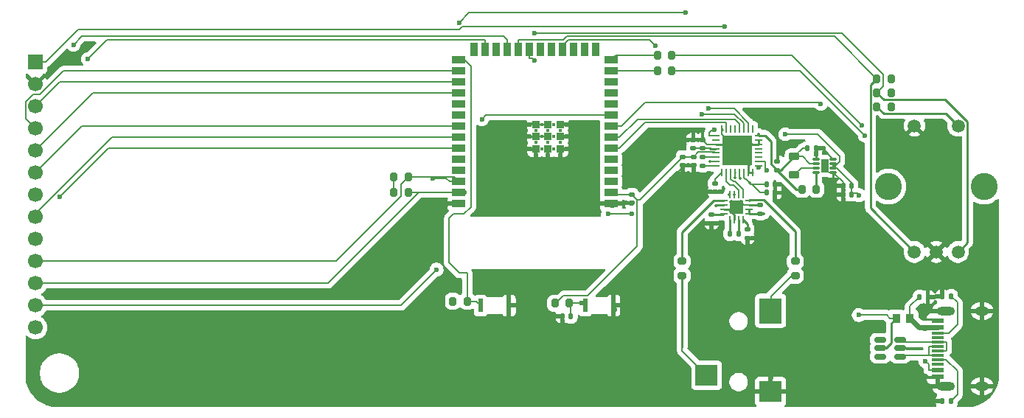
<source format=gbr>
%TF.GenerationSoftware,KiCad,Pcbnew,9.0.6*%
%TF.CreationDate,2026-01-02T14:19:04-05:00*%
%TF.ProjectId,spotify desk thing,73706f74-6966-4792-9064-65736b207468,rev?*%
%TF.SameCoordinates,Original*%
%TF.FileFunction,Copper,L1,Top*%
%TF.FilePolarity,Positive*%
%FSLAX46Y46*%
G04 Gerber Fmt 4.6, Leading zero omitted, Abs format (unit mm)*
G04 Created by KiCad (PCBNEW 9.0.6) date 2026-01-02 14:19:04*
%MOMM*%
%LPD*%
G01*
G04 APERTURE LIST*
G04 Aperture macros list*
%AMRoundRect*
0 Rectangle with rounded corners*
0 $1 Rounding radius*
0 $2 $3 $4 $5 $6 $7 $8 $9 X,Y pos of 4 corners*
0 Add a 4 corners polygon primitive as box body*
4,1,4,$2,$3,$4,$5,$6,$7,$8,$9,$2,$3,0*
0 Add four circle primitives for the rounded corners*
1,1,$1+$1,$2,$3*
1,1,$1+$1,$4,$5*
1,1,$1+$1,$6,$7*
1,1,$1+$1,$8,$9*
0 Add four rect primitives between the rounded corners*
20,1,$1+$1,$2,$3,$4,$5,0*
20,1,$1+$1,$4,$5,$6,$7,0*
20,1,$1+$1,$6,$7,$8,$9,0*
20,1,$1+$1,$8,$9,$2,$3,0*%
G04 Aperture macros list end*
%TA.AperFunction,SMDPad,CuDef*%
%ADD10R,2.550000X2.400000*%
%TD*%
%TA.AperFunction,SMDPad,CuDef*%
%ADD11R,2.550000X2.900000*%
%TD*%
%TA.AperFunction,HeatsinkPad*%
%ADD12O,1.600000X1.000000*%
%TD*%
%TA.AperFunction,HeatsinkPad*%
%ADD13O,2.100000X1.000000*%
%TD*%
%TA.AperFunction,SMDPad,CuDef*%
%ADD14R,1.450000X0.600000*%
%TD*%
%TA.AperFunction,SMDPad,CuDef*%
%ADD15R,1.450000X0.300000*%
%TD*%
%TA.AperFunction,SMDPad,CuDef*%
%ADD16RoundRect,0.135000X-0.135000X-0.185000X0.135000X-0.185000X0.135000X0.185000X-0.135000X0.185000X0*%
%TD*%
%TA.AperFunction,SMDPad,CuDef*%
%ADD17R,0.550000X1.500000*%
%TD*%
%TA.AperFunction,SMDPad,CuDef*%
%ADD18RoundRect,0.140000X-0.140000X-0.170000X0.140000X-0.170000X0.140000X0.170000X-0.140000X0.170000X0*%
%TD*%
%TA.AperFunction,SMDPad,CuDef*%
%ADD19RoundRect,0.200000X0.200000X0.275000X-0.200000X0.275000X-0.200000X-0.275000X0.200000X-0.275000X0*%
%TD*%
%TA.AperFunction,SMDPad,CuDef*%
%ADD20RoundRect,0.140000X0.170000X-0.140000X0.170000X0.140000X-0.170000X0.140000X-0.170000X-0.140000X0*%
%TD*%
%TA.AperFunction,SMDPad,CuDef*%
%ADD21RoundRect,0.140000X-0.170000X0.140000X-0.170000X-0.140000X0.170000X-0.140000X0.170000X0.140000X0*%
%TD*%
%TA.AperFunction,SMDPad,CuDef*%
%ADD22RoundRect,0.140000X0.140000X0.170000X-0.140000X0.170000X-0.140000X-0.170000X0.140000X-0.170000X0*%
%TD*%
%TA.AperFunction,ComponentPad*%
%ADD23C,3.098800*%
%TD*%
%TA.AperFunction,ComponentPad*%
%ADD24C,1.498600*%
%TD*%
%TA.AperFunction,SMDPad,CuDef*%
%ADD25RoundRect,0.150000X0.512500X0.150000X-0.512500X0.150000X-0.512500X-0.150000X0.512500X-0.150000X0*%
%TD*%
%TA.AperFunction,SMDPad,CuDef*%
%ADD26RoundRect,0.035000X0.345000X0.105000X-0.345000X0.105000X-0.345000X-0.105000X0.345000X-0.105000X0*%
%TD*%
%TA.AperFunction,SMDPad,CuDef*%
%ADD27R,0.900000X1.600000*%
%TD*%
%TA.AperFunction,ComponentPad*%
%ADD28C,0.400000*%
%TD*%
%TA.AperFunction,SMDPad,CuDef*%
%ADD29RoundRect,0.218750X-0.381250X0.218750X-0.381250X-0.218750X0.381250X-0.218750X0.381250X0.218750X0*%
%TD*%
%TA.AperFunction,SMDPad,CuDef*%
%ADD30RoundRect,0.062500X-0.062500X0.375000X-0.062500X-0.375000X0.062500X-0.375000X0.062500X0.375000X0*%
%TD*%
%TA.AperFunction,SMDPad,CuDef*%
%ADD31RoundRect,0.062500X-0.375000X0.062500X-0.375000X-0.062500X0.375000X-0.062500X0.375000X0.062500X0*%
%TD*%
%TA.AperFunction,HeatsinkPad*%
%ADD32C,0.500000*%
%TD*%
%TA.AperFunction,HeatsinkPad*%
%ADD33R,1.600000X1.600000*%
%TD*%
%TA.AperFunction,SMDPad,CuDef*%
%ADD34RoundRect,0.200000X-0.275000X0.200000X-0.275000X-0.200000X0.275000X-0.200000X0.275000X0.200000X0*%
%TD*%
%TA.AperFunction,SMDPad,CuDef*%
%ADD35RoundRect,0.200000X-0.200000X-0.275000X0.200000X-0.275000X0.200000X0.275000X-0.200000X0.275000X0*%
%TD*%
%TA.AperFunction,SMDPad,CuDef*%
%ADD36R,0.850000X0.280000*%
%TD*%
%TA.AperFunction,SMDPad,CuDef*%
%ADD37R,0.280000X0.850000*%
%TD*%
%TA.AperFunction,SMDPad,CuDef*%
%ADD38R,3.450001X3.450001*%
%TD*%
%TA.AperFunction,ComponentPad*%
%ADD39C,0.508000*%
%TD*%
%TA.AperFunction,SMDPad,CuDef*%
%ADD40R,0.950000X1.020000*%
%TD*%
%TA.AperFunction,SMDPad,CuDef*%
%ADD41R,1.500000X0.900000*%
%TD*%
%TA.AperFunction,SMDPad,CuDef*%
%ADD42R,0.900000X1.500000*%
%TD*%
%TA.AperFunction,SMDPad,CuDef*%
%ADD43R,0.900000X0.900000*%
%TD*%
%TA.AperFunction,ComponentPad*%
%ADD44R,1.700000X1.700000*%
%TD*%
%TA.AperFunction,ComponentPad*%
%ADD45C,1.700000*%
%TD*%
%TA.AperFunction,ViaPad*%
%ADD46C,0.600000*%
%TD*%
%TA.AperFunction,ViaPad*%
%ADD47C,0.350000*%
%TD*%
%TA.AperFunction,Conductor*%
%ADD48C,0.200000*%
%TD*%
%TA.AperFunction,Conductor*%
%ADD49C,0.250000*%
%TD*%
%TA.AperFunction,Conductor*%
%ADD50C,0.600000*%
%TD*%
G04 APERTURE END LIST*
D10*
%TO.P,J2,1,SLEEVE*%
%TO.N,DGND*%
X131675000Y-173150000D03*
D11*
%TO.P,J2,2,TIP*%
%TO.N,OUTL*%
X131675000Y-163850000D03*
D10*
%TO.P,J2,3,RING*%
%TO.N,OUTR*%
X124325000Y-171250000D03*
%TD*%
D12*
%TO.P,J3,S1,SHIELD*%
%TO.N,DGND*%
X155950000Y-163880000D03*
D13*
X151770000Y-163880000D03*
D12*
X155950000Y-172520000D03*
D13*
X151770000Y-172520000D03*
D14*
%TO.P,J3,B12,GND*%
X150855000Y-171450000D03*
%TO.P,J3,B9,VBUS*%
%TO.N,Net-(C17-Pad1)*%
X150855000Y-170650000D03*
D15*
%TO.P,J3,B8,SBU2*%
%TO.N,unconnected-(J3-SBU2-PadB8)*%
X150855000Y-169950000D03*
%TO.P,J3,B7,D-*%
%TO.N,/RAW_D-*%
X150855000Y-168950000D03*
%TO.P,J3,B6,D+*%
%TO.N,/RAW_D+*%
X150855000Y-167450000D03*
%TO.P,J3,B5,CC2*%
%TO.N,Net-(J3-CC2)*%
X150855000Y-166450000D03*
D14*
%TO.P,J3,B4,VBUS*%
%TO.N,Net-(C17-Pad1)*%
X150855000Y-165750000D03*
%TO.P,J3,B1,GND*%
%TO.N,DGND*%
X150855000Y-164950000D03*
%TO.P,J3,A12,GND*%
X150855000Y-164950000D03*
%TO.P,J3,A9,VBUS*%
%TO.N,Net-(C17-Pad1)*%
X150855000Y-165750000D03*
D15*
%TO.P,J3,A8,SBU1*%
%TO.N,unconnected-(J3-SBU1-PadA8)*%
X150855000Y-166950000D03*
%TO.P,J3,A7,D-*%
%TO.N,/RAW_D-*%
X150855000Y-167950000D03*
%TO.P,J3,A6,D+*%
%TO.N,/RAW_D+*%
X150855000Y-168450000D03*
%TO.P,J3,A5,CC1*%
%TO.N,Net-(J3-CC1)*%
X150855000Y-169450000D03*
D14*
%TO.P,J3,A4,VBUS*%
%TO.N,Net-(C17-Pad1)*%
X150855000Y-170650000D03*
%TO.P,J3,A1,GND*%
%TO.N,DGND*%
X150855000Y-171450000D03*
%TD*%
D16*
%TO.P,R14,1*%
%TO.N,DGND*%
X151390000Y-174200000D03*
%TO.P,R14,2*%
%TO.N,Net-(J3-CC1)*%
X152410000Y-174200000D03*
%TD*%
D17*
%TO.P,RESET1,1*%
%TO.N,DGND*%
X113625000Y-163250000D03*
%TO.P,RESET1,2*%
%TO.N,Net-(U1-EN)*%
X110375000Y-163250000D03*
%TD*%
D18*
%TO.P,C16,1*%
%TO.N,3.3v*%
X131220000Y-150300000D03*
%TO.P,C16,2*%
%TO.N,DGND*%
X132180000Y-150300000D03*
%TD*%
%TO.P,C3,1*%
%TO.N,3.3v*%
X135920000Y-145200000D03*
%TO.P,C3,2*%
%TO.N,DGND*%
X136880000Y-145200000D03*
%TD*%
D19*
%TO.P,R3,1*%
%TO.N,3.3v*%
X145525000Y-137190000D03*
%TO.P,R3,2*%
%TO.N,ENC_A*%
X143875000Y-137190000D03*
%TD*%
D20*
%TO.P,C4,1*%
%TO.N,3.3v*%
X130500000Y-152680000D03*
%TO.P,C4,2*%
%TO.N,DGND*%
X130500000Y-151720000D03*
%TD*%
D21*
%TO.P,C5,1*%
%TO.N,Net-(U2-HPVDD)*%
X129000000Y-154520000D03*
%TO.P,C5,2*%
%TO.N,DGND*%
X129000000Y-155480000D03*
%TD*%
%TO.P,C2,1*%
%TO.N,3.3v*%
X122810000Y-146200000D03*
%TO.P,C2,2*%
%TO.N,DGND*%
X122810000Y-147160000D03*
%TD*%
D22*
%TO.P,C6,1*%
%TO.N,Net-(U2-CPP)*%
X127980000Y-155000000D03*
%TO.P,C6,2*%
%TO.N,Net-(U2-CPN)*%
X127020000Y-155000000D03*
%TD*%
D21*
%TO.P,C7,1*%
%TO.N,Net-(U3-VNEG)*%
X125300000Y-149220000D03*
%TO.P,C7,2*%
%TO.N,DGND*%
X125300000Y-150180000D03*
%TD*%
D23*
%TO.P,U4,6*%
%TO.N,N/C*%
X145200001Y-149600002D03*
%TO.P,U4,7*%
X156199999Y-149600002D03*
D24*
%TO.P,U4,A,A*%
%TO.N,ENC_A*%
X148200000Y-157100000D03*
%TO.P,U4,B,B*%
%TO.N,ENC_B*%
X153200000Y-157100000D03*
%TO.P,U4,C,C*%
%TO.N,DGND*%
X150700000Y-157100000D03*
%TO.P,U4,D,D*%
X148200000Y-142600003D03*
%TO.P,U4,E,E*%
%TO.N,ENC_SWITCH*%
X153200000Y-142600003D03*
%TD*%
D22*
%TO.P,C19,1*%
%TO.N,5v*%
X140980000Y-150500000D03*
%TO.P,C19,2*%
%TO.N,DGND*%
X140020000Y-150500000D03*
%TD*%
D20*
%TO.P,C8,1*%
%TO.N,3.3v*%
X123900000Y-145180000D03*
%TO.P,C8,2*%
%TO.N,DGND*%
X123900000Y-144220000D03*
%TD*%
D19*
%TO.P,R4,1*%
%TO.N,3.3v*%
X145525000Y-138800000D03*
%TO.P,R4,2*%
%TO.N,ENC_B*%
X143875000Y-138800000D03*
%TD*%
%TO.P,R9,1*%
%TO.N,Net-(PS1-PG)*%
X136925000Y-149900000D03*
%TO.P,R9,2*%
%TO.N,3.3v*%
X135275000Y-149900000D03*
%TD*%
D18*
%TO.P,C10,1*%
%TO.N,3.3v*%
X131220000Y-149300000D03*
%TO.P,C10,2*%
%TO.N,DGND*%
X132180000Y-149300000D03*
%TD*%
D25*
%TO.P,U5,1,I/O1*%
%TO.N,/RAW_D-*%
X146537500Y-169100000D03*
%TO.P,U5,2,GND*%
%TO.N,DGND*%
X146537500Y-168150000D03*
%TO.P,U5,3,I/O2*%
%TO.N,/RAW_D+*%
X146537500Y-167200000D03*
%TO.P,U5,4,I/O2*%
%TO.N,USB_D+*%
X144262500Y-167200000D03*
%TO.P,U5,5,VBUS*%
%TO.N,5v*%
X144262500Y-168150000D03*
%TO.P,U5,6,I/O1*%
%TO.N,USB_D-*%
X144262500Y-169100000D03*
%TD*%
D22*
%TO.P,C1,1*%
%TO.N,Net-(U1-EN)*%
X108730000Y-164500000D03*
%TO.P,C1,2*%
%TO.N,DGND*%
X107770000Y-164500000D03*
%TD*%
D26*
%TO.P,PS1,1,PGND*%
%TO.N,DGND*%
X138885000Y-147950000D03*
%TO.P,PS1,2,VIN*%
%TO.N,5v*%
X138885000Y-147450000D03*
%TO.P,PS1,3,EN*%
X138885000Y-146950000D03*
%TO.P,PS1,4,AGND*%
%TO.N,DGND*%
X138885000Y-146450000D03*
%TO.P,PS1,5,FB*%
X136915000Y-146450000D03*
%TO.P,PS1,6,VOS*%
%TO.N,3.3v*%
X136915000Y-146950000D03*
%TO.P,PS1,7,SW*%
%TO.N,Net-(PS1-SW)*%
X136915000Y-147450000D03*
%TO.P,PS1,8,PG*%
%TO.N,Net-(PS1-PG)*%
X136915000Y-147950000D03*
D27*
%TO.P,PS1,9,EXP*%
%TO.N,DGND*%
X137900000Y-147200000D03*
D28*
%TO.P,PS1,10*%
%TO.N,N/C*%
X137900000Y-147750000D03*
%TO.P,PS1,11*%
X137900000Y-146650000D03*
%TD*%
D20*
%TO.P,C9,1*%
%TO.N,3.3v*%
X132400000Y-147680000D03*
%TO.P,C9,2*%
%TO.N,DGND*%
X132400000Y-146720000D03*
%TD*%
D29*
%TO.P,L1,1,1*%
%TO.N,3.3v*%
X134400000Y-146137500D03*
%TO.P,L1,2,2*%
%TO.N,Net-(PS1-SW)*%
X134400000Y-148262500D03*
%TD*%
D30*
%TO.P,U2,1,INL-*%
%TO.N,OUTLN*%
X128500000Y-150500000D03*
%TO.P,U2,2,INL+*%
%TO.N,OUTLP*%
X128000000Y-150500000D03*
%TO.P,U2,3,INR+*%
%TO.N,OUTRP*%
X127500000Y-150500000D03*
%TO.P,U2,4,INR-*%
%TO.N,OUTRN*%
X127000000Y-150500000D03*
D31*
%TO.P,U2,5,OUTR*%
%TO.N,Net-(U2-OUTR)*%
X126312500Y-151187500D03*
%TO.P,U2,6,G0*%
%TO.N,3.3v*%
X126312500Y-151687500D03*
%TO.P,U2,7,G1*%
%TO.N,DGND*%
X126312500Y-152187500D03*
%TO.P,U2,8,HPVSS*%
%TO.N,Net-(U2-HPVSS)*%
X126312500Y-152687500D03*
D30*
%TO.P,U2,9,CPN*%
%TO.N,Net-(U2-CPN)*%
X127000000Y-153375000D03*
%TO.P,U2,10,PGND*%
%TO.N,DGND*%
X127500000Y-153375000D03*
%TO.P,U2,11,CPP*%
%TO.N,Net-(U2-CPP)*%
X128000000Y-153375000D03*
%TO.P,U2,12,HPVDD*%
%TO.N,Net-(U2-HPVDD)*%
X128500000Y-153375000D03*
D31*
%TO.P,U2,13,EN*%
%TO.N,3.3v*%
X129187500Y-152687500D03*
%TO.P,U2,14,VDD*%
X129187500Y-152187500D03*
%TO.P,U2,15,SGND*%
%TO.N,DGND*%
X129187500Y-151687500D03*
%TO.P,U2,16,OUTL*%
%TO.N,Net-(U2-OUTL)*%
X129187500Y-151187500D03*
D32*
%TO.P,U2,17,EP*%
%TO.N,DGND*%
X128300000Y-151387500D03*
X127200000Y-151387500D03*
D33*
X127750000Y-151937500D03*
D32*
X128300000Y-152487500D03*
X127200000Y-152487500D03*
%TD*%
D34*
%TO.P,R10,1*%
%TO.N,Net-(U2-OUTL)*%
X134500000Y-158175000D03*
%TO.P,R10,2*%
%TO.N,OUTL*%
X134500000Y-159825000D03*
%TD*%
D20*
%TO.P,C11,1*%
%TO.N,Net-(U3-CAPM)*%
X123900000Y-147180000D03*
%TO.P,C11,2*%
%TO.N,Net-(U3-CAPP)*%
X123900000Y-146220000D03*
%TD*%
D35*
%TO.P,R1,1*%
%TO.N,Net-(U1-IO19)*%
X118675000Y-136250000D03*
%TO.P,R1,2*%
%TO.N,USB_D-*%
X120325000Y-136250000D03*
%TD*%
%TO.P,R5,1*%
%TO.N,3.3v*%
X95175000Y-162750000D03*
%TO.P,R5,2*%
%TO.N,Net-(U1-IO0)*%
X96825000Y-162750000D03*
%TD*%
D19*
%TO.P,R12,1*%
%TO.N,3.3v*%
X145525000Y-140400000D03*
%TO.P,R12,2*%
%TO.N,ENC_SWITCH*%
X143875000Y-140400000D03*
%TD*%
D17*
%TO.P,BOOT1,1*%
%TO.N,DGND*%
X101625000Y-163250000D03*
%TO.P,BOOT1,2*%
%TO.N,Net-(U1-IO0)*%
X98375000Y-163250000D03*
%TD*%
D21*
%TO.P,C12,1*%
%TO.N,3.3v*%
X115750000Y-150520000D03*
%TO.P,C12,2*%
%TO.N,DGND*%
X115750000Y-151480000D03*
%TD*%
%TO.P,C13,1*%
%TO.N,3.3v*%
X121590000Y-146200000D03*
%TO.P,C13,2*%
%TO.N,DGND*%
X121590000Y-147160000D03*
%TD*%
D20*
%TO.P,C14,1*%
%TO.N,DGND*%
X124900000Y-153780000D03*
%TO.P,C14,2*%
%TO.N,Net-(U2-HPVSS)*%
X124900000Y-152820000D03*
%TD*%
D19*
%TO.P,R7,1*%
%TO.N,SCL*%
X90075000Y-148500000D03*
%TO.P,R7,2*%
%TO.N,3.3v*%
X88425000Y-148500000D03*
%TD*%
D16*
%TO.P,R13,1*%
%TO.N,DGND*%
X151390000Y-162200000D03*
%TO.P,R13,2*%
%TO.N,Net-(J3-CC2)*%
X152410000Y-162200000D03*
%TD*%
D18*
%TO.P,C17,1*%
%TO.N,Net-(C17-Pad1)*%
X148770000Y-162250000D03*
%TO.P,C17,2*%
%TO.N,DGND*%
X149730000Y-162250000D03*
%TD*%
D22*
%TO.P,C18,1*%
%TO.N,5v*%
X140980000Y-149500000D03*
%TO.P,C18,2*%
%TO.N,DGND*%
X140020000Y-149500000D03*
%TD*%
D36*
%TO.P,U3,1,XSMT*%
%TO.N,XSMT*%
X125374601Y-143725001D03*
%TO.P,U3,2,LDOO*%
%TO.N,unconnected-(U3-LDOO-Pad2)*%
X125374601Y-144225000D03*
%TO.P,U3,3,DGND*%
%TO.N,DGND*%
X125374601Y-144724999D03*
%TO.P,U3,4,DVDD*%
%TO.N,3.3v*%
X125374601Y-145225000D03*
%TO.P,U3,5,CPVDD*%
X125374601Y-145725000D03*
%TO.P,U3,6,CAPP*%
%TO.N,Net-(U3-CAPP)*%
X125374601Y-146225001D03*
%TO.P,U3,7,CPGND*%
%TO.N,DGND*%
X125374601Y-146725000D03*
%TO.P,U3,8,CAPM*%
%TO.N,Net-(U3-CAPM)*%
X125374601Y-147224999D03*
D37*
%TO.P,U3,9,VNEG*%
%TO.N,Net-(U3-VNEG)*%
X126099159Y-147949999D03*
%TO.P,U3,10,OUTLP*%
%TO.N,OUTLP*%
X126599285Y-147949999D03*
%TO.P,U3,11,OUTLN*%
%TO.N,OUTLN*%
X127099411Y-147949999D03*
%TO.P,U3,12,OUTRN*%
%TO.N,OUTRN*%
X127599537Y-147949999D03*
%TO.P,U3,13,OUTRP*%
%TO.N,OUTRP*%
X128099663Y-147949999D03*
%TO.P,U3,14,AVDD*%
%TO.N,3.3v*%
X128599789Y-147949999D03*
%TO.P,U3,15,AGND*%
%TO.N,DGND*%
X129099915Y-147949999D03*
%TO.P,U3,16,VCOM*%
X129600041Y-147949999D03*
D36*
%TO.P,U3,17,SDA*%
%TO.N,SDA*%
X130324599Y-147224999D03*
%TO.P,U3,18,SCL*%
%TO.N,SCL*%
X130324599Y-146725000D03*
%TO.P,U3,19,GPIO5*%
%TO.N,unconnected-(U3-GPIO5-Pad19)*%
X130324599Y-146225001D03*
%TO.P,U3,20,GPIO4*%
%TO.N,unconnected-(U3-GPIO4-Pad20)*%
X130324599Y-145725000D03*
%TO.P,U3,21,GPIO3*%
%TO.N,unconnected-(U3-GPIO3-Pad21)*%
X130324599Y-145225000D03*
%TO.P,U3,22,ADR2*%
%TO.N,DGND*%
X130324599Y-144724999D03*
%TO.P,U3,23,MODE1*%
X130324599Y-144225000D03*
%TO.P,U3,24,MODE2*%
%TO.N,3.3v*%
X130324599Y-143725001D03*
D37*
%TO.P,U3,25,GPIO6*%
%TO.N,unconnected-(U3-GPIO6-Pad25)*%
X129600041Y-143000001D03*
%TO.P,U3,26,SCK*%
%TO.N,I2S_MCLK*%
X129099915Y-143000001D03*
%TO.P,U3,27,BCK*%
%TO.N,I2S_BCLK*%
X128599789Y-143000001D03*
%TO.P,U3,28,DIN*%
%TO.N,I2S_DOUT*%
X128099663Y-143000001D03*
%TO.P,U3,29,NC*%
%TO.N,unconnected-(U3-NC-Pad29)*%
X127599537Y-143000001D03*
%TO.P,U3,30,NC*%
%TO.N,unconnected-(U3-NC-Pad30)*%
X127099411Y-143000001D03*
%TO.P,U3,31,LRCK*%
%TO.N,I2S_LRCLK*%
X126599285Y-143000001D03*
%TO.P,U3,32,ADR1*%
%TO.N,DGND*%
X126099159Y-143000001D03*
D38*
%TO.P,U3,33,EPAD*%
X127849600Y-145475000D03*
D39*
%TO.P,U3,V,V*%
X126668500Y-144293900D03*
X126668500Y-145081300D03*
X126668500Y-145868700D03*
X126668500Y-146656100D03*
X127455900Y-144293900D03*
X127455900Y-145081300D03*
X127455900Y-145868700D03*
X127455900Y-146656100D03*
X128243300Y-144293900D03*
X128243300Y-145081300D03*
X128243300Y-145868700D03*
X128243300Y-146656100D03*
X129030700Y-144293900D03*
X129030700Y-145081300D03*
X129030700Y-145868700D03*
X129030700Y-146656100D03*
%TD*%
D35*
%TO.P,R6,1*%
%TO.N,3.3v*%
X106925000Y-163000000D03*
%TO.P,R6,2*%
%TO.N,Net-(U1-EN)*%
X108575000Y-163000000D03*
%TD*%
D20*
%TO.P,C15,1*%
%TO.N,3.3v*%
X122800000Y-145180000D03*
%TO.P,C15,2*%
%TO.N,DGND*%
X122800000Y-144220000D03*
%TD*%
D40*
%TO.P,F1,1*%
%TO.N,5v*%
X146115000Y-164700000D03*
%TO.P,F1,2*%
%TO.N,Net-(C17-Pad1)*%
X147685000Y-164700000D03*
%TD*%
D41*
%TO.P,U1,1,GND*%
%TO.N,DGND*%
X113350000Y-151560000D03*
%TO.P,U1,2,3V3*%
%TO.N,3.3v*%
X113350000Y-150290000D03*
%TO.P,U1,3,EN*%
%TO.N,Net-(U1-EN)*%
X113350000Y-149020000D03*
%TO.P,U1,4,IO4*%
%TO.N,I2S_MCLK*%
X113350000Y-147750000D03*
%TO.P,U1,5,IO5*%
%TO.N,I2S_BCLK*%
X113350000Y-146480000D03*
%TO.P,U1,6,IO6*%
%TO.N,I2S_LRCLK*%
X113350000Y-145210000D03*
%TO.P,U1,7,IO7*%
%TO.N,I2S_DOUT*%
X113350000Y-143940000D03*
%TO.P,U1,8,IO15*%
%TO.N,ENC_SWITCH*%
X113350000Y-142670000D03*
%TO.P,U1,9,IO16*%
%TO.N,TOUCH_INT*%
X113350000Y-141400000D03*
%TO.P,U1,10,IO17*%
%TO.N,unconnected-(U1-IO17-Pad10)*%
X113350000Y-140130000D03*
%TO.P,U1,11,IO18*%
%TO.N,unconnected-(U1-IO18-Pad11)*%
X113350000Y-138860000D03*
%TO.P,U1,12,IO8*%
%TO.N,unconnected-(U1-IO8-Pad12)*%
X113350000Y-137590000D03*
%TO.P,U1,13,IO19*%
%TO.N,Net-(U1-IO19)*%
X113350000Y-136320000D03*
%TO.P,U1,14,IO20*%
%TO.N,Net-(U1-IO20)*%
X113350000Y-135050000D03*
D42*
%TO.P,U1,15,IO3*%
%TO.N,unconnected-(U1-IO3-Pad15)*%
X111585000Y-133800000D03*
%TO.P,U1,16,IO46*%
%TO.N,unconnected-(U1-IO46-Pad16)*%
X110315000Y-133800000D03*
%TO.P,U1,17,IO9*%
%TO.N,unconnected-(U1-IO9-Pad17)*%
X109045000Y-133800000D03*
%TO.P,U1,18,IO10*%
%TO.N,XSMT*%
X107775000Y-133800000D03*
%TO.P,U1,19,IO11*%
%TO.N,unconnected-(U1-IO11-Pad19)*%
X106505000Y-133800000D03*
%TO.P,U1,20,IO12*%
%TO.N,unconnected-(U1-IO12-Pad20)*%
X105235000Y-133800000D03*
%TO.P,U1,21,IO13*%
%TO.N,ENC_B*%
X103965000Y-133800000D03*
%TO.P,U1,22,IO14*%
%TO.N,ENC_A*%
X102695000Y-133800000D03*
%TO.P,U1,23,IO21*%
%TO.N,SCREEN_BL*%
X101425000Y-133800000D03*
%TO.P,U1,24,IO47*%
%TO.N,unconnected-(U1-IO47-Pad24)*%
X100155000Y-133800000D03*
%TO.P,U1,25,IO48*%
%TO.N,SD_CS*%
X98885000Y-133800000D03*
%TO.P,U1,26,IO45*%
%TO.N,unconnected-(U1-IO45-Pad26)*%
X97615000Y-133800000D03*
D41*
%TO.P,U1,27,IO0*%
%TO.N,Net-(U1-IO0)*%
X95850000Y-135050000D03*
%TO.P,U1,28,IO35*%
%TO.N,SCREEN_MOSI*%
X95850000Y-136320000D03*
%TO.P,U1,29,IO36*%
%TO.N,SCREEN_SCLK*%
X95850000Y-137590000D03*
%TO.P,U1,30,IO37*%
%TO.N,SCREEN_MISO*%
X95850000Y-138860000D03*
%TO.P,U1,31,IO38*%
%TO.N,unconnected-(U1-IO38-Pad31)*%
X95850000Y-140130000D03*
%TO.P,U1,32,IO39*%
%TO.N,unconnected-(U1-IO39-Pad32)*%
X95850000Y-141400000D03*
%TO.P,U1,33,IO40*%
%TO.N,SCREEN_CS*%
X95850000Y-142670000D03*
%TO.P,U1,34,IO41*%
%TO.N,SCREEN_DC*%
X95850000Y-143940000D03*
%TO.P,U1,35,IO42*%
%TO.N,SCREEN_RES*%
X95850000Y-145210000D03*
%TO.P,U1,36,RXD0*%
%TO.N,unconnected-(U1-RXD0-Pad36)*%
X95850000Y-146480000D03*
%TO.P,U1,37,TXD0*%
%TO.N,unconnected-(U1-TXD0-Pad37)*%
X95850000Y-147750000D03*
%TO.P,U1,38,IO2*%
%TO.N,SCL*%
X95850000Y-149020000D03*
%TO.P,U1,39,IO1*%
%TO.N,SDA*%
X95850000Y-150290000D03*
%TO.P,U1,40,GND__1*%
%TO.N,DGND*%
X95850000Y-151560000D03*
D43*
%TO.P,U1,41_1,GND__2*%
X106100000Y-143840000D03*
%TO.P,U1,41_2,GND__3*%
X107500000Y-143840000D03*
%TO.P,U1,41_3,GND__4*%
X104700000Y-143840000D03*
%TO.P,U1,41_4,GND__5*%
X107500000Y-142440000D03*
%TO.P,U1,41_5,GND__6*%
X106100000Y-142440000D03*
%TO.P,U1,41_6,GND__7*%
X104700000Y-142440000D03*
%TO.P,U1,41_7,GND__8*%
X107500000Y-145240000D03*
%TO.P,U1,41_8,GND__9*%
X106100000Y-145240000D03*
%TO.P,U1,41_9,GND__10*%
X104700000Y-145240000D03*
D28*
%TO.P,U1,41_10*%
%TO.N,N/C*%
X106100000Y-144540000D03*
%TO.P,U1,41_11*%
X107500000Y-144540000D03*
%TO.P,U1,41_12*%
X104700000Y-144540000D03*
%TO.P,U1,41_13*%
X107500000Y-143140000D03*
%TO.P,U1,41_14*%
X106100000Y-143140000D03*
%TO.P,U1,41_15*%
X104700000Y-143140000D03*
%TO.P,U1,41_16*%
X106800000Y-145240000D03*
%TO.P,U1,41_17*%
X105400000Y-145240000D03*
%TO.P,U1,41_18*%
X106800000Y-143840000D03*
%TO.P,U1,41_19*%
X105400000Y-143840000D03*
%TO.P,U1,41_20*%
X106800000Y-142440000D03*
%TO.P,U1,41_21*%
X105400000Y-142440000D03*
%TD*%
D35*
%TO.P,R2,1*%
%TO.N,Net-(U1-IO20)*%
X118675000Y-134500000D03*
%TO.P,R2,2*%
%TO.N,USB_D+*%
X120325000Y-134500000D03*
%TD*%
D34*
%TO.P,R11,1*%
%TO.N,Net-(U2-OUTR)*%
X121500000Y-158175000D03*
%TO.P,R11,2*%
%TO.N,OUTR*%
X121500000Y-159825000D03*
%TD*%
D19*
%TO.P,R8,1*%
%TO.N,SDA*%
X90075000Y-150250000D03*
%TO.P,R8,2*%
%TO.N,3.3v*%
X88425000Y-150250000D03*
%TD*%
D44*
%TO.P,J1,1,Pin_1*%
%TO.N,5v*%
X47250000Y-135300000D03*
D45*
%TO.P,J1,2,Pin_2*%
%TO.N,DGND*%
X47250000Y-137840000D03*
%TO.P,J1,3,Pin_3*%
%TO.N,SCREEN_SCLK*%
X47250000Y-140380000D03*
%TO.P,J1,4,Pin_4*%
%TO.N,SCREEN_MOSI*%
X47250000Y-142920000D03*
%TO.P,J1,5,Pin_5*%
%TO.N,SCREEN_MISO*%
X47250000Y-145460000D03*
%TO.P,J1,6,Pin_6*%
%TO.N,SCREEN_CS*%
X47250000Y-148000000D03*
%TO.P,J1,7,Pin_7*%
%TO.N,SCREEN_RES*%
X47250000Y-150540000D03*
%TO.P,J1,8,Pin_8*%
%TO.N,SCREEN_DC*%
X47250000Y-153080000D03*
%TO.P,J1,9,Pin_9*%
%TO.N,SCREEN_BL*%
X47250000Y-155620000D03*
%TO.P,J1,10,Pin_10*%
%TO.N,SCL*%
X47250000Y-158160000D03*
%TO.P,J1,11,Pin_11*%
%TO.N,SDA*%
X47250000Y-160700000D03*
%TO.P,J1,12,Pin_12*%
%TO.N,TOUCH_INT*%
X47250000Y-163240000D03*
%TO.P,J1,13,Pin_13*%
%TO.N,SD_CS*%
X47250000Y-165780000D03*
%TD*%
D46*
%TO.N,DGND*%
X131750000Y-171500000D03*
%TO.N,Net-(C17-Pad1)*%
X149453000Y-165892000D03*
X149453000Y-169630000D03*
%TO.N,SD_CS*%
X53254200Y-134936200D03*
%TO.N,SCREEN_BL*%
X51607600Y-133300000D03*
%TO.N,I2S_MCLK*%
X124509000Y-140649000D03*
X113350000Y-147750000D03*
%TO.N,SCREEN_RES*%
X50055600Y-150795300D03*
%TO.N,I2S_BCLK*%
X113350000Y-146480000D03*
X123750000Y-141249000D03*
%TO.N,TOUCH_INT*%
X93314400Y-159134100D03*
X98518800Y-141843500D03*
D47*
%TO.N,OUTRP*%
X127500000Y-150500000D03*
X128146000Y-148682000D03*
D46*
%TO.N,XSMT*%
X118431000Y-133392000D03*
X125230000Y-143079000D03*
D47*
%TO.N,OUTRN*%
X126950000Y-150500000D03*
X127618000Y-148529000D03*
D46*
%TO.N,ENC_SWITCH*%
X137427000Y-140059000D03*
%TO.N,ENC_B*%
X104559000Y-131952000D03*
X104527000Y-135075000D03*
%TO.N,SCL*%
X92904500Y-148618000D03*
X121899000Y-129617000D03*
X131229000Y-147683000D03*
X95889000Y-130772000D03*
%TO.N,SDA*%
X130325000Y-147365000D03*
X113000000Y-152750000D03*
X96500000Y-150250000D03*
X115750000Y-152750000D03*
%TO.N,USB_D+*%
X142186000Y-142564000D03*
X144262000Y-167200000D03*
%TO.N,USB_D-*%
X142524000Y-143750000D03*
X144262000Y-169100000D03*
%TO.N,Net-(U1-EN)*%
X113350000Y-149020000D03*
X110000000Y-163000000D03*
D47*
%TO.N,3.3v*%
X135275000Y-149900000D03*
D46*
X88425000Y-150250000D03*
X107000000Y-163000000D03*
D47*
X145500000Y-140400000D03*
D46*
X95175000Y-162750000D03*
D47*
X122810000Y-146200000D03*
X145525000Y-138800000D03*
X125400000Y-151812000D03*
X130900000Y-152700000D03*
X145525000Y-137190000D03*
X129300000Y-149200000D03*
X130325000Y-143585000D03*
X124800000Y-145225000D03*
D46*
%TO.N,5v*%
X141842300Y-150582700D03*
X141806000Y-164347800D03*
X133350800Y-143574600D03*
X126384400Y-131218200D03*
D47*
%TO.N,DGND*%
X132200000Y-149000000D03*
D46*
X101750000Y-163250000D03*
X151390000Y-162200000D03*
D47*
X140020000Y-150500000D03*
D46*
X132180000Y-150500000D03*
D47*
X125300000Y-150200000D03*
D46*
X124900000Y-153780000D03*
X137766000Y-145164000D03*
X123900000Y-144220000D03*
X129000000Y-155480000D03*
X113750000Y-163750000D03*
X130500000Y-151739000D03*
X127250000Y-158200000D03*
X113500000Y-151750000D03*
X146538000Y-168150000D03*
X107750000Y-164500000D03*
X94142500Y-152061000D03*
X149453000Y-171344000D03*
X120275000Y-148728000D03*
X151390000Y-174200000D03*
X122800000Y-144220000D03*
X132400000Y-146720000D03*
X115750000Y-151500000D03*
D47*
X124700000Y-146700000D03*
%TD*%
D48*
%TO.N,OUTL*%
X134075000Y-159825000D02*
X134500000Y-159825000D01*
X131700000Y-162200000D02*
X134075000Y-159825000D01*
X131700000Y-163825000D02*
X131675000Y-163850000D01*
X131700000Y-162200000D02*
X131700000Y-163825000D01*
%TO.N,OUTR*%
X121500000Y-168425000D02*
X124325000Y-171250000D01*
X121500000Y-168000000D02*
X121500000Y-168425000D01*
D49*
X121500000Y-159825000D02*
X121500000Y-168000000D01*
D48*
%TO.N,DGND*%
X131700000Y-171550000D02*
X131750000Y-171500000D01*
X131700000Y-171600000D02*
X131700000Y-171550000D01*
D50*
%TO.N,Net-(C17-Pad1)*%
X149453000Y-165750000D02*
X150855000Y-165750000D01*
D48*
X147685000Y-163335000D02*
X148770000Y-162250000D01*
X147685000Y-164700000D02*
X147685000Y-163335000D01*
D50*
X148735000Y-165750000D02*
X149453000Y-165750000D01*
X147685000Y-164700000D02*
X148735000Y-165750000D01*
D48*
X149828000Y-170006000D02*
X149453000Y-169630000D01*
X149828000Y-170650000D02*
X149828000Y-170006000D01*
X150855000Y-170650000D02*
X149828000Y-170650000D01*
X149453000Y-165750000D02*
X149453000Y-165892000D01*
%TO.N,Net-(U3-CAPP)*%
X125374600Y-146224600D02*
X125374600Y-146225000D01*
X125372500Y-146222500D02*
X125374600Y-146224600D01*
X125370000Y-146220000D02*
X125372500Y-146222500D01*
X123900000Y-146220000D02*
X125370000Y-146220000D01*
X125372500Y-146222500D02*
X125375000Y-146225000D01*
%TO.N,Net-(U3-CAPM)*%
X125374600Y-147224600D02*
X125374600Y-147225000D01*
X125363500Y-147213500D02*
X125374600Y-147224600D01*
X125352000Y-147202000D02*
X125363500Y-147213500D01*
X125330000Y-147180000D02*
X125363500Y-147213500D01*
X123900000Y-147180000D02*
X125330000Y-147180000D01*
D49*
%TO.N,Net-(U2-HPVSS)*%
X126180000Y-152820000D02*
X126312000Y-152688000D01*
X124900000Y-152820000D02*
X126180000Y-152820000D01*
D48*
X126312500Y-152687500D02*
X126312000Y-152688000D01*
%TO.N,Net-(U3-VNEG)*%
X125300000Y-148749000D02*
X125700000Y-148350000D01*
X125300000Y-149220000D02*
X125300000Y-148749000D01*
X126099200Y-147950300D02*
X126099200Y-147950000D01*
X125899500Y-148150000D02*
X126099200Y-147950300D01*
X125700000Y-148350000D02*
X125899500Y-148150000D01*
X125700000Y-148350000D02*
X125899500Y-148150000D01*
D49*
%TO.N,Net-(U2-CPP)*%
X127980000Y-153395000D02*
X128000000Y-153375000D01*
X127980000Y-155000000D02*
X127980000Y-153395000D01*
%TO.N,Net-(U2-CPN)*%
X127020000Y-153395000D02*
X127000000Y-153375000D01*
X127020000Y-155000000D02*
X127020000Y-153395000D01*
%TO.N,Net-(U2-HPVDD)*%
X129000000Y-153875000D02*
X128500000Y-153375000D01*
X129000000Y-154520000D02*
X129000000Y-153875000D01*
%TO.N,Net-(U2-OUTR)*%
X121500000Y-154800000D02*
X121500000Y-158175000D01*
X125112000Y-151188000D02*
X121500000Y-154800000D01*
X126312000Y-151188000D02*
X125112000Y-151188000D01*
D48*
X126312000Y-151188000D02*
X126312500Y-151187500D01*
D49*
%TO.N,Net-(U2-OUTL)*%
X134500000Y-154747000D02*
X134500000Y-158175000D01*
X130867000Y-151114000D02*
X134500000Y-154747000D01*
X129261000Y-151114000D02*
X130867000Y-151114000D01*
X129224000Y-151151000D02*
X129261000Y-151114000D01*
D48*
X129205500Y-151169500D02*
X129187500Y-151187500D01*
X129206000Y-151169500D02*
X129205500Y-151169500D01*
D49*
X129188000Y-151188000D02*
X129206000Y-151169500D01*
X129206000Y-151169500D02*
X129224000Y-151151000D01*
D48*
X129224000Y-151151000D02*
X129206000Y-151169500D01*
X129206000Y-151169500D02*
X129188000Y-151188000D01*
%TO.N,I2S_DOUT*%
X128099700Y-142700300D02*
X128099700Y-143000000D01*
X128100000Y-142700000D02*
X128099700Y-142700300D01*
X128100000Y-143000000D02*
X128100000Y-142700000D01*
X114300000Y-143940000D02*
X113350000Y-143940000D01*
X116391000Y-141849000D02*
X114300000Y-143940000D01*
X127548000Y-141849000D02*
X116391000Y-141849000D01*
X128100000Y-142400000D02*
X127548000Y-141849000D01*
X128100000Y-142700000D02*
X128100000Y-142400000D01*
%TO.N,SD_CS*%
X55442100Y-132748300D02*
X98885000Y-132748300D01*
X53254200Y-134936200D02*
X55442100Y-132748300D01*
X98885000Y-133800000D02*
X98885000Y-132748300D01*
%TO.N,SCREEN_SCLK*%
X50040000Y-137590000D02*
X95850000Y-137590000D01*
X47250000Y-140380000D02*
X50040000Y-137590000D01*
%TO.N,SCREEN_BL*%
X101008200Y-132331500D02*
X101425000Y-132748300D01*
X52576100Y-132331500D02*
X101008200Y-132331500D01*
X51607600Y-133300000D02*
X52576100Y-132331500D01*
X101425000Y-133800000D02*
X101425000Y-132748300D01*
%TO.N,I2S_MCLK*%
X129099900Y-142449600D02*
X129099900Y-143000000D01*
X129100000Y-142449500D02*
X129099900Y-142449600D01*
X129100000Y-142633000D02*
X129100000Y-142449500D01*
X127483000Y-140649000D02*
X124509000Y-140649000D01*
X129100000Y-142266000D02*
X127483000Y-140649000D01*
X129100000Y-142449500D02*
X129100000Y-142266000D01*
%TO.N,SCREEN_CS*%
X52580000Y-142670000D02*
X47250000Y-148000000D01*
X95850000Y-142670000D02*
X52580000Y-142670000D01*
%TO.N,SCREEN_RES*%
X55640900Y-145210000D02*
X95850000Y-145210000D01*
X50055600Y-150795300D02*
X55640900Y-145210000D01*
%TO.N,I2S_LRCLK*%
X114300000Y-145210000D02*
X113350000Y-145210000D01*
X117260000Y-142250000D02*
X114300000Y-145210000D01*
X126516000Y-142250000D02*
X117260000Y-142250000D01*
X126599000Y-142333000D02*
X126516000Y-142250000D01*
X126599000Y-142666000D02*
X126599000Y-142333000D01*
X126599300Y-142833300D02*
X126599300Y-143000000D01*
X126599000Y-142833000D02*
X126599300Y-142833300D01*
X126599000Y-142833000D02*
X126599000Y-142666000D01*
X126599000Y-142666000D02*
X126599000Y-142833000D01*
%TO.N,SCREEN_MOSI*%
X50457800Y-136320000D02*
X95850000Y-136320000D01*
X47786100Y-138991700D02*
X50457800Y-136320000D01*
X46968500Y-138991700D02*
X47786100Y-138991700D01*
X46098000Y-139862200D02*
X46968500Y-138991700D01*
X46098000Y-141768000D02*
X46098000Y-139862200D01*
X47250000Y-142920000D02*
X46098000Y-141768000D01*
%TO.N,SCREEN_DC*%
X47250000Y-152750100D02*
X47250000Y-153080000D01*
X56060100Y-143940000D02*
X47250000Y-152750100D01*
X95850000Y-143940000D02*
X56060100Y-143940000D01*
%TO.N,I2S_BCLK*%
X127516000Y-141249000D02*
X123750000Y-141249000D01*
X128600000Y-142333000D02*
X127516000Y-141249000D01*
X128600000Y-142666000D02*
X128600000Y-142333000D01*
X128599800Y-142833700D02*
X128599800Y-143000000D01*
X128600000Y-142833500D02*
X128599800Y-142833700D01*
X128600000Y-142666000D02*
X128600000Y-142833500D01*
X128600000Y-142833500D02*
X128600000Y-142666000D01*
%TO.N,TOUCH_INT*%
X89208500Y-163240000D02*
X93314400Y-159134100D01*
X47250000Y-163240000D02*
X89208500Y-163240000D01*
X98962300Y-141400000D02*
X113350000Y-141400000D01*
X98518800Y-141843500D02*
X98962300Y-141400000D01*
%TO.N,SCREEN_MISO*%
X53850000Y-138860000D02*
X95850000Y-138860000D01*
X47250000Y-145460000D02*
X53850000Y-138860000D01*
%TO.N,OUTRP*%
X128100000Y-148275000D02*
X128100000Y-147950000D01*
X128100000Y-148275000D02*
X128100000Y-147950000D01*
X128100000Y-148600000D02*
X128100000Y-148275000D01*
X128159000Y-148659000D02*
X128100000Y-148600000D01*
X128159000Y-148669000D02*
X128159000Y-148659000D01*
X128146000Y-148682000D02*
X128159000Y-148669000D01*
X128099700Y-147950000D02*
X128100000Y-147950000D01*
%TO.N,OUTLP*%
X126599000Y-147950000D02*
X126599000Y-148474000D01*
X126599000Y-148474000D02*
X126599000Y-147950000D01*
X128000000Y-150018000D02*
X128000000Y-150500000D01*
X127382000Y-149400000D02*
X128000000Y-150018000D01*
X127000000Y-149400000D02*
X127382000Y-149400000D01*
X126599000Y-148999000D02*
X127000000Y-149400000D01*
X126599000Y-148474000D02*
X126599000Y-148999000D01*
X126599300Y-147950000D02*
X126599000Y-147950000D01*
%TO.N,OUTLN*%
X128500000Y-149951000D02*
X128500000Y-150500000D01*
X127548000Y-148999000D02*
X128500000Y-149951000D01*
X127399000Y-148999000D02*
X127548000Y-148999000D01*
X127099000Y-148699000D02*
X127399000Y-148999000D01*
X127099000Y-147950000D02*
X127099000Y-148699000D01*
X127099400Y-147950000D02*
X127099000Y-147950000D01*
%TO.N,XSMT*%
X107775000Y-133443000D02*
X107775000Y-133800000D01*
X108470000Y-132748000D02*
X107775000Y-133443000D01*
X117787000Y-132748000D02*
X108470000Y-132748000D01*
X118431000Y-133392000D02*
X117787000Y-132748000D01*
X125375000Y-143725000D02*
X125374600Y-143725000D01*
X124996000Y-143079000D02*
X125230000Y-143079000D01*
X124648000Y-143427000D02*
X124996000Y-143079000D01*
X124648000Y-143725000D02*
X124648000Y-143427000D01*
X125374600Y-143725000D02*
X124648000Y-143725000D01*
%TO.N,OUTRN*%
X127599000Y-148511000D02*
X127618000Y-148529000D01*
X127599000Y-147950000D02*
X127599000Y-148511000D01*
X127616000Y-147967000D02*
X127600000Y-147950000D01*
X127000000Y-150500000D02*
X126950000Y-150500000D01*
X127599500Y-147950500D02*
X127599500Y-147950000D01*
X127607500Y-147958500D02*
X127599500Y-147950500D01*
D49*
X127599000Y-147950000D02*
X127607500Y-147958500D01*
X127607500Y-147958500D02*
X127616000Y-147967000D01*
%TO.N,ENC_SWITCH*%
X151801000Y-141201000D02*
X153200000Y-142600000D01*
X144676000Y-141201000D02*
X151801000Y-141201000D01*
X143875000Y-140400000D02*
X144676000Y-141201000D01*
D48*
X114584000Y-142670000D02*
X113350000Y-142670000D01*
X117289000Y-139964000D02*
X114584000Y-142670000D01*
X137333000Y-139964000D02*
X117289000Y-139964000D01*
X137427000Y-140059000D02*
X137333000Y-139964000D01*
%TO.N,ENC_B*%
X104566000Y-131945000D02*
X104559000Y-131952000D01*
X139834000Y-131945000D02*
X104566000Y-131945000D01*
X144586000Y-136697000D02*
X139834000Y-131945000D01*
X144586000Y-138089000D02*
X144586000Y-136697000D01*
X143875000Y-138800000D02*
X144586000Y-138089000D01*
D49*
X144675000Y-139600000D02*
X143875000Y-138800000D01*
X151721000Y-139600000D02*
X144675000Y-139600000D01*
X154275000Y-142155000D02*
X151721000Y-139600000D01*
X154275000Y-156025000D02*
X154275000Y-142155000D01*
X153200000Y-157100000D02*
X154275000Y-156025000D01*
D48*
X104304000Y-134852000D02*
X104527000Y-135075000D01*
X103965000Y-134852000D02*
X104304000Y-134852000D01*
X103965000Y-133800000D02*
X103965000Y-134852000D01*
D49*
%TO.N,ENC_A*%
X143149000Y-137916000D02*
X143875000Y-137190000D01*
X143149000Y-152049000D02*
X143149000Y-137916000D01*
X148200000Y-157100000D02*
X143149000Y-152049000D01*
D48*
X139032000Y-132347000D02*
X143875000Y-137190000D01*
X108291000Y-132347000D02*
X139032000Y-132347000D01*
X107890000Y-132748000D02*
X108291000Y-132347000D01*
X102695000Y-132748000D02*
X107890000Y-132748000D01*
X102695000Y-133800000D02*
X102695000Y-132748000D01*
%TO.N,SCL*%
X95330000Y-148500000D02*
X95850000Y-149020000D01*
X90075000Y-148500000D02*
X95330000Y-148500000D01*
X94798300Y-149020000D02*
X95850000Y-149020000D01*
X94396800Y-148618000D02*
X94798300Y-149020000D01*
X92904500Y-148618000D02*
X94396800Y-148618000D01*
X97043600Y-129617000D02*
X95889000Y-130772000D01*
X121899000Y-129617000D02*
X97043600Y-129617000D01*
X131051000Y-147506000D02*
X131229000Y-147683000D01*
X131051000Y-146725000D02*
X131051000Y-147506000D01*
X130325000Y-146725000D02*
X131051000Y-146725000D01*
X81772200Y-158160000D02*
X47250000Y-158160000D01*
X89250000Y-150682200D02*
X81772200Y-158160000D01*
X89250000Y-149325000D02*
X89250000Y-150682200D01*
X90075000Y-148500000D02*
X89250000Y-149325000D01*
X130324600Y-146725000D02*
X130325000Y-146725000D01*
%TO.N,SDA*%
X113000000Y-152750000D02*
X115750000Y-152750000D01*
X96460000Y-150290000D02*
X96500000Y-150250000D01*
X95850000Y-150290000D02*
X96460000Y-150290000D01*
X130325000Y-147225400D02*
X130325000Y-147365000D01*
X130324600Y-147225000D02*
X130325000Y-147225400D01*
X90075000Y-150250000D02*
X91289800Y-150250000D01*
X95810000Y-150250000D02*
X95850000Y-150290000D01*
X91289800Y-150250000D02*
X95810000Y-150250000D01*
X80839800Y-160700000D02*
X47250000Y-160700000D01*
X91289800Y-150250000D02*
X80839800Y-160700000D01*
%TO.N,USB_D+*%
X134123000Y-134500000D02*
X142186000Y-142564000D01*
X120325000Y-134500000D02*
X134123000Y-134500000D01*
X144262500Y-167200000D02*
X144262000Y-167200000D01*
%TO.N,Net-(U1-IO20)*%
X113900000Y-134500000D02*
X113350000Y-135050000D01*
X118675000Y-134500000D02*
X113900000Y-134500000D01*
%TO.N,USB_D-*%
X135024000Y-136250000D02*
X142524000Y-143750000D01*
X120325000Y-136250000D02*
X135024000Y-136250000D01*
X144262500Y-169100000D02*
X144262000Y-169100000D01*
%TO.N,Net-(U1-IO19)*%
X113420000Y-136250000D02*
X113350000Y-136320000D01*
X118675000Y-136250000D02*
X113420000Y-136250000D01*
%TO.N,Net-(U1-IO0)*%
X97875000Y-162750000D02*
X98375000Y-163250000D01*
X96825000Y-162750000D02*
X97875000Y-162750000D01*
X96550000Y-135050000D02*
X95850000Y-135050000D01*
X97250000Y-135750000D02*
X96550000Y-135050000D01*
X97250000Y-151962000D02*
X97250000Y-135750000D01*
X96462000Y-152750000D02*
X97250000Y-151962000D01*
X95250000Y-152750000D02*
X96462000Y-152750000D01*
X94750000Y-153250000D02*
X95250000Y-152750000D01*
X94750000Y-158343000D02*
X94750000Y-153250000D01*
X95907200Y-159500000D02*
X94750000Y-158343000D01*
X96750000Y-159500000D02*
X95907200Y-159500000D01*
X96825000Y-159575000D02*
X96750000Y-159500000D01*
X96825000Y-162750000D02*
X96825000Y-159575000D01*
D49*
%TO.N,Net-(PS1-PG)*%
X136925000Y-147960000D02*
X136915000Y-147950000D01*
X136925000Y-149900000D02*
X136925000Y-147960000D01*
D48*
%TO.N,Net-(PS1-SW)*%
X135212000Y-147450000D02*
X134400000Y-148262000D01*
X136915000Y-147450000D02*
X135212000Y-147450000D01*
X134400000Y-148262500D02*
X134400000Y-148262000D01*
%TO.N,Net-(J3-CC1)*%
X151832000Y-169450000D02*
X150855000Y-169450000D01*
X153121000Y-170739000D02*
X151832000Y-169450000D01*
X153121000Y-173489000D02*
X153121000Y-170739000D01*
X152410000Y-174200000D02*
X153121000Y-173489000D01*
%TO.N,/RAW_D+*%
X146788000Y-167450000D02*
X150855000Y-167450000D01*
X146538000Y-167200000D02*
X146788000Y-167450000D01*
X146637000Y-167300000D02*
X146638000Y-167300000D01*
X146538000Y-167200000D02*
X146637000Y-167300000D01*
X151832000Y-168450000D02*
X150855000Y-168450000D01*
X151881000Y-168401000D02*
X151832000Y-168450000D01*
X151881000Y-167499000D02*
X151881000Y-168401000D01*
X151832000Y-167450000D02*
X151881000Y-167499000D01*
X150855000Y-167450000D02*
X151832000Y-167450000D01*
X146537500Y-167200000D02*
X146538000Y-167200000D01*
%TO.N,/RAW_D-*%
X149900000Y-168950000D02*
X150855000Y-168950000D01*
X146587000Y-169050000D02*
X146588000Y-169050000D01*
X146538000Y-169100000D02*
X146587000Y-169050000D01*
X146688000Y-168950000D02*
X149900000Y-168950000D01*
X146588000Y-169050000D02*
X146688000Y-168950000D01*
X149829000Y-168879000D02*
X149900000Y-168950000D01*
X149829000Y-167999000D02*
X149829000Y-168879000D01*
X149878000Y-167950000D02*
X149829000Y-167999000D01*
X150855000Y-167950000D02*
X149878000Y-167950000D01*
X146538000Y-169100000D02*
X146588000Y-169050000D01*
X146537500Y-169100000D02*
X146538000Y-169100000D01*
%TO.N,Net-(J3-CC2)*%
X152116000Y-166450000D02*
X150855000Y-166450000D01*
X153121000Y-165445000D02*
X152116000Y-166450000D01*
X153121000Y-162911000D02*
X153121000Y-165445000D01*
X152410000Y-162200000D02*
X153121000Y-162911000D01*
%TO.N,Net-(U1-EN)*%
X108730000Y-163155000D02*
X108575000Y-163000000D01*
X108730000Y-164500000D02*
X108730000Y-163155000D01*
X108575000Y-163000000D02*
X110000000Y-163000000D01*
X110125000Y-163000000D02*
X110375000Y-163250000D01*
X110000000Y-163000000D02*
X110125000Y-163000000D01*
%TO.N,3.3v*%
X116361000Y-151131000D02*
X115750000Y-150520000D01*
X129400000Y-149300000D02*
X129300000Y-149200000D01*
X129500000Y-149300000D02*
X129400000Y-149300000D01*
X122810000Y-146200000D02*
X121590000Y-146200000D01*
X135338000Y-145200000D02*
X134400000Y-146138000D01*
X135920000Y-145200000D02*
X135338000Y-145200000D01*
X128600000Y-148246000D02*
X128600000Y-147950000D01*
X131220000Y-149300000D02*
X129500000Y-149300000D01*
X130465000Y-143725000D02*
X130325000Y-143585000D01*
D49*
X145525000Y-140400000D02*
X145500000Y-140400000D01*
D48*
X88425000Y-150250000D02*
X88425000Y-148500000D01*
X128600000Y-148246000D02*
X128600000Y-147950000D01*
D49*
X129188000Y-152313000D02*
X129188000Y-152438000D01*
X125525000Y-151688000D02*
X125400000Y-151812000D01*
X126312000Y-151688000D02*
X125525000Y-151688000D01*
X130880000Y-152680000D02*
X130900000Y-152700000D01*
X130500000Y-152680000D02*
X130880000Y-152680000D01*
X132858000Y-147680000D02*
X132400000Y-147680000D01*
X134400000Y-146138000D02*
X132858000Y-147680000D01*
X130492000Y-152688000D02*
X130500000Y-152680000D01*
X129188000Y-152688000D02*
X130492000Y-152688000D01*
D48*
X106925000Y-163000000D02*
X107000000Y-163000000D01*
X113580000Y-150520000D02*
X113350000Y-150290000D01*
X115750000Y-150520000D02*
X113580000Y-150520000D01*
X130500000Y-150300000D02*
X129500000Y-149300000D01*
X131220000Y-150300000D02*
X130500000Y-150300000D01*
X135338000Y-146138000D02*
X134400000Y-146138000D01*
X136150000Y-146950000D02*
X135338000Y-146138000D01*
X136915000Y-146950000D02*
X136150000Y-146950000D01*
D49*
X134620000Y-149900000D02*
X135275000Y-149900000D01*
X132400000Y-147680000D02*
X134620000Y-149900000D01*
D48*
X116659000Y-151131000D02*
X121590000Y-146200000D01*
X116361000Y-151131000D02*
X116659000Y-151131000D01*
D49*
X131042000Y-143725000D02*
X130684000Y-143725000D01*
X131700000Y-144383000D02*
X131042000Y-143725000D01*
X131700000Y-146993000D02*
X131700000Y-144383000D01*
X132387000Y-147680000D02*
X131700000Y-146993000D01*
X132400000Y-147680000D02*
X132387000Y-147680000D01*
D48*
X130684000Y-143725000D02*
X130465000Y-143725000D01*
X116361000Y-156432000D02*
X116361000Y-151131000D01*
X110644000Y-162149000D02*
X116361000Y-156432000D01*
X107851000Y-162149000D02*
X110644000Y-162149000D01*
X107000000Y-163000000D02*
X107851000Y-162149000D01*
X128600000Y-148541000D02*
X128600000Y-148246000D01*
X128808000Y-148750000D02*
X128600000Y-148541000D01*
X128850000Y-148750000D02*
X128808000Y-148750000D01*
X129300000Y-149200000D02*
X128850000Y-148750000D01*
D49*
X130684000Y-143725000D02*
X130465000Y-143725000D01*
X130465000Y-143725000D02*
X130325000Y-143725000D01*
X124800000Y-145225000D02*
X125374600Y-145225000D01*
X125374600Y-145225000D02*
X125375000Y-145225000D01*
D48*
X129187500Y-152563500D02*
X129187500Y-152687500D01*
X129188000Y-152563000D02*
X129187500Y-152563500D01*
X129188000Y-152438000D02*
X129188000Y-152563000D01*
X129188000Y-152563000D02*
X129188000Y-152688000D01*
D49*
X129188000Y-152438000D02*
X129188000Y-152563000D01*
X129188000Y-152563000D02*
X129188000Y-152688000D01*
D48*
X130324600Y-143725000D02*
X130325000Y-143725000D01*
X134400000Y-146137500D02*
X134400000Y-146138000D01*
X128599800Y-147950000D02*
X128600000Y-147950000D01*
X126312500Y-151687500D02*
X126312000Y-151688000D01*
X129187500Y-152250000D02*
X129187500Y-152187500D01*
X129188000Y-152250500D02*
X129187500Y-152250000D01*
D49*
X129188000Y-152188000D02*
X129188000Y-152250500D01*
X129188000Y-152250500D02*
X129188000Y-152313000D01*
D48*
X129188000Y-152313000D02*
X129188000Y-152250500D01*
X129188000Y-152250500D02*
X129188000Y-152188000D01*
X124755000Y-145180000D02*
X124800000Y-145225000D01*
X123900000Y-145180000D02*
X124755000Y-145180000D01*
X122800000Y-145180000D02*
X123900000Y-145180000D01*
X125289000Y-145639000D02*
X125332000Y-145682000D01*
X123371000Y-145639000D02*
X125289000Y-145639000D01*
X122810000Y-146200000D02*
X123371000Y-145639000D01*
X125374600Y-145724600D02*
X125374600Y-145725000D01*
X125332000Y-145682000D02*
X125374600Y-145724600D01*
%TO.N,5v*%
X140980000Y-149119000D02*
X140980000Y-149500000D01*
X139311000Y-147450000D02*
X140980000Y-149119000D01*
X138885000Y-147450000D02*
X139311000Y-147450000D01*
D49*
X144925000Y-168150000D02*
X144262500Y-168150000D01*
X145549000Y-167526000D02*
X144925000Y-168150000D01*
X145549000Y-165266000D02*
X145549000Y-167526000D01*
X146115000Y-164700000D02*
X145549000Y-165266000D01*
X144262500Y-168150000D02*
X144262000Y-168150000D01*
D48*
X140980000Y-149500000D02*
X140980000Y-150345100D01*
X140980000Y-150345100D02*
X140980000Y-150500000D01*
X141604700Y-150345100D02*
X141842300Y-150582700D01*
X140980000Y-150345100D02*
X141604700Y-150345100D01*
X144986100Y-164347800D02*
X145338300Y-164700000D01*
X141806000Y-164347800D02*
X144986100Y-164347800D01*
X146115000Y-164700000D02*
X145338300Y-164700000D01*
X138885000Y-146950000D02*
X138885000Y-147200000D01*
X138885000Y-147200000D02*
X138885000Y-147450000D01*
X137102100Y-143574600D02*
X133350800Y-143574600D01*
X139609900Y-146082400D02*
X137102100Y-143574600D01*
X139609900Y-146711000D02*
X139609900Y-146082400D01*
X139120900Y-147200000D02*
X139609900Y-146711000D01*
X138885000Y-147200000D02*
X139120900Y-147200000D01*
X52139100Y-131562600D02*
X48401700Y-135300000D01*
X95949400Y-131562600D02*
X52139100Y-131562600D01*
X96293800Y-131218200D02*
X95949400Y-131562600D01*
X126384400Y-131218200D02*
X96293800Y-131218200D01*
X47250000Y-135300000D02*
X48401700Y-135300000D01*
D49*
%TO.N,DGND*%
X126594000Y-152188000D02*
X126900000Y-152188000D01*
D48*
X115750000Y-151480000D02*
X115750000Y-151500000D01*
D49*
X129495000Y-144725000D02*
X129457000Y-144688000D01*
D48*
X140020000Y-149500000D02*
X140020000Y-150500000D01*
X126974000Y-144600000D02*
X126258000Y-143884000D01*
X126594000Y-152188000D02*
X126312000Y-152188000D01*
X130500000Y-151720000D02*
X130500000Y-151739000D01*
X104700000Y-142440000D02*
X106100000Y-142440000D01*
X122810000Y-147160000D02*
X121590000Y-147160000D01*
X137635000Y-145200000D02*
X138885000Y-146450000D01*
X128243000Y-145869000D02*
X127850000Y-145475000D01*
X128475000Y-146100000D02*
X128243000Y-145869000D01*
X129100000Y-147338000D02*
X129100000Y-147950000D01*
X138460000Y-147950000D02*
X138401000Y-147891000D01*
X138885000Y-147950000D02*
X138460000Y-147950000D01*
D49*
X129100000Y-147950000D02*
X129100000Y-147338000D01*
D48*
X140020000Y-149085000D02*
X140020000Y-149500000D01*
X138885000Y-147950000D02*
X140020000Y-149085000D01*
X126099000Y-143565000D02*
X126338000Y-143804000D01*
X126099000Y-143242000D02*
X126099000Y-143565000D01*
D49*
X129600000Y-147950000D02*
X129100000Y-147950000D01*
X128600000Y-144725000D02*
X127850000Y-145475000D01*
X129495000Y-144725000D02*
X128600000Y-144725000D01*
D48*
X136880000Y-146415000D02*
X136915000Y-146450000D01*
X136880000Y-145200000D02*
X136880000Y-146415000D01*
X107770000Y-164500000D02*
X107750000Y-164500000D01*
X125300000Y-150180000D02*
X125300000Y-150200000D01*
X137671000Y-145164000D02*
X137635000Y-145200000D01*
X137766000Y-145164000D02*
X137671000Y-145164000D01*
D49*
X128475000Y-146100000D02*
X127850000Y-145475000D01*
D48*
X94798300Y-151560000D02*
X95850000Y-151560000D01*
X94297600Y-152061000D02*
X94798300Y-151560000D01*
X94142500Y-152061000D02*
X94297600Y-152061000D01*
X132180000Y-149020000D02*
X132200000Y-149000000D01*
X132180000Y-149300000D02*
X132180000Y-149020000D01*
X101625000Y-163250000D02*
X101750000Y-163250000D01*
D49*
X126312000Y-152188000D02*
X126594000Y-152188000D01*
D48*
X128600000Y-151688000D02*
X129188000Y-151688000D01*
X128300000Y-151388000D02*
X128600000Y-151688000D01*
D49*
X127500000Y-152788000D02*
X126900000Y-152188000D01*
X127500000Y-153375000D02*
X127500000Y-152788000D01*
D48*
X126099000Y-143242000D02*
X126099000Y-143000000D01*
X130325000Y-144475000D02*
X130325000Y-144225000D01*
X127500000Y-152188000D02*
X127750000Y-151938000D01*
X126900000Y-152188000D02*
X127500000Y-152188000D01*
D49*
X126099000Y-143000000D02*
X126133000Y-143034000D01*
X130325000Y-144475000D02*
X130325000Y-144225000D01*
D48*
X126974000Y-144600000D02*
X127850000Y-145475000D01*
X136880000Y-145200000D02*
X137635000Y-145200000D01*
D49*
X130468000Y-151688000D02*
X130500000Y-151720000D01*
X129188000Y-151688000D02*
X130468000Y-151688000D01*
D48*
X132180000Y-150300000D02*
X132180000Y-149300000D01*
X126099000Y-143000000D02*
X126099000Y-143242000D01*
D49*
X130325000Y-144725000D02*
X129495000Y-144725000D01*
X130325000Y-144475000D02*
X130325000Y-144725000D01*
X127100000Y-144725000D02*
X127850000Y-145475000D01*
X125375000Y-144725000D02*
X127100000Y-144725000D01*
D48*
X113350000Y-151600000D02*
X113500000Y-151750000D01*
X113350000Y-151560000D02*
X113350000Y-151600000D01*
X113625000Y-163625000D02*
X113750000Y-163750000D01*
X113625000Y-163250000D02*
X113625000Y-163625000D01*
D49*
X126338000Y-143804000D02*
X126258000Y-143884000D01*
D48*
X124725000Y-146725000D02*
X124700000Y-146700000D01*
X125375000Y-146725000D02*
X124725000Y-146725000D01*
X124405000Y-144725000D02*
X125375000Y-144725000D01*
X123900000Y-144220000D02*
X124405000Y-144725000D01*
X104700000Y-143840000D02*
X106100000Y-143840000D01*
X149722000Y-171344000D02*
X149453000Y-171344000D01*
X149828000Y-171450000D02*
X149722000Y-171344000D01*
X150855000Y-171450000D02*
X149828000Y-171450000D01*
X151340000Y-162250000D02*
X151390000Y-162200000D01*
X149730000Y-162250000D02*
X151340000Y-162250000D01*
X121590000Y-147413000D02*
X121590000Y-147160000D01*
X120275000Y-148728000D02*
X121590000Y-147413000D01*
X126338000Y-143964000D02*
X126974000Y-144600000D01*
X126338000Y-143804000D02*
X126338000Y-143964000D01*
D49*
X129100000Y-146725000D02*
X128475000Y-146100000D01*
X129100000Y-147338000D02*
X129100000Y-146725000D01*
%TD*%
%TA.AperFunction,Conductor*%
%TO.N,DGND*%
G36*
X122374766Y-146927267D02*
G01*
X122383605Y-146932494D01*
X122383608Y-146932494D01*
X122383610Y-146932496D01*
X122539002Y-146977642D01*
X122539005Y-146977642D01*
X122539007Y-146977643D01*
X122575310Y-146980500D01*
X122575318Y-146980500D01*
X122686000Y-146980500D01*
X122753039Y-147000185D01*
X122798794Y-147052989D01*
X122810000Y-147104500D01*
X122810000Y-147160000D01*
X122936000Y-147160000D01*
X123003039Y-147179685D01*
X123048794Y-147232489D01*
X123060000Y-147284000D01*
X123060000Y-147938789D01*
X123080910Y-147937145D01*
X123236196Y-147892031D01*
X123274475Y-147869392D01*
X123342198Y-147852207D01*
X123400720Y-147869390D01*
X123439514Y-147892333D01*
X123473605Y-147912494D01*
X123496876Y-147919255D01*
X123629002Y-147957642D01*
X123629005Y-147957642D01*
X123629007Y-147957643D01*
X123665310Y-147960500D01*
X123665318Y-147960500D01*
X124134682Y-147960500D01*
X124134690Y-147960500D01*
X124170993Y-147957643D01*
X124170995Y-147957642D01*
X124170997Y-147957642D01*
X124238652Y-147937986D01*
X124326395Y-147912494D01*
X124465687Y-147830117D01*
X124465692Y-147830112D01*
X124478986Y-147816819D01*
X124505913Y-147802115D01*
X124531732Y-147785523D01*
X124537932Y-147784631D01*
X124540309Y-147783334D01*
X124566667Y-147780500D01*
X124628201Y-147780500D01*
X124695240Y-147800185D01*
X124702513Y-147805234D01*
X124707269Y-147808794D01*
X124707272Y-147808796D01*
X124722724Y-147814559D01*
X124842118Y-147859090D01*
X124901728Y-147865499D01*
X125035522Y-147865498D01*
X125102560Y-147885182D01*
X125148315Y-147937986D01*
X125158259Y-148007144D01*
X125129235Y-148070700D01*
X125123092Y-148077289D01*
X124937542Y-148262375D01*
X124931613Y-148268289D01*
X124931284Y-148268480D01*
X124875535Y-148324228D01*
X124858054Y-148341666D01*
X124819930Y-148379694D01*
X124819879Y-148379762D01*
X124819653Y-148380056D01*
X124819489Y-148380267D01*
X124780349Y-148448061D01*
X124780272Y-148448194D01*
X124740709Y-148516522D01*
X124740664Y-148516630D01*
X124740608Y-148516768D01*
X124740480Y-148517075D01*
X124740427Y-148517201D01*
X124731980Y-148548723D01*
X124699889Y-148604305D01*
X124619883Y-148684312D01*
X124619879Y-148684318D01*
X124537505Y-148823606D01*
X124537504Y-148823609D01*
X124492357Y-148979002D01*
X124492356Y-148979008D01*
X124489500Y-149015302D01*
X124489500Y-149424697D01*
X124492356Y-149460991D01*
X124492357Y-149460997D01*
X124537504Y-149616390D01*
X124537507Y-149616397D01*
X124549910Y-149637370D01*
X124567093Y-149705094D01*
X124549912Y-149763608D01*
X124537968Y-149783804D01*
X124495496Y-149930000D01*
X124801648Y-149930000D01*
X124864766Y-149947267D01*
X124873605Y-149952494D01*
X124873608Y-149952494D01*
X124873610Y-149952496D01*
X125029002Y-149997642D01*
X125029005Y-149997642D01*
X125029007Y-149997643D01*
X125065310Y-150000500D01*
X125065318Y-150000500D01*
X125534682Y-150000500D01*
X125534690Y-150000500D01*
X125570993Y-149997643D01*
X125570995Y-149997642D01*
X125570997Y-149997642D01*
X125726389Y-149952496D01*
X125726389Y-149952495D01*
X125726395Y-149952494D01*
X125735233Y-149947267D01*
X125798352Y-149930000D01*
X126104504Y-149930000D01*
X126062031Y-149783803D01*
X126050090Y-149763613D01*
X126032906Y-149695889D01*
X126042236Y-149653095D01*
X126045601Y-149644959D01*
X126062494Y-149616395D01*
X126074479Y-149575142D01*
X126077076Y-149568864D01*
X126094896Y-149546727D01*
X126110191Y-149522778D01*
X126116520Y-149519865D01*
X126120890Y-149514438D01*
X126147850Y-149505449D01*
X126173664Y-149493572D01*
X126180562Y-149494543D01*
X126187173Y-149492340D01*
X126214713Y-149499354D01*
X126242850Y-149503318D01*
X126250170Y-149508385D01*
X126254881Y-149509585D01*
X126260293Y-149515392D01*
X126279342Y-149528578D01*
X126432265Y-149681501D01*
X126465750Y-149742824D01*
X126460766Y-149812516D01*
X126449078Y-149833623D01*
X126449785Y-149834031D01*
X126445722Y-149841068D01*
X126388991Y-149978027D01*
X126388990Y-149978029D01*
X126374501Y-150088089D01*
X126374500Y-150088105D01*
X126374500Y-150107814D01*
X126366331Y-150152076D01*
X126361351Y-150165107D01*
X126351380Y-150180031D01*
X126300460Y-150302964D01*
X126291541Y-150347797D01*
X126287799Y-150357592D01*
X126272731Y-150377387D01*
X126261199Y-150399434D01*
X126251936Y-150404708D01*
X126245482Y-150413188D01*
X126222105Y-150421694D01*
X126200483Y-150434007D01*
X126189839Y-150433436D01*
X126179824Y-150437081D01*
X126155556Y-150431598D01*
X126130713Y-150430266D01*
X126130344Y-150430000D01*
X124495496Y-150430000D01*
X124537968Y-150576195D01*
X124600956Y-150682701D01*
X124618139Y-150750425D01*
X124595979Y-150816687D01*
X124581905Y-150833503D01*
X122827909Y-152587500D01*
X121101269Y-154314140D01*
X121101267Y-154314142D01*
X121070717Y-154344692D01*
X121014142Y-154401266D01*
X120981104Y-154450712D01*
X120981103Y-154450714D01*
X120945687Y-154503714D01*
X120945685Y-154503718D01*
X120920489Y-154564548D01*
X120920490Y-154564549D01*
X120898536Y-154617549D01*
X120898535Y-154617555D01*
X120874500Y-154738389D01*
X120874500Y-157298397D01*
X120854815Y-157365436D01*
X120814652Y-157404513D01*
X120789813Y-157419529D01*
X120789811Y-157419530D01*
X120669530Y-157539811D01*
X120581522Y-157685393D01*
X120530913Y-157847807D01*
X120524500Y-157918386D01*
X120524500Y-158431613D01*
X120530913Y-158502192D01*
X120530913Y-158502194D01*
X120530914Y-158502196D01*
X120581522Y-158664606D01*
X120638177Y-158758325D01*
X120669530Y-158810188D01*
X120771661Y-158912319D01*
X120805146Y-158973642D01*
X120800162Y-159043334D01*
X120771661Y-159087681D01*
X120669531Y-159189810D01*
X120669530Y-159189811D01*
X120581522Y-159335393D01*
X120530913Y-159497807D01*
X120529507Y-159513285D01*
X120524500Y-159568384D01*
X120524500Y-160081616D01*
X120525868Y-160096666D01*
X120530913Y-160152192D01*
X120530913Y-160152194D01*
X120530914Y-160152196D01*
X120581522Y-160314606D01*
X120669530Y-160460188D01*
X120789811Y-160580469D01*
X120789813Y-160580470D01*
X120789815Y-160580472D01*
X120814650Y-160595485D01*
X120861837Y-160647010D01*
X120874500Y-160701601D01*
X120874500Y-168061610D01*
X120897117Y-168175313D01*
X120899500Y-168199504D01*
X120899500Y-168338330D01*
X120899499Y-168338348D01*
X120899499Y-168504054D01*
X120899498Y-168504054D01*
X120899499Y-168504057D01*
X120940423Y-168656785D01*
X120940424Y-168656786D01*
X120954856Y-168681785D01*
X120954857Y-168681786D01*
X121019475Y-168793709D01*
X121019481Y-168793717D01*
X121138349Y-168912585D01*
X121138355Y-168912590D01*
X122513181Y-170287416D01*
X122546666Y-170348739D01*
X122549500Y-170375097D01*
X122549500Y-172497870D01*
X122549501Y-172497876D01*
X122555908Y-172557483D01*
X122606202Y-172692328D01*
X122606206Y-172692335D01*
X122692452Y-172807544D01*
X122692455Y-172807547D01*
X122807664Y-172893793D01*
X122807671Y-172893797D01*
X122942517Y-172944091D01*
X122942516Y-172944091D01*
X122949444Y-172944835D01*
X123002127Y-172950500D01*
X125647872Y-172950499D01*
X125707483Y-172944091D01*
X125842331Y-172893796D01*
X125957546Y-172807546D01*
X126043796Y-172692331D01*
X126094091Y-172557483D01*
X126100500Y-172497873D01*
X126100500Y-171946530D01*
X126949500Y-171946530D01*
X126949500Y-172153469D01*
X126989868Y-172356412D01*
X126989870Y-172356420D01*
X127041267Y-172480504D01*
X127069059Y-172547598D01*
X127075664Y-172557483D01*
X127184024Y-172719657D01*
X127330342Y-172865975D01*
X127330345Y-172865977D01*
X127502402Y-172980941D01*
X127693580Y-173060130D01*
X127896294Y-173100452D01*
X127896530Y-173100499D01*
X127896534Y-173100500D01*
X127896535Y-173100500D01*
X128103466Y-173100500D01*
X128103467Y-173100499D01*
X128306420Y-173060130D01*
X128497598Y-172980941D01*
X128669655Y-172865977D01*
X128815977Y-172719655D01*
X128930941Y-172547598D01*
X129010130Y-172356420D01*
X129050500Y-172153465D01*
X129050500Y-171946535D01*
X129041672Y-171902155D01*
X129900000Y-171902155D01*
X129900000Y-172900000D01*
X131425000Y-172900000D01*
X131925000Y-172900000D01*
X133450000Y-172900000D01*
X133450000Y-171902172D01*
X133449999Y-171902155D01*
X133443598Y-171842627D01*
X133443596Y-171842620D01*
X133426896Y-171797844D01*
X149630000Y-171797844D01*
X149636401Y-171857372D01*
X149636403Y-171857379D01*
X149686645Y-171992086D01*
X149686649Y-171992093D01*
X149772809Y-172107187D01*
X149772812Y-172107190D01*
X149887906Y-172193350D01*
X149887913Y-172193354D01*
X150022620Y-172243596D01*
X150022627Y-172243598D01*
X150082155Y-172249999D01*
X150082172Y-172250000D01*
X150175076Y-172250000D01*
X150242115Y-172269685D01*
X150242469Y-172270000D01*
X150605000Y-172270000D01*
X150605000Y-171700000D01*
X149630000Y-171700000D01*
X149630000Y-171797844D01*
X133426896Y-171797844D01*
X133393352Y-171707909D01*
X133307190Y-171592812D01*
X133307187Y-171592809D01*
X133192093Y-171506649D01*
X133192086Y-171506645D01*
X133057379Y-171456403D01*
X133057372Y-171456401D01*
X132997844Y-171450000D01*
X131925000Y-171450000D01*
X131925000Y-172900000D01*
X131425000Y-172900000D01*
X131425000Y-171450000D01*
X130352155Y-171450000D01*
X130292627Y-171456401D01*
X130292620Y-171456403D01*
X130157913Y-171506645D01*
X130157906Y-171506649D01*
X130042812Y-171592809D01*
X130042809Y-171592812D01*
X129956649Y-171707906D01*
X129956645Y-171707913D01*
X129906403Y-171842620D01*
X129906401Y-171842627D01*
X129900000Y-171902155D01*
X129041672Y-171902155D01*
X129010130Y-171743580D01*
X128930941Y-171552402D01*
X128815977Y-171380345D01*
X128815975Y-171380342D01*
X128669657Y-171234024D01*
X128583626Y-171176541D01*
X128497598Y-171119059D01*
X128306420Y-171039870D01*
X128306412Y-171039868D01*
X128103469Y-170999500D01*
X128103465Y-170999500D01*
X127896535Y-170999500D01*
X127896530Y-170999500D01*
X127693587Y-171039868D01*
X127693579Y-171039870D01*
X127502403Y-171119058D01*
X127330342Y-171234024D01*
X127184024Y-171380342D01*
X127069058Y-171552403D01*
X126989870Y-171743579D01*
X126989868Y-171743587D01*
X126949500Y-171946530D01*
X126100500Y-171946530D01*
X126100499Y-171244066D01*
X126100499Y-170002129D01*
X126100498Y-170002123D01*
X126094091Y-169942516D01*
X126043797Y-169807671D01*
X126043793Y-169807664D01*
X125957547Y-169692455D01*
X125957544Y-169692452D01*
X125842335Y-169606206D01*
X125842328Y-169606202D01*
X125707482Y-169555908D01*
X125707483Y-169555908D01*
X125647883Y-169549501D01*
X125647881Y-169549500D01*
X125647873Y-169549500D01*
X125647865Y-169549500D01*
X123525097Y-169549500D01*
X123458058Y-169529815D01*
X123437416Y-169513181D01*
X122149195Y-168224960D01*
X122115710Y-168163637D01*
X122115259Y-168113090D01*
X122125500Y-168061606D01*
X122125500Y-164946530D01*
X126949500Y-164946530D01*
X126949500Y-165153469D01*
X126989868Y-165356412D01*
X126989870Y-165356420D01*
X127069058Y-165547596D01*
X127184024Y-165719657D01*
X127330342Y-165865975D01*
X127330345Y-165865977D01*
X127502402Y-165980941D01*
X127693580Y-166060130D01*
X127896530Y-166100499D01*
X127896534Y-166100500D01*
X127896535Y-166100500D01*
X128103466Y-166100500D01*
X128103467Y-166100499D01*
X128306420Y-166060130D01*
X128497598Y-165980941D01*
X128669655Y-165865977D01*
X128815977Y-165719655D01*
X128930941Y-165547598D01*
X129010130Y-165356420D01*
X129050500Y-165153465D01*
X129050500Y-164946535D01*
X129010130Y-164743580D01*
X128930941Y-164552402D01*
X128815977Y-164380345D01*
X128815975Y-164380342D01*
X128669657Y-164234024D01*
X128558206Y-164159556D01*
X128497598Y-164119059D01*
X128496958Y-164118794D01*
X128306420Y-164039870D01*
X128306412Y-164039868D01*
X128103469Y-163999500D01*
X128103465Y-163999500D01*
X127896535Y-163999500D01*
X127896530Y-163999500D01*
X127693587Y-164039868D01*
X127693579Y-164039870D01*
X127502403Y-164119058D01*
X127330342Y-164234024D01*
X127184024Y-164380342D01*
X127069058Y-164552403D01*
X126989870Y-164743579D01*
X126989868Y-164743587D01*
X126949500Y-164946530D01*
X122125500Y-164946530D01*
X122125500Y-160701601D01*
X122145185Y-160634562D01*
X122185348Y-160595485D01*
X122210185Y-160580472D01*
X122330472Y-160460185D01*
X122418478Y-160314606D01*
X122469086Y-160152196D01*
X122475500Y-160081616D01*
X122475500Y-159568384D01*
X122469086Y-159497804D01*
X122418478Y-159335394D01*
X122330472Y-159189815D01*
X122330470Y-159189813D01*
X122330469Y-159189811D01*
X122228339Y-159087681D01*
X122194854Y-159026358D01*
X122199838Y-158956666D01*
X122228339Y-158912319D01*
X122330468Y-158810189D01*
X122330469Y-158810188D01*
X122330472Y-158810185D01*
X122418478Y-158664606D01*
X122469086Y-158502196D01*
X122475500Y-158431616D01*
X122475500Y-157918384D01*
X122469086Y-157847804D01*
X122418478Y-157685394D01*
X122330472Y-157539815D01*
X122330470Y-157539813D01*
X122330469Y-157539811D01*
X122210188Y-157419530D01*
X122210186Y-157419529D01*
X122210185Y-157419528D01*
X122185348Y-157404513D01*
X122138162Y-157352984D01*
X122125500Y-157298397D01*
X122125500Y-155110452D01*
X122145185Y-155043413D01*
X122161819Y-155022771D01*
X122708127Y-154476463D01*
X123154590Y-154030000D01*
X124095496Y-154030000D01*
X124137968Y-154176195D01*
X124220278Y-154315374D01*
X124220285Y-154315383D01*
X124334616Y-154429714D01*
X124334625Y-154429721D01*
X124473804Y-154512031D01*
X124629089Y-154557145D01*
X124650000Y-154558789D01*
X125150000Y-154558789D01*
X125170910Y-154557145D01*
X125326195Y-154512031D01*
X125465374Y-154429721D01*
X125465383Y-154429714D01*
X125579714Y-154315383D01*
X125579721Y-154315374D01*
X125662031Y-154176195D01*
X125704504Y-154030000D01*
X125150000Y-154030000D01*
X125150000Y-154558789D01*
X124650000Y-154558789D01*
X124650000Y-154030000D01*
X124095496Y-154030000D01*
X123154590Y-154030000D01*
X123935551Y-153249038D01*
X123996872Y-153215555D01*
X124066564Y-153220539D01*
X124122497Y-153262411D01*
X124146914Y-153327875D01*
X124138746Y-153375906D01*
X124140145Y-153376313D01*
X124095496Y-153530000D01*
X124401648Y-153530000D01*
X124464766Y-153547267D01*
X124473605Y-153552494D01*
X124473608Y-153552494D01*
X124473610Y-153552496D01*
X124629002Y-153597642D01*
X124629005Y-153597642D01*
X124629007Y-153597643D01*
X124665310Y-153600500D01*
X124665318Y-153600500D01*
X125134682Y-153600500D01*
X125134690Y-153600500D01*
X125170993Y-153597643D01*
X125170995Y-153597642D01*
X125170997Y-153597642D01*
X125326389Y-153552496D01*
X125326389Y-153552495D01*
X125326395Y-153552494D01*
X125335233Y-153547267D01*
X125398352Y-153530000D01*
X125704504Y-153530000D01*
X125730748Y-153495047D01*
X125786742Y-153453256D01*
X125829909Y-153445500D01*
X126247699Y-153445500D01*
X126247699Y-153447596D01*
X126306987Y-153458837D01*
X126357699Y-153506900D01*
X126374500Y-153569223D01*
X126374500Y-153786901D01*
X126388990Y-153896970D01*
X126390276Y-153901767D01*
X126394500Y-153933857D01*
X126394500Y-154360121D01*
X126374815Y-154427160D01*
X126370518Y-154433237D01*
X126287505Y-154573606D01*
X126287504Y-154573609D01*
X126242357Y-154729002D01*
X126242356Y-154729008D01*
X126239500Y-154765302D01*
X126239500Y-155234697D01*
X126242356Y-155270991D01*
X126242357Y-155270997D01*
X126287504Y-155426390D01*
X126287505Y-155426393D01*
X126369881Y-155565684D01*
X126369887Y-155565692D01*
X126484307Y-155680112D01*
X126484311Y-155680115D01*
X126484313Y-155680117D01*
X126623605Y-155762494D01*
X126664587Y-155774400D01*
X126779002Y-155807642D01*
X126779005Y-155807642D01*
X126779007Y-155807643D01*
X126815310Y-155810500D01*
X126815318Y-155810500D01*
X127224682Y-155810500D01*
X127224690Y-155810500D01*
X127260993Y-155807643D01*
X127260995Y-155807642D01*
X127260997Y-155807642D01*
X127301975Y-155795736D01*
X127416395Y-155762494D01*
X127436879Y-155750379D01*
X127504601Y-155733196D01*
X127563119Y-155750379D01*
X127583605Y-155762494D01*
X127583607Y-155762494D01*
X127583608Y-155762495D01*
X127739002Y-155807642D01*
X127739005Y-155807642D01*
X127739007Y-155807643D01*
X127775310Y-155810500D01*
X127775318Y-155810500D01*
X128128388Y-155810500D01*
X128195427Y-155830185D01*
X128235120Y-155871379D01*
X128320278Y-156015374D01*
X128320285Y-156015383D01*
X128434616Y-156129714D01*
X128434625Y-156129721D01*
X128573804Y-156212031D01*
X128729089Y-156257145D01*
X128750000Y-156258789D01*
X129250000Y-156258789D01*
X129270910Y-156257145D01*
X129426195Y-156212031D01*
X129565374Y-156129721D01*
X129565383Y-156129714D01*
X129679714Y-156015383D01*
X129679721Y-156015374D01*
X129762031Y-155876195D01*
X129804504Y-155730000D01*
X129250000Y-155730000D01*
X129250000Y-156258789D01*
X128750000Y-156258789D01*
X128750000Y-155604000D01*
X128769685Y-155536961D01*
X128822489Y-155491206D01*
X128874000Y-155480000D01*
X129000000Y-155480000D01*
X129000000Y-155424500D01*
X129019685Y-155357461D01*
X129072489Y-155311706D01*
X129124000Y-155300500D01*
X129234682Y-155300500D01*
X129234690Y-155300500D01*
X129270993Y-155297643D01*
X129270995Y-155297642D01*
X129270997Y-155297642D01*
X129426389Y-155252496D01*
X129426389Y-155252495D01*
X129426395Y-155252494D01*
X129435233Y-155247267D01*
X129498352Y-155230000D01*
X129804504Y-155230000D01*
X129762031Y-155083803D01*
X129750090Y-155063613D01*
X129732906Y-154995889D01*
X129750089Y-154937369D01*
X129762494Y-154916395D01*
X129807643Y-154760993D01*
X129810500Y-154724690D01*
X129810500Y-154315310D01*
X129807643Y-154279007D01*
X129801544Y-154258016D01*
X129762495Y-154123609D01*
X129762494Y-154123606D01*
X129762494Y-154123605D01*
X129680117Y-153984313D01*
X129680115Y-153984311D01*
X129680112Y-153984307D01*
X129661819Y-153966014D01*
X129628334Y-153904691D01*
X129625500Y-153878333D01*
X129625500Y-153813393D01*
X129625499Y-153813389D01*
X129620230Y-153786900D01*
X129601463Y-153692548D01*
X129570881Y-153618716D01*
X129563335Y-153600499D01*
X129554314Y-153578719D01*
X129554311Y-153578714D01*
X129535463Y-153550504D01*
X129535458Y-153550499D01*
X129515518Y-153520657D01*
X129505985Y-153506390D01*
X129485108Y-153439713D01*
X129503593Y-153372333D01*
X129555572Y-153325643D01*
X129609088Y-153313500D01*
X129872292Y-153313500D01*
X129935413Y-153330768D01*
X129977786Y-153355827D01*
X130073605Y-153412494D01*
X130104476Y-153421463D01*
X130229002Y-153457642D01*
X130229005Y-153457642D01*
X130229007Y-153457643D01*
X130265310Y-153460500D01*
X130265318Y-153460500D01*
X130734682Y-153460500D01*
X130734690Y-153460500D01*
X130770993Y-153457643D01*
X130770995Y-153457642D01*
X130770997Y-153457642D01*
X130812789Y-153445500D01*
X130926395Y-153412494D01*
X130949775Y-153398666D01*
X130982115Y-153379541D01*
X131021040Y-153364656D01*
X131097036Y-153349540D01*
X131219969Y-153298620D01*
X131330606Y-153224695D01*
X131424695Y-153130606D01*
X131498620Y-153019969D01*
X131541760Y-152915818D01*
X131585599Y-152861416D01*
X131651893Y-152839351D01*
X131719593Y-152856630D01*
X131744001Y-152875591D01*
X133838181Y-154969771D01*
X133871666Y-155031094D01*
X133874500Y-155057452D01*
X133874500Y-157298397D01*
X133854815Y-157365436D01*
X133814652Y-157404513D01*
X133789813Y-157419529D01*
X133789811Y-157419530D01*
X133669530Y-157539811D01*
X133581522Y-157685393D01*
X133530913Y-157847807D01*
X133524500Y-157918386D01*
X133524500Y-158431613D01*
X133530913Y-158502192D01*
X133530913Y-158502194D01*
X133530914Y-158502196D01*
X133581522Y-158664606D01*
X133638177Y-158758325D01*
X133669530Y-158810188D01*
X133771661Y-158912319D01*
X133805146Y-158973642D01*
X133800162Y-159043334D01*
X133771661Y-159087681D01*
X133669531Y-159189810D01*
X133669530Y-159189811D01*
X133581522Y-159335393D01*
X133571520Y-159367491D01*
X133530914Y-159497804D01*
X133530913Y-159497806D01*
X133530028Y-159500649D01*
X133499323Y-159551440D01*
X131332644Y-161718119D01*
X131332628Y-161718135D01*
X131331286Y-161719478D01*
X131331284Y-161719480D01*
X131219480Y-161831284D01*
X131208701Y-161849952D01*
X131198846Y-161860436D01*
X131180615Y-161871133D01*
X131165318Y-161885718D01*
X131149024Y-161889670D01*
X131138585Y-161895796D01*
X131125895Y-161895281D01*
X131108503Y-161899500D01*
X130352129Y-161899500D01*
X130352123Y-161899501D01*
X130292516Y-161905908D01*
X130157671Y-161956202D01*
X130157664Y-161956206D01*
X130042455Y-162042452D01*
X130042452Y-162042455D01*
X129956206Y-162157664D01*
X129956202Y-162157671D01*
X129905908Y-162292517D01*
X129902309Y-162326000D01*
X129899501Y-162352123D01*
X129899500Y-162352135D01*
X129899500Y-165347870D01*
X129899501Y-165347876D01*
X129905908Y-165407483D01*
X129956202Y-165542328D01*
X129956206Y-165542335D01*
X130042452Y-165657544D01*
X130042455Y-165657547D01*
X130157664Y-165743793D01*
X130157671Y-165743797D01*
X130292517Y-165794091D01*
X130292516Y-165794091D01*
X130299444Y-165794835D01*
X130352127Y-165800500D01*
X132997872Y-165800499D01*
X133057483Y-165794091D01*
X133192331Y-165743796D01*
X133307546Y-165657546D01*
X133393796Y-165542331D01*
X133444091Y-165407483D01*
X133450500Y-165347873D01*
X133450499Y-162352128D01*
X133444091Y-162292517D01*
X133443083Y-162289815D01*
X133393797Y-162157671D01*
X133393793Y-162157664D01*
X133307547Y-162042455D01*
X133307544Y-162042452D01*
X133192335Y-161956206D01*
X133192328Y-161956202D01*
X133082285Y-161915159D01*
X133026351Y-161873288D01*
X133001934Y-161807824D01*
X133016786Y-161739551D01*
X133037934Y-161711299D01*
X133994720Y-160754513D01*
X134056041Y-160721030D01*
X134093622Y-160718705D01*
X134097799Y-160719084D01*
X134097804Y-160719086D01*
X134168384Y-160725500D01*
X134168388Y-160725500D01*
X134831613Y-160725500D01*
X134831616Y-160725500D01*
X134902196Y-160719086D01*
X135064606Y-160668478D01*
X135210185Y-160580472D01*
X135330472Y-160460185D01*
X135418478Y-160314606D01*
X135469086Y-160152196D01*
X135475500Y-160081616D01*
X135475500Y-159568384D01*
X135469086Y-159497804D01*
X135418478Y-159335394D01*
X135330472Y-159189815D01*
X135330470Y-159189813D01*
X135330469Y-159189811D01*
X135228339Y-159087681D01*
X135194854Y-159026358D01*
X135199838Y-158956666D01*
X135228339Y-158912319D01*
X135330468Y-158810189D01*
X135330469Y-158810188D01*
X135330472Y-158810185D01*
X135418478Y-158664606D01*
X135469086Y-158502196D01*
X135475500Y-158431616D01*
X135475500Y-157918384D01*
X135469086Y-157847804D01*
X135418478Y-157685394D01*
X135330472Y-157539815D01*
X135330470Y-157539813D01*
X135330469Y-157539811D01*
X135210188Y-157419530D01*
X135210186Y-157419529D01*
X135210185Y-157419528D01*
X135185348Y-157404513D01*
X135138162Y-157352984D01*
X135125500Y-157298397D01*
X135125500Y-154685393D01*
X135125499Y-154685389D01*
X135101463Y-154564549D01*
X135101463Y-154564548D01*
X135064977Y-154476463D01*
X135054312Y-154450715D01*
X135037256Y-154425190D01*
X134985858Y-154348267D01*
X134985856Y-154348264D01*
X134895637Y-154258045D01*
X134895606Y-154258016D01*
X131923719Y-151286129D01*
X131890234Y-151224806D01*
X131895218Y-151155114D01*
X131930000Y-151108582D01*
X131930000Y-151104503D01*
X132430000Y-151104503D01*
X132576195Y-151062031D01*
X132715374Y-150979721D01*
X132715383Y-150979714D01*
X132829714Y-150865383D01*
X132829721Y-150865374D01*
X132912031Y-150726195D01*
X132912033Y-150726190D01*
X132957144Y-150570918D01*
X132957145Y-150570912D01*
X132958790Y-150550000D01*
X132430000Y-150550000D01*
X132430000Y-151104503D01*
X131930000Y-151104503D01*
X131930000Y-150798352D01*
X131947267Y-150735233D01*
X131952494Y-150726395D01*
X131965189Y-150682701D01*
X131997642Y-150570997D01*
X131997643Y-150570991D01*
X131998311Y-150562500D01*
X132000500Y-150534690D01*
X132000500Y-150065310D01*
X131999295Y-150050000D01*
X132430000Y-150050000D01*
X132958790Y-150050000D01*
X132957145Y-150029089D01*
X132912032Y-149873805D01*
X132905715Y-149863125D01*
X132888530Y-149795402D01*
X132905715Y-149736875D01*
X132912031Y-149726195D01*
X132957145Y-149570910D01*
X132958790Y-149550000D01*
X132430000Y-149550000D01*
X132430000Y-150050000D01*
X131999295Y-150050000D01*
X131997643Y-150029007D01*
X131995130Y-150020358D01*
X131952495Y-149873608D01*
X131952492Y-149873600D01*
X131947266Y-149864763D01*
X131942916Y-149848862D01*
X131935023Y-149836580D01*
X131930000Y-149801645D01*
X131930000Y-149798352D01*
X131947267Y-149735233D01*
X131952494Y-149726395D01*
X131960648Y-149698331D01*
X131997642Y-149570997D01*
X131997643Y-149570991D01*
X132000500Y-149534690D01*
X132000500Y-149424000D01*
X132020185Y-149356961D01*
X132072989Y-149311206D01*
X132124500Y-149300000D01*
X132180000Y-149300000D01*
X132180000Y-149174000D01*
X132199685Y-149106961D01*
X132252489Y-149061206D01*
X132304000Y-149050000D01*
X132834048Y-149050000D01*
X132901087Y-149069685D01*
X132921729Y-149086319D01*
X134134139Y-150298729D01*
X134134142Y-150298733D01*
X134221267Y-150385858D01*
X134266559Y-150416121D01*
X134323714Y-150454312D01*
X134403049Y-150487173D01*
X134421632Y-150494870D01*
X134444972Y-150513681D01*
X134476030Y-150538710D01*
X134480289Y-150545277D01*
X134519530Y-150610188D01*
X134639811Y-150730469D01*
X134639813Y-150730470D01*
X134639815Y-150730472D01*
X134785394Y-150818478D01*
X134947804Y-150869086D01*
X135018384Y-150875500D01*
X135018387Y-150875500D01*
X135531613Y-150875500D01*
X135531616Y-150875500D01*
X135602196Y-150869086D01*
X135764606Y-150818478D01*
X135910185Y-150730472D01*
X135957956Y-150682701D01*
X136012319Y-150628339D01*
X136073642Y-150594854D01*
X136143334Y-150599838D01*
X136187681Y-150628339D01*
X136289811Y-150730469D01*
X136289813Y-150730470D01*
X136289815Y-150730472D01*
X136435394Y-150818478D01*
X136597804Y-150869086D01*
X136668384Y-150875500D01*
X136668387Y-150875500D01*
X137181613Y-150875500D01*
X137181616Y-150875500D01*
X137252196Y-150869086D01*
X137414606Y-150818478D01*
X137527882Y-150750000D01*
X139241210Y-150750000D01*
X139242854Y-150770910D01*
X139287968Y-150926195D01*
X139370278Y-151065374D01*
X139370285Y-151065383D01*
X139484616Y-151179714D01*
X139484625Y-151179721D01*
X139623804Y-151262031D01*
X139770000Y-151304504D01*
X139770000Y-150750000D01*
X139241210Y-150750000D01*
X137527882Y-150750000D01*
X137560185Y-150730472D01*
X137607956Y-150682701D01*
X137672686Y-150617972D01*
X137680468Y-150610189D01*
X137680469Y-150610188D01*
X137680472Y-150610185D01*
X137768478Y-150464606D01*
X137819086Y-150302196D01*
X137823829Y-150249999D01*
X139241209Y-150249999D01*
X139241210Y-150250000D01*
X139770000Y-150250000D01*
X139770000Y-149750000D01*
X139241210Y-149750000D01*
X139242854Y-149770910D01*
X139287968Y-149926195D01*
X139287968Y-149926196D01*
X139294288Y-149936882D01*
X139311468Y-150004607D01*
X139294288Y-150063118D01*
X139287968Y-150073803D01*
X139287966Y-150073809D01*
X139242855Y-150229081D01*
X139242854Y-150229087D01*
X139241209Y-150249999D01*
X137823829Y-150249999D01*
X137825500Y-150231616D01*
X137825500Y-149568384D01*
X137819086Y-149497804D01*
X137768478Y-149335394D01*
X137680472Y-149189815D01*
X137680470Y-149189813D01*
X137680469Y-149189811D01*
X137586819Y-149096161D01*
X137553334Y-149034838D01*
X137550500Y-149008480D01*
X137550500Y-148624000D01*
X137570185Y-148556961D01*
X137603837Y-148522104D01*
X137691469Y-148461333D01*
X137714485Y-148453687D01*
X137735773Y-148442063D01*
X137749854Y-148441937D01*
X137757776Y-148439306D01*
X137767448Y-148441780D01*
X137786324Y-148441612D01*
X137831005Y-148450500D01*
X137831007Y-148450500D01*
X137968994Y-148450500D01*
X137985870Y-148447143D01*
X138013675Y-148441612D01*
X138081457Y-148447143D01*
X138243296Y-148507914D01*
X138253953Y-148515928D01*
X138266745Y-148519685D01*
X138274633Y-148525198D01*
X138275322Y-148525720D01*
X138275323Y-148525721D01*
X138412142Y-148579675D01*
X138412141Y-148579675D01*
X138498116Y-148590000D01*
X138745000Y-148590000D01*
X138745000Y-148214499D01*
X138747550Y-148205813D01*
X138746262Y-148196852D01*
X138757240Y-148172811D01*
X138764685Y-148147460D01*
X138771525Y-148141532D01*
X138775287Y-148133296D01*
X138797521Y-148119006D01*
X138817489Y-148101705D01*
X138828003Y-148099417D01*
X138834065Y-148095522D01*
X138869000Y-148090499D01*
X138901000Y-148090499D01*
X138968039Y-148110184D01*
X139013794Y-148162988D01*
X139025000Y-148214499D01*
X139025000Y-148590000D01*
X139271884Y-148590000D01*
X139357858Y-148579675D01*
X139357864Y-148579673D01*
X139449718Y-148543451D01*
X139468598Y-148541746D01*
X139486362Y-148535121D01*
X139502676Y-148538670D01*
X139519304Y-148537169D01*
X139536109Y-148545942D01*
X139554635Y-148549973D01*
X139579544Y-148568620D01*
X139581241Y-148569506D01*
X139582889Y-148571124D01*
X139589897Y-148578132D01*
X139623382Y-148639455D01*
X139618398Y-148709147D01*
X139576526Y-148765080D01*
X139565338Y-148772544D01*
X139484627Y-148820276D01*
X139484616Y-148820285D01*
X139370285Y-148934616D01*
X139370278Y-148934625D01*
X139287968Y-149073804D01*
X139287966Y-149073809D01*
X139242855Y-149229081D01*
X139242854Y-149229087D01*
X139241209Y-149249999D01*
X139241210Y-149250000D01*
X139896000Y-149250000D01*
X139963039Y-149269685D01*
X140008794Y-149322489D01*
X140020000Y-149374000D01*
X140020000Y-149500000D01*
X140075500Y-149500000D01*
X140142539Y-149519685D01*
X140188294Y-149572489D01*
X140199500Y-149624000D01*
X140199500Y-149734697D01*
X140202356Y-149770991D01*
X140202357Y-149770997D01*
X140247504Y-149926391D01*
X140247507Y-149926399D01*
X140252732Y-149935233D01*
X140257082Y-149951134D01*
X140264977Y-149963419D01*
X140270000Y-149998354D01*
X140270000Y-150001646D01*
X140252734Y-150064764D01*
X140247507Y-150073601D01*
X140247504Y-150073610D01*
X140202357Y-150229002D01*
X140202356Y-150229008D01*
X140199500Y-150265302D01*
X140199500Y-150734697D01*
X140202356Y-150770991D01*
X140202357Y-150770997D01*
X140247503Y-150926389D01*
X140247505Y-150926393D01*
X140247506Y-150926395D01*
X140252732Y-150935233D01*
X140270000Y-150998352D01*
X140270000Y-151304503D01*
X140416194Y-151262032D01*
X140436384Y-151250091D01*
X140504108Y-151232906D01*
X140562629Y-151250089D01*
X140583605Y-151262494D01*
X140609496Y-151270016D01*
X140739002Y-151307642D01*
X140739005Y-151307642D01*
X140739007Y-151307643D01*
X140775310Y-151310500D01*
X140775318Y-151310500D01*
X141184682Y-151310500D01*
X141184690Y-151310500D01*
X141220993Y-151307643D01*
X141350504Y-151270016D01*
X141420369Y-151270215D01*
X141453988Y-151285991D01*
X141463121Y-151292094D01*
X141463123Y-151292094D01*
X141463125Y-151292096D01*
X141556699Y-151330855D01*
X141608803Y-151352437D01*
X141759884Y-151382489D01*
X141763453Y-151383199D01*
X141763456Y-151383200D01*
X141763458Y-151383200D01*
X141921144Y-151383200D01*
X141921145Y-151383199D01*
X142075797Y-151352437D01*
X142201187Y-151300499D01*
X142221472Y-151292097D01*
X142221472Y-151292096D01*
X142221479Y-151292094D01*
X142330611Y-151219173D01*
X142397286Y-151198297D01*
X142464666Y-151216781D01*
X142511357Y-151268760D01*
X142523500Y-151322277D01*
X142523500Y-152110605D01*
X142530676Y-152146687D01*
X142530679Y-152146700D01*
X142531236Y-152149499D01*
X142547537Y-152231452D01*
X142554216Y-152247577D01*
X142557782Y-152256187D01*
X142557783Y-152256189D01*
X142594685Y-152345281D01*
X142594687Y-152345284D01*
X142617905Y-152380031D01*
X142617906Y-152380033D01*
X142663140Y-152447731D01*
X142663141Y-152447732D01*
X142663142Y-152447733D01*
X142750267Y-152534858D01*
X142750268Y-152534858D01*
X142757335Y-152541925D01*
X142757334Y-152541925D01*
X142757338Y-152541928D01*
X146942009Y-156726600D01*
X146975494Y-156787923D01*
X146976801Y-156833679D01*
X146950200Y-157001633D01*
X146950200Y-157198366D01*
X146980973Y-157392662D01*
X147041766Y-157579761D01*
X147130941Y-157754775D01*
X147131075Y-157755038D01*
X147246706Y-157914190D01*
X147385810Y-158053294D01*
X147544962Y-158168925D01*
X147627774Y-158211120D01*
X147720238Y-158258233D01*
X147720240Y-158258233D01*
X147720243Y-158258235D01*
X147820530Y-158290820D01*
X147907337Y-158319026D01*
X148101634Y-158349800D01*
X148101639Y-158349800D01*
X148298366Y-158349800D01*
X148492662Y-158319026D01*
X148494167Y-158318537D01*
X148679757Y-158258235D01*
X148855038Y-158168925D01*
X149014190Y-158053294D01*
X149153294Y-157914190D01*
X149268925Y-157755038D01*
X149339795Y-157615946D01*
X149387769Y-157565150D01*
X149455590Y-157548355D01*
X149521725Y-157570892D01*
X149560765Y-157615946D01*
X149631502Y-157754775D01*
X149656822Y-157789623D01*
X149656822Y-157789624D01*
X150220874Y-157225572D01*
X150238454Y-157291179D01*
X150303661Y-157404121D01*
X150395879Y-157496339D01*
X150508821Y-157561546D01*
X150574427Y-157579125D01*
X150010375Y-158143176D01*
X150010375Y-158143177D01*
X150045223Y-158168496D01*
X150220434Y-158257772D01*
X150220437Y-158257773D01*
X150407453Y-158318537D01*
X150601679Y-158349300D01*
X150798321Y-158349300D01*
X150992546Y-158318537D01*
X151179562Y-158257773D01*
X151179575Y-158257767D01*
X151354769Y-158168500D01*
X151354774Y-158168497D01*
X151389624Y-158143176D01*
X150825573Y-157579125D01*
X150891179Y-157561546D01*
X151004121Y-157496339D01*
X151096339Y-157404121D01*
X151161546Y-157291179D01*
X151179125Y-157225572D01*
X151743176Y-157789623D01*
X151768495Y-157754776D01*
X151839234Y-157615946D01*
X151887209Y-157565150D01*
X151955030Y-157548355D01*
X152021165Y-157570892D01*
X152060204Y-157615946D01*
X152131075Y-157755038D01*
X152246706Y-157914190D01*
X152385810Y-158053294D01*
X152544962Y-158168925D01*
X152627774Y-158211120D01*
X152720238Y-158258233D01*
X152720240Y-158258233D01*
X152720243Y-158258235D01*
X152820530Y-158290820D01*
X152907337Y-158319026D01*
X153101634Y-158349800D01*
X153101639Y-158349800D01*
X153298366Y-158349800D01*
X153492662Y-158319026D01*
X153494167Y-158318537D01*
X153679757Y-158258235D01*
X153855038Y-158168925D01*
X154014190Y-158053294D01*
X154153294Y-157914190D01*
X154268925Y-157755038D01*
X154358235Y-157579757D01*
X154419026Y-157392662D01*
X154433956Y-157298397D01*
X154449800Y-157198366D01*
X154449800Y-157001633D01*
X154423198Y-156833679D01*
X154432152Y-156764386D01*
X154457987Y-156726602D01*
X154760858Y-156423733D01*
X154829312Y-156321285D01*
X154876463Y-156207451D01*
X154900501Y-156086606D01*
X154900501Y-155963393D01*
X154900501Y-155958283D01*
X154900500Y-155958257D01*
X154900500Y-151431530D01*
X154920185Y-151364491D01*
X154972989Y-151318736D01*
X155042147Y-151308792D01*
X155086500Y-151324143D01*
X155291398Y-151442442D01*
X155291403Y-151442444D01*
X155291406Y-151442446D01*
X155429661Y-151499713D01*
X155512265Y-151533929D01*
X155539667Y-151545279D01*
X155799225Y-151614827D01*
X156065641Y-151649902D01*
X156065648Y-151649902D01*
X156334350Y-151649902D01*
X156334357Y-151649902D01*
X156600773Y-151614827D01*
X156860331Y-151545279D01*
X157108592Y-151442446D01*
X157341306Y-151308088D01*
X157554492Y-151144505D01*
X157618529Y-151080468D01*
X157687819Y-151011179D01*
X157749142Y-150977694D01*
X157818834Y-150982678D01*
X157874767Y-151024550D01*
X157899184Y-151090014D01*
X157899500Y-151098860D01*
X157899500Y-171856156D01*
X157896206Y-171884545D01*
X157896206Y-171884546D01*
X157848135Y-172088931D01*
X157845001Y-172099947D01*
X157731243Y-172439355D01*
X157727105Y-172450035D01*
X157582523Y-172777482D01*
X157577418Y-172787735D01*
X157403234Y-173100452D01*
X157397205Y-173110190D01*
X157194906Y-173405512D01*
X157188003Y-173414652D01*
X156959328Y-173690035D01*
X156951612Y-173698499D01*
X156698499Y-173951612D01*
X156690035Y-173959328D01*
X156414652Y-174188003D01*
X156405512Y-174194906D01*
X156110190Y-174397205D01*
X156100452Y-174403234D01*
X155787735Y-174577418D01*
X155777482Y-174582523D01*
X155450035Y-174727105D01*
X155439355Y-174731243D01*
X155099947Y-174845001D01*
X155088931Y-174848135D01*
X154884546Y-174896206D01*
X154856156Y-174899500D01*
X153196437Y-174899500D01*
X153129398Y-174879815D01*
X153083643Y-174827011D01*
X153073699Y-174757853D01*
X153089705Y-174712379D01*
X153096323Y-174701189D01*
X153132869Y-174639393D01*
X153177665Y-174485204D01*
X153180500Y-174449181D01*
X153180499Y-174330095D01*
X153200183Y-174263057D01*
X153216813Y-174242420D01*
X153489713Y-173969521D01*
X153489716Y-173969520D01*
X153601520Y-173857716D01*
X153651639Y-173770904D01*
X153680577Y-173720785D01*
X153721501Y-173568057D01*
X153721501Y-173409943D01*
X153721501Y-173402348D01*
X153721500Y-173402330D01*
X153721500Y-172270000D01*
X154680138Y-172270000D01*
X155483012Y-172270000D01*
X155465795Y-172279940D01*
X155409940Y-172335795D01*
X155370444Y-172404204D01*
X155350000Y-172480504D01*
X155350000Y-172559496D01*
X155370444Y-172635796D01*
X155409940Y-172704205D01*
X155465795Y-172760060D01*
X155483012Y-172770000D01*
X154680138Y-172770000D01*
X154688430Y-172811690D01*
X154688430Y-172811692D01*
X154763807Y-172993671D01*
X154763814Y-172993684D01*
X154873248Y-173157462D01*
X154873251Y-173157466D01*
X155012533Y-173296748D01*
X155012537Y-173296751D01*
X155176315Y-173406185D01*
X155176328Y-173406192D01*
X155358306Y-173481569D01*
X155358318Y-173481572D01*
X155551504Y-173519999D01*
X155551508Y-173520000D01*
X155700000Y-173520000D01*
X155700000Y-172820000D01*
X156200000Y-172820000D01*
X156200000Y-173520000D01*
X156348492Y-173520000D01*
X156348495Y-173519999D01*
X156541681Y-173481572D01*
X156541693Y-173481569D01*
X156723671Y-173406192D01*
X156723684Y-173406185D01*
X156887462Y-173296751D01*
X156887466Y-173296748D01*
X157026748Y-173157466D01*
X157026751Y-173157462D01*
X157136185Y-172993684D01*
X157136192Y-172993671D01*
X157211569Y-172811692D01*
X157211569Y-172811690D01*
X157219862Y-172770000D01*
X156416988Y-172770000D01*
X156434205Y-172760060D01*
X156490060Y-172704205D01*
X156529556Y-172635796D01*
X156550000Y-172559496D01*
X156550000Y-172480504D01*
X156529556Y-172404204D01*
X156490060Y-172335795D01*
X156434205Y-172279940D01*
X156416988Y-172270000D01*
X157219862Y-172270000D01*
X157211569Y-172228309D01*
X157211569Y-172228307D01*
X157136192Y-172046328D01*
X157136185Y-172046315D01*
X157026751Y-171882537D01*
X157026748Y-171882533D01*
X156887466Y-171743251D01*
X156887462Y-171743248D01*
X156723684Y-171633814D01*
X156723671Y-171633807D01*
X156541693Y-171558430D01*
X156541681Y-171558427D01*
X156348495Y-171520000D01*
X156200000Y-171520000D01*
X156200000Y-172220000D01*
X155700000Y-172220000D01*
X155700000Y-171520000D01*
X155551504Y-171520000D01*
X155358318Y-171558427D01*
X155358306Y-171558430D01*
X155176328Y-171633807D01*
X155176315Y-171633814D01*
X155012537Y-171743248D01*
X155012533Y-171743251D01*
X154873251Y-171882533D01*
X154873248Y-171882537D01*
X154763814Y-172046315D01*
X154763807Y-172046328D01*
X154688430Y-172228307D01*
X154688430Y-172228309D01*
X154680138Y-172270000D01*
X153721500Y-172270000D01*
X153721500Y-170659946D01*
X153721499Y-170659939D01*
X153707209Y-170606606D01*
X153680577Y-170507215D01*
X153629193Y-170418216D01*
X153601520Y-170370284D01*
X153489716Y-170258480D01*
X153489715Y-170258479D01*
X153485385Y-170254149D01*
X153485374Y-170254139D01*
X152319589Y-169088354D01*
X152312520Y-169081285D01*
X152312520Y-169081284D01*
X152268916Y-169037680D01*
X152248708Y-169000671D01*
X152235432Y-168976358D01*
X152240416Y-168906666D01*
X152268917Y-168862319D01*
X152312520Y-168818716D01*
X152361520Y-168769716D01*
X152440577Y-168632784D01*
X152476290Y-168499500D01*
X152481500Y-168480058D01*
X152481500Y-168321943D01*
X152481500Y-167419943D01*
X152480361Y-167415694D01*
X152470534Y-167379019D01*
X152440577Y-167267216D01*
X152440573Y-167267209D01*
X152367818Y-167141191D01*
X152351345Y-167073291D01*
X152374198Y-167007264D01*
X152413207Y-166971804D01*
X152484716Y-166930520D01*
X152596520Y-166818716D01*
X152596520Y-166818714D01*
X152606728Y-166808507D01*
X152606729Y-166808504D01*
X153601520Y-165813716D01*
X153680577Y-165676784D01*
X153721501Y-165524057D01*
X153721501Y-165365942D01*
X153721501Y-165358347D01*
X153721500Y-165358329D01*
X153721500Y-163630000D01*
X154680138Y-163630000D01*
X155483012Y-163630000D01*
X155465795Y-163639940D01*
X155409940Y-163695795D01*
X155370444Y-163764204D01*
X155350000Y-163840504D01*
X155350000Y-163919496D01*
X155370444Y-163995796D01*
X155409940Y-164064205D01*
X155465795Y-164120060D01*
X155483012Y-164130000D01*
X154680138Y-164130000D01*
X154688430Y-164171690D01*
X154688430Y-164171692D01*
X154763807Y-164353671D01*
X154763814Y-164353684D01*
X154873248Y-164517462D01*
X154873251Y-164517466D01*
X155012533Y-164656748D01*
X155012537Y-164656751D01*
X155176315Y-164766185D01*
X155176328Y-164766192D01*
X155358306Y-164841569D01*
X155358318Y-164841572D01*
X155551504Y-164879999D01*
X155551508Y-164880000D01*
X155700000Y-164880000D01*
X155700000Y-164180000D01*
X156200000Y-164180000D01*
X156200000Y-164880000D01*
X156348492Y-164880000D01*
X156348495Y-164879999D01*
X156541681Y-164841572D01*
X156541693Y-164841569D01*
X156723671Y-164766192D01*
X156723684Y-164766185D01*
X156887462Y-164656751D01*
X156887466Y-164656748D01*
X157026748Y-164517466D01*
X157026751Y-164517462D01*
X157136185Y-164353684D01*
X157136192Y-164353671D01*
X157211569Y-164171692D01*
X157211569Y-164171690D01*
X157219862Y-164130000D01*
X156416988Y-164130000D01*
X156434205Y-164120060D01*
X156490060Y-164064205D01*
X156529556Y-163995796D01*
X156550000Y-163919496D01*
X156550000Y-163840504D01*
X156529556Y-163764204D01*
X156490060Y-163695795D01*
X156434205Y-163639940D01*
X156416988Y-163630000D01*
X157219862Y-163630000D01*
X157211569Y-163588309D01*
X157211569Y-163588307D01*
X157136192Y-163406328D01*
X157136185Y-163406315D01*
X157026751Y-163242537D01*
X157026748Y-163242533D01*
X156887466Y-163103251D01*
X156887462Y-163103248D01*
X156723684Y-162993814D01*
X156723671Y-162993807D01*
X156541693Y-162918430D01*
X156541681Y-162918427D01*
X156348495Y-162880000D01*
X156200000Y-162880000D01*
X156200000Y-163580000D01*
X155700000Y-163580000D01*
X155700000Y-162880000D01*
X155551504Y-162880000D01*
X155358318Y-162918427D01*
X155358306Y-162918430D01*
X155176328Y-162993807D01*
X155176315Y-162993814D01*
X155012537Y-163103248D01*
X155012533Y-163103251D01*
X154873251Y-163242533D01*
X154873248Y-163242537D01*
X154763814Y-163406315D01*
X154763807Y-163406328D01*
X154688430Y-163588307D01*
X154688430Y-163588309D01*
X154680138Y-163630000D01*
X153721500Y-163630000D01*
X153721500Y-163000059D01*
X153721501Y-163000046D01*
X153721501Y-162831945D01*
X153721501Y-162831943D01*
X153680577Y-162679215D01*
X153645648Y-162618716D01*
X153601520Y-162542284D01*
X153489716Y-162430480D01*
X153489715Y-162430479D01*
X153485385Y-162426149D01*
X153485374Y-162426139D01*
X153216818Y-162157583D01*
X153183333Y-162096260D01*
X153180499Y-162069902D01*
X153180499Y-161950831D01*
X153180498Y-161950806D01*
X153179651Y-161940045D01*
X153177665Y-161914796D01*
X153132869Y-161760607D01*
X153051135Y-161622402D01*
X153051133Y-161622400D01*
X153051130Y-161622396D01*
X152937603Y-161508869D01*
X152937595Y-161508863D01*
X152799393Y-161427131D01*
X152799388Y-161427129D01*
X152645208Y-161382335D01*
X152645202Y-161382334D01*
X152609181Y-161379500D01*
X152210830Y-161379500D01*
X152210808Y-161379501D01*
X152174794Y-161382335D01*
X152020611Y-161427129D01*
X152020607Y-161427130D01*
X151962628Y-161461419D01*
X151894903Y-161478600D01*
X151836388Y-161461419D01*
X151779189Y-161427592D01*
X151779188Y-161427591D01*
X151640001Y-161387153D01*
X151640000Y-161387154D01*
X151640000Y-161939591D01*
X151639999Y-161940045D01*
X151639981Y-161944694D01*
X151639500Y-161950819D01*
X151639500Y-162076385D01*
X151639500Y-162076454D01*
X151629582Y-162109781D01*
X151619817Y-162143039D01*
X151619638Y-162143193D01*
X151619571Y-162143421D01*
X151593165Y-162166132D01*
X151567013Y-162188794D01*
X151566752Y-162188850D01*
X151566600Y-162188982D01*
X151565333Y-162189159D01*
X151515501Y-162200000D01*
X151390000Y-162200000D01*
X151390000Y-162326000D01*
X151370315Y-162393039D01*
X151317511Y-162438794D01*
X151266000Y-162450000D01*
X150640000Y-162450000D01*
X150626319Y-162463681D01*
X150564996Y-162497166D01*
X150538638Y-162500000D01*
X149980000Y-162500000D01*
X149980000Y-163054503D01*
X150126195Y-163012031D01*
X150265374Y-162929721D01*
X150265383Y-162929714D01*
X150379714Y-162815383D01*
X150379721Y-162815374D01*
X150466003Y-162669480D01*
X150467270Y-162670229D01*
X150469466Y-162662065D01*
X150489157Y-162644199D01*
X150506162Y-162623758D01*
X150514634Y-162621084D01*
X150521212Y-162615116D01*
X150547434Y-162610732D01*
X150572792Y-162602729D01*
X150581363Y-162605059D01*
X150590125Y-162603595D01*
X150614554Y-162614084D01*
X150640214Y-162621061D01*
X150647857Y-162628383D01*
X150654327Y-162631161D01*
X150670387Y-162649965D01*
X150678043Y-162657299D01*
X150786191Y-162817417D01*
X150793330Y-162839826D01*
X150804600Y-162860464D01*
X150803739Y-162872495D01*
X150807402Y-162883990D01*
X150801293Y-162906700D01*
X150799616Y-162930156D01*
X150792387Y-162939812D01*
X150789254Y-162951461D01*
X150771837Y-162967263D01*
X150757744Y-162986089D01*
X150751251Y-162990223D01*
X150751387Y-162990426D01*
X150582537Y-163103248D01*
X150582533Y-163103251D01*
X150443251Y-163242533D01*
X150443248Y-163242537D01*
X150333814Y-163406315D01*
X150333807Y-163406328D01*
X150258430Y-163588307D01*
X150258430Y-163588309D01*
X150250138Y-163630000D01*
X151053012Y-163630000D01*
X151035795Y-163639940D01*
X150979940Y-163695795D01*
X150940444Y-163764204D01*
X150920000Y-163840504D01*
X150920000Y-163919496D01*
X150940444Y-163995796D01*
X150979940Y-164064205D01*
X151035795Y-164120060D01*
X151053012Y-164130000D01*
X150233735Y-164130000D01*
X150213182Y-164144000D01*
X150175076Y-164150000D01*
X150082155Y-164150000D01*
X150022627Y-164156401D01*
X150022620Y-164156403D01*
X149887913Y-164206645D01*
X149887906Y-164206649D01*
X149772812Y-164292809D01*
X149772809Y-164292812D01*
X149686649Y-164407906D01*
X149686645Y-164407913D01*
X149636403Y-164542620D01*
X149636401Y-164542627D01*
X149630000Y-164602155D01*
X149630000Y-164700000D01*
X150731000Y-164700000D01*
X150739685Y-164702550D01*
X150748647Y-164701262D01*
X150772687Y-164712240D01*
X150798039Y-164719685D01*
X150803966Y-164726525D01*
X150812203Y-164730287D01*
X150826492Y-164752521D01*
X150843794Y-164772489D01*
X150846081Y-164783003D01*
X150849977Y-164789065D01*
X150855000Y-164824000D01*
X150855000Y-164825500D01*
X150835315Y-164892539D01*
X150782511Y-164938294D01*
X150731000Y-164949500D01*
X149117940Y-164949500D01*
X149050901Y-164929815D01*
X149030259Y-164913181D01*
X148696818Y-164579740D01*
X148663333Y-164518417D01*
X148660499Y-164492059D01*
X148660499Y-164142129D01*
X148660498Y-164142123D01*
X148657990Y-164118794D01*
X148654091Y-164082517D01*
X148641169Y-164047872D01*
X148603797Y-163947671D01*
X148603793Y-163947664D01*
X148517547Y-163832455D01*
X148517544Y-163832452D01*
X148402334Y-163746205D01*
X148379684Y-163737757D01*
X148323751Y-163695884D01*
X148299336Y-163630419D01*
X148314189Y-163562147D01*
X148335335Y-163533899D01*
X148772417Y-163096819D01*
X148833740Y-163063334D01*
X148860098Y-163060500D01*
X148974682Y-163060500D01*
X148974690Y-163060500D01*
X149010993Y-163057643D01*
X149010995Y-163057642D01*
X149010997Y-163057642D01*
X149051975Y-163045736D01*
X149166395Y-163012494D01*
X149187369Y-163000089D01*
X149255088Y-162982906D01*
X149313613Y-163000090D01*
X149333803Y-163012031D01*
X149480000Y-163054504D01*
X149480000Y-162748352D01*
X149497267Y-162685233D01*
X149502494Y-162676395D01*
X149504286Y-162670229D01*
X149547642Y-162520997D01*
X149547643Y-162520991D01*
X149549518Y-162497166D01*
X149550500Y-162484690D01*
X149550500Y-162015310D01*
X149547643Y-161979007D01*
X149546569Y-161975312D01*
X149502495Y-161823608D01*
X149502492Y-161823600D01*
X149497266Y-161814763D01*
X149480000Y-161751645D01*
X149480000Y-161445494D01*
X149980000Y-161445494D01*
X149980000Y-162000000D01*
X150490000Y-162000000D01*
X150503681Y-161986319D01*
X150565004Y-161952834D01*
X150591362Y-161950000D01*
X151140000Y-161950000D01*
X151140000Y-161387154D01*
X151139998Y-161387153D01*
X151000811Y-161427591D01*
X151000808Y-161427593D01*
X150862714Y-161509261D01*
X150862705Y-161509268D01*
X150749268Y-161622705D01*
X150749261Y-161622714D01*
X150667593Y-161760808D01*
X150667547Y-161760968D01*
X150667476Y-161761078D01*
X150664494Y-161767970D01*
X150663382Y-161767488D01*
X150629939Y-161819853D01*
X150566466Y-161849058D01*
X150497279Y-161839311D01*
X150444346Y-161793706D01*
X150441739Y-161789492D01*
X150379721Y-161684625D01*
X150379714Y-161684616D01*
X150265383Y-161570285D01*
X150265374Y-161570278D01*
X150126193Y-161487967D01*
X150126190Y-161487965D01*
X149980001Y-161445493D01*
X149980000Y-161445494D01*
X149480000Y-161445494D01*
X149479998Y-161445493D01*
X149333809Y-161487965D01*
X149333806Y-161487967D01*
X149313608Y-161499912D01*
X149245884Y-161517092D01*
X149187370Y-161499910D01*
X149166397Y-161487507D01*
X149166390Y-161487504D01*
X149010997Y-161442357D01*
X149010991Y-161442356D01*
X148974697Y-161439500D01*
X148974690Y-161439500D01*
X148565310Y-161439500D01*
X148565302Y-161439500D01*
X148529008Y-161442356D01*
X148529002Y-161442357D01*
X148373609Y-161487504D01*
X148373606Y-161487505D01*
X148234315Y-161569881D01*
X148234307Y-161569887D01*
X148119887Y-161684307D01*
X148119881Y-161684315D01*
X148037505Y-161823606D01*
X148037504Y-161823609D01*
X147992357Y-161979002D01*
X147992356Y-161979008D01*
X147989500Y-162015302D01*
X147989500Y-162129902D01*
X147969815Y-162196941D01*
X147953181Y-162217583D01*
X147204481Y-162966282D01*
X147204479Y-162966284D01*
X147190755Y-162990057D01*
X147173179Y-163020500D01*
X147125423Y-163103215D01*
X147084499Y-163255943D01*
X147084499Y-163255945D01*
X147084499Y-163424046D01*
X147084500Y-163424059D01*
X147084500Y-163616533D01*
X147064815Y-163683572D01*
X147012011Y-163729327D01*
X147003836Y-163732714D01*
X146967665Y-163746205D01*
X146959881Y-163750456D01*
X146958148Y-163747282D01*
X146908698Y-163765659D01*
X146840443Y-163750725D01*
X146839497Y-163750117D01*
X146832328Y-163746202D01*
X146697482Y-163695908D01*
X146697483Y-163695908D01*
X146637883Y-163689501D01*
X146637881Y-163689500D01*
X146637873Y-163689500D01*
X146637864Y-163689500D01*
X145592129Y-163689500D01*
X145592123Y-163689501D01*
X145532516Y-163695908D01*
X145397671Y-163746202D01*
X145397665Y-163746206D01*
X145353171Y-163779513D01*
X145287706Y-163803929D01*
X145225757Y-163790452D01*
X145225393Y-163791333D01*
X145220510Y-163789310D01*
X145219433Y-163789076D01*
X145217992Y-163788267D01*
X145217887Y-163788224D01*
X145217886Y-163788223D01*
X145217885Y-163788223D01*
X145065157Y-163747299D01*
X144907043Y-163747299D01*
X144899447Y-163747299D01*
X144899431Y-163747300D01*
X142385766Y-163747300D01*
X142318727Y-163727615D01*
X142316875Y-163726402D01*
X142185185Y-163638409D01*
X142185172Y-163638402D01*
X142039501Y-163578064D01*
X142039489Y-163578061D01*
X141884845Y-163547300D01*
X141884842Y-163547300D01*
X141727158Y-163547300D01*
X141727155Y-163547300D01*
X141572510Y-163578061D01*
X141572498Y-163578064D01*
X141426827Y-163638402D01*
X141426814Y-163638409D01*
X141295711Y-163726010D01*
X141295707Y-163726013D01*
X141184213Y-163837507D01*
X141184210Y-163837511D01*
X141096609Y-163968614D01*
X141096602Y-163968627D01*
X141036264Y-164114298D01*
X141036261Y-164114310D01*
X141005500Y-164268953D01*
X141005500Y-164426646D01*
X141036261Y-164581289D01*
X141036264Y-164581301D01*
X141096602Y-164726972D01*
X141096609Y-164726985D01*
X141184210Y-164858088D01*
X141184213Y-164858092D01*
X141295707Y-164969586D01*
X141295711Y-164969589D01*
X141426814Y-165057190D01*
X141426827Y-165057197D01*
X141572498Y-165117535D01*
X141572503Y-165117537D01*
X141727153Y-165148299D01*
X141727156Y-165148300D01*
X141727158Y-165148300D01*
X141884844Y-165148300D01*
X141884845Y-165148299D01*
X142039497Y-165117537D01*
X142157362Y-165068716D01*
X142185172Y-165057197D01*
X142185172Y-165057196D01*
X142185179Y-165057194D01*
X142185185Y-165057190D01*
X142316875Y-164969198D01*
X142383553Y-164948320D01*
X142385766Y-164948300D01*
X144686003Y-164948300D01*
X144715443Y-164956944D01*
X144745430Y-164963468D01*
X144750445Y-164967222D01*
X144753042Y-164967985D01*
X144773684Y-164984619D01*
X144853439Y-165064374D01*
X144853460Y-165064397D01*
X144888301Y-165099237D01*
X144921787Y-165160559D01*
X144924024Y-165199071D01*
X144923500Y-165204392D01*
X144923500Y-166275500D01*
X144903815Y-166342539D01*
X144851011Y-166388294D01*
X144799500Y-166399500D01*
X143684298Y-166399500D01*
X143647432Y-166402401D01*
X143647426Y-166402402D01*
X143489606Y-166448254D01*
X143489603Y-166448255D01*
X143348137Y-166531917D01*
X143348129Y-166531923D01*
X143231923Y-166648129D01*
X143231917Y-166648137D01*
X143148255Y-166789603D01*
X143148254Y-166789606D01*
X143102402Y-166947426D01*
X143102401Y-166947432D01*
X143099500Y-166984298D01*
X143099500Y-166984306D01*
X143099500Y-167415694D01*
X143100134Y-167423762D01*
X143102401Y-167452567D01*
X143102402Y-167452573D01*
X143148254Y-167610393D01*
X143148254Y-167610394D01*
X143148255Y-167610396D01*
X143148256Y-167610398D01*
X143149133Y-167611881D01*
X143149466Y-167613195D01*
X143151353Y-167617554D01*
X143150649Y-167617858D01*
X143166315Y-167679604D01*
X143150861Y-167732233D01*
X143151353Y-167732446D01*
X143149630Y-167736426D01*
X143149133Y-167738118D01*
X143148506Y-167739177D01*
X143148254Y-167739605D01*
X143148254Y-167739606D01*
X143102402Y-167897426D01*
X143102401Y-167897432D01*
X143099500Y-167934298D01*
X143099500Y-168365701D01*
X143102401Y-168402567D01*
X143102402Y-168402573D01*
X143148254Y-168560393D01*
X143148254Y-168560394D01*
X143148255Y-168560396D01*
X143148256Y-168560398D01*
X143149133Y-168561881D01*
X143149466Y-168563195D01*
X143151353Y-168567554D01*
X143150649Y-168567858D01*
X143166315Y-168629604D01*
X143150861Y-168682233D01*
X143151353Y-168682446D01*
X143149630Y-168686426D01*
X143149133Y-168688118D01*
X143148506Y-168689177D01*
X143148254Y-168689605D01*
X143148254Y-168689606D01*
X143102402Y-168847426D01*
X143102401Y-168847432D01*
X143099500Y-168884298D01*
X143099500Y-169315701D01*
X143102401Y-169352567D01*
X143102402Y-169352573D01*
X143148254Y-169510393D01*
X143148255Y-169510396D01*
X143148256Y-169510398D01*
X143149770Y-169512958D01*
X143231732Y-169651550D01*
X143231918Y-169651864D01*
X143231923Y-169651870D01*
X143348129Y-169768076D01*
X143348133Y-169768079D01*
X143348135Y-169768081D01*
X143489602Y-169851744D01*
X143530028Y-169863489D01*
X143647426Y-169897597D01*
X143647429Y-169897597D01*
X143647431Y-169897598D01*
X143684306Y-169900500D01*
X143684314Y-169900500D01*
X144840686Y-169900500D01*
X144840694Y-169900500D01*
X144877569Y-169897598D01*
X144877571Y-169897597D01*
X144877573Y-169897597D01*
X144919191Y-169885505D01*
X145035398Y-169851744D01*
X145176865Y-169768081D01*
X145293081Y-169651865D01*
X145293267Y-169651549D01*
X145293477Y-169651353D01*
X145297861Y-169645702D01*
X145298772Y-169646409D01*
X145344336Y-169603866D01*
X145413077Y-169591362D01*
X145477667Y-169618006D01*
X145501855Y-169645921D01*
X145502139Y-169645702D01*
X145506179Y-169650911D01*
X145506732Y-169651548D01*
X145506919Y-169651865D01*
X145506921Y-169651867D01*
X145506923Y-169651870D01*
X145623129Y-169768076D01*
X145623133Y-169768079D01*
X145623135Y-169768081D01*
X145764602Y-169851744D01*
X145805028Y-169863489D01*
X145922426Y-169897597D01*
X145922429Y-169897597D01*
X145922431Y-169897598D01*
X145959306Y-169900500D01*
X145959314Y-169900500D01*
X147115686Y-169900500D01*
X147115694Y-169900500D01*
X147152569Y-169897598D01*
X147152571Y-169897597D01*
X147152573Y-169897597D01*
X147194191Y-169885505D01*
X147310398Y-169851744D01*
X147451865Y-169768081D01*
X147568081Y-169651865D01*
X147592024Y-169611378D01*
X147643092Y-169563696D01*
X147698756Y-169550500D01*
X148528500Y-169550500D01*
X148595539Y-169570185D01*
X148641294Y-169622989D01*
X148652500Y-169674500D01*
X148652500Y-169708846D01*
X148683261Y-169863489D01*
X148683264Y-169863501D01*
X148743602Y-170009172D01*
X148743609Y-170009185D01*
X148831210Y-170140288D01*
X148831213Y-170140292D01*
X148942707Y-170251786D01*
X148942711Y-170251789D01*
X149073814Y-170339390D01*
X149073821Y-170339394D01*
X149150953Y-170371343D01*
X149205355Y-170415182D01*
X149227421Y-170481475D01*
X149227500Y-170485903D01*
X149227500Y-170570943D01*
X149227500Y-170729057D01*
X149260577Y-170852500D01*
X149268423Y-170881783D01*
X149268426Y-170881790D01*
X149347475Y-171018709D01*
X149347479Y-171018714D01*
X149347480Y-171018716D01*
X149459284Y-171130520D01*
X149459286Y-171130521D01*
X149459290Y-171130524D01*
X149596209Y-171209573D01*
X149596216Y-171209577D01*
X149683479Y-171232958D01*
X149743139Y-171269323D01*
X149750651Y-171278421D01*
X149772455Y-171307547D01*
X149887664Y-171393793D01*
X149887671Y-171393797D01*
X150022517Y-171444091D01*
X150022516Y-171444091D01*
X150029444Y-171444835D01*
X150082127Y-171450500D01*
X150981001Y-171450499D01*
X151048039Y-171470183D01*
X151093794Y-171522987D01*
X151105000Y-171574499D01*
X151105000Y-172240230D01*
X151104204Y-172240444D01*
X151035795Y-172279940D01*
X150979940Y-172335795D01*
X150940444Y-172404204D01*
X150920000Y-172480504D01*
X150920000Y-172559496D01*
X150940444Y-172635796D01*
X150979940Y-172704205D01*
X151035795Y-172760060D01*
X151053012Y-172770000D01*
X150250138Y-172770000D01*
X150258430Y-172811690D01*
X150258430Y-172811692D01*
X150333807Y-172993671D01*
X150333814Y-172993684D01*
X150443248Y-173157462D01*
X150443251Y-173157466D01*
X150582533Y-173296748D01*
X150582537Y-173296751D01*
X150751387Y-173409574D01*
X150749940Y-173411739D01*
X150791713Y-173452748D01*
X150807194Y-173520881D01*
X150783383Y-173586568D01*
X150771117Y-173600857D01*
X150749266Y-173622708D01*
X150749261Y-173622714D01*
X150667593Y-173760808D01*
X150667592Y-173760811D01*
X150622833Y-173914871D01*
X150622832Y-173914877D01*
X150620069Y-173950000D01*
X151266000Y-173950000D01*
X151333039Y-173969685D01*
X151378794Y-174022489D01*
X151390000Y-174074000D01*
X151390000Y-174326000D01*
X151370315Y-174393039D01*
X151317511Y-174438794D01*
X151266000Y-174450000D01*
X150620069Y-174450000D01*
X150622832Y-174485122D01*
X150622833Y-174485128D01*
X150667592Y-174639188D01*
X150667593Y-174639191D01*
X150710876Y-174712379D01*
X150728059Y-174780103D01*
X150705899Y-174846366D01*
X150651433Y-174890129D01*
X150604144Y-174899500D01*
X133410947Y-174899500D01*
X133343908Y-174879815D01*
X133298153Y-174827011D01*
X133288209Y-174757853D01*
X133311681Y-174701189D01*
X133393350Y-174592093D01*
X133393354Y-174592086D01*
X133443596Y-174457379D01*
X133443598Y-174457372D01*
X133449999Y-174397844D01*
X133450000Y-174397827D01*
X133450000Y-173400000D01*
X129900000Y-173400000D01*
X129900000Y-174397844D01*
X129906401Y-174457372D01*
X129906403Y-174457379D01*
X129956645Y-174592086D01*
X129956649Y-174592093D01*
X130038319Y-174701189D01*
X130062737Y-174766653D01*
X130047886Y-174834926D01*
X129998481Y-174884332D01*
X129939053Y-174899500D01*
X49143844Y-174899500D01*
X49115454Y-174896206D01*
X48911068Y-174848135D01*
X48900052Y-174845001D01*
X48560644Y-174731243D01*
X48549964Y-174727105D01*
X48222517Y-174582523D01*
X48212264Y-174577418D01*
X47899547Y-174403234D01*
X47889809Y-174397205D01*
X47594487Y-174194906D01*
X47585347Y-174188003D01*
X47309964Y-173959328D01*
X47301500Y-173951612D01*
X47048387Y-173698499D01*
X47040671Y-173690035D01*
X46811994Y-173414649D01*
X46805093Y-173405512D01*
X46802913Y-173402330D01*
X46672529Y-173211991D01*
X46602794Y-173110190D01*
X46596765Y-173100452D01*
X46435924Y-172811690D01*
X46422579Y-172787731D01*
X46417476Y-172777482D01*
X46272889Y-172450022D01*
X46268761Y-172439368D01*
X46154994Y-172099934D01*
X46151866Y-172088938D01*
X46103794Y-171884545D01*
X46100500Y-171856156D01*
X46100500Y-170852486D01*
X47749500Y-170852486D01*
X47749500Y-171147513D01*
X47766735Y-171278421D01*
X47788007Y-171439993D01*
X47864361Y-171724951D01*
X47864364Y-171724961D01*
X47977254Y-171997500D01*
X47977258Y-171997510D01*
X48124761Y-172252993D01*
X48304352Y-172487040D01*
X48304358Y-172487047D01*
X48512952Y-172695641D01*
X48512959Y-172695647D01*
X48747006Y-172875238D01*
X49002489Y-173022741D01*
X49002490Y-173022741D01*
X49002493Y-173022743D01*
X49275048Y-173135639D01*
X49560007Y-173211993D01*
X49852494Y-173250500D01*
X49852501Y-173250500D01*
X50147499Y-173250500D01*
X50147506Y-173250500D01*
X50439993Y-173211993D01*
X50724952Y-173135639D01*
X50997507Y-173022743D01*
X51252994Y-172875238D01*
X51487042Y-172695646D01*
X51695646Y-172487042D01*
X51875238Y-172252994D01*
X52022743Y-171997507D01*
X52135639Y-171724952D01*
X52211993Y-171439993D01*
X52250500Y-171147506D01*
X52250500Y-170852494D01*
X52211993Y-170560007D01*
X52135639Y-170275048D01*
X52128775Y-170258478D01*
X52079820Y-170140289D01*
X52022743Y-170002493D01*
X52022532Y-170002128D01*
X51875238Y-169747006D01*
X51695647Y-169512959D01*
X51695641Y-169512952D01*
X51487047Y-169304358D01*
X51487040Y-169304352D01*
X51252993Y-169124761D01*
X50997510Y-168977258D01*
X50997500Y-168977254D01*
X50724961Y-168864364D01*
X50724954Y-168864362D01*
X50724952Y-168864361D01*
X50439993Y-168788007D01*
X50391113Y-168781571D01*
X50147513Y-168749500D01*
X50147506Y-168749500D01*
X49852494Y-168749500D01*
X49852486Y-168749500D01*
X49574085Y-168786153D01*
X49560007Y-168788007D01*
X49445399Y-168818716D01*
X49275048Y-168864361D01*
X49275038Y-168864364D01*
X49002499Y-168977254D01*
X49002489Y-168977258D01*
X48747006Y-169124761D01*
X48512959Y-169304352D01*
X48512952Y-169304358D01*
X48304358Y-169512952D01*
X48304352Y-169512959D01*
X48124761Y-169747006D01*
X47977258Y-170002489D01*
X47977254Y-170002499D01*
X47864364Y-170275038D01*
X47864361Y-170275048D01*
X47802153Y-170507215D01*
X47788008Y-170560004D01*
X47788006Y-170560015D01*
X47749500Y-170852486D01*
X46100500Y-170852486D01*
X46100500Y-166839758D01*
X46120185Y-166772719D01*
X46172989Y-166726964D01*
X46242147Y-166717020D01*
X46305703Y-166746045D01*
X46312181Y-166752077D01*
X46370213Y-166810109D01*
X46542179Y-166935048D01*
X46542181Y-166935049D01*
X46542184Y-166935051D01*
X46731588Y-167031557D01*
X46933757Y-167097246D01*
X47143713Y-167130500D01*
X47143714Y-167130500D01*
X47356286Y-167130500D01*
X47356287Y-167130500D01*
X47566243Y-167097246D01*
X47768412Y-167031557D01*
X47957816Y-166935051D01*
X48084173Y-166843248D01*
X48129786Y-166810109D01*
X48129788Y-166810106D01*
X48129792Y-166810104D01*
X48280104Y-166659792D01*
X48280106Y-166659788D01*
X48280109Y-166659786D01*
X48405048Y-166487820D01*
X48405047Y-166487820D01*
X48405051Y-166487816D01*
X48501557Y-166298412D01*
X48567246Y-166096243D01*
X48600500Y-165886287D01*
X48600500Y-165673713D01*
X48567246Y-165463757D01*
X48501557Y-165261588D01*
X48405051Y-165072184D01*
X48405049Y-165072181D01*
X48405048Y-165072179D01*
X48280109Y-164900213D01*
X48129896Y-164750000D01*
X106991210Y-164750000D01*
X106992854Y-164770910D01*
X107037968Y-164926195D01*
X107120278Y-165065374D01*
X107120285Y-165065383D01*
X107234616Y-165179714D01*
X107234625Y-165179721D01*
X107373804Y-165262031D01*
X107520000Y-165304504D01*
X107520000Y-164750000D01*
X106991210Y-164750000D01*
X48129896Y-164750000D01*
X48129786Y-164749890D01*
X47957820Y-164624951D01*
X47955953Y-164624000D01*
X47949054Y-164620485D01*
X47898259Y-164572512D01*
X47881463Y-164504692D01*
X47903999Y-164438556D01*
X47949054Y-164399515D01*
X47957816Y-164395051D01*
X48078380Y-164307457D01*
X48129786Y-164270109D01*
X48129788Y-164270106D01*
X48129792Y-164270104D01*
X48280104Y-164119792D01*
X48280106Y-164119788D01*
X48280109Y-164119786D01*
X48362778Y-164006000D01*
X48405051Y-163947816D01*
X48405349Y-163947230D01*
X48425235Y-163908205D01*
X48473209Y-163857409D01*
X48535719Y-163840500D01*
X89121831Y-163840500D01*
X89121847Y-163840501D01*
X89129443Y-163840501D01*
X89287554Y-163840501D01*
X89287557Y-163840501D01*
X89440285Y-163799577D01*
X89440287Y-163799575D01*
X89440289Y-163799575D01*
X89440290Y-163799574D01*
X89491968Y-163769738D01*
X89491969Y-163769737D01*
X89577216Y-163720520D01*
X89689020Y-163608716D01*
X89689020Y-163608714D01*
X89699224Y-163598511D01*
X89699227Y-163598506D01*
X93329062Y-159968672D01*
X93390383Y-159935189D01*
X93392550Y-159934738D01*
X93457270Y-159921864D01*
X93547897Y-159903837D01*
X93693579Y-159843494D01*
X93824689Y-159755889D01*
X93936189Y-159644389D01*
X94023794Y-159513279D01*
X94029026Y-159500649D01*
X94058289Y-159430000D01*
X94084137Y-159367597D01*
X94114900Y-159212942D01*
X94114900Y-159055258D01*
X94114900Y-159055255D01*
X94114899Y-159055253D01*
X94097086Y-158965703D01*
X94084137Y-158900603D01*
X94073721Y-158875456D01*
X94057146Y-158835439D01*
X94055090Y-158816321D01*
X94048145Y-158798394D01*
X94051433Y-158782302D01*
X94049677Y-158765970D01*
X94058283Y-158748776D01*
X94062133Y-158729939D01*
X94072072Y-158719745D01*
X94014215Y-158710016D01*
X93965295Y-158667370D01*
X93936192Y-158623815D01*
X93936186Y-158623807D01*
X93824692Y-158512313D01*
X93824688Y-158512310D01*
X93693585Y-158424709D01*
X93693572Y-158424702D01*
X93547901Y-158364364D01*
X93547889Y-158364361D01*
X93393245Y-158333600D01*
X93393242Y-158333600D01*
X93235558Y-158333600D01*
X93235555Y-158333600D01*
X93080910Y-158364361D01*
X93080898Y-158364364D01*
X92935227Y-158424702D01*
X92935214Y-158424709D01*
X92804111Y-158512310D01*
X92804107Y-158512313D01*
X92692613Y-158623807D01*
X92692610Y-158623811D01*
X92605009Y-158754914D01*
X92605002Y-158754927D01*
X92544664Y-158900598D01*
X92544661Y-158900608D01*
X92513761Y-159055950D01*
X92481376Y-159117861D01*
X92479825Y-159119439D01*
X88996084Y-162603181D01*
X88934761Y-162636666D01*
X88908403Y-162639500D01*
X48535719Y-162639500D01*
X48468680Y-162619815D01*
X48425235Y-162571795D01*
X48405052Y-162532185D01*
X48405051Y-162532184D01*
X48280109Y-162360213D01*
X48129786Y-162209890D01*
X47957820Y-162084951D01*
X47957115Y-162084591D01*
X47949054Y-162080485D01*
X47898259Y-162032512D01*
X47881463Y-161964692D01*
X47903999Y-161898556D01*
X47949054Y-161859515D01*
X47957816Y-161855051D01*
X48077674Y-161767970D01*
X48129786Y-161730109D01*
X48129788Y-161730106D01*
X48129792Y-161730104D01*
X48280104Y-161579792D01*
X48280106Y-161579788D01*
X48280109Y-161579786D01*
X48346820Y-161487965D01*
X48405051Y-161407816D01*
X48415579Y-161387154D01*
X48425235Y-161368205D01*
X48473209Y-161317409D01*
X48535719Y-161300500D01*
X80753131Y-161300500D01*
X80753147Y-161300501D01*
X80760743Y-161300501D01*
X80918854Y-161300501D01*
X80918857Y-161300501D01*
X81071585Y-161259577D01*
X81121704Y-161230639D01*
X81208516Y-161180520D01*
X81320320Y-161068716D01*
X81320320Y-161068714D01*
X81330528Y-161058507D01*
X81330529Y-161058504D01*
X91502217Y-150886819D01*
X91563540Y-150853334D01*
X91589898Y-150850500D01*
X94485633Y-150850500D01*
X94507906Y-150857040D01*
X94531030Y-150859109D01*
X94540801Y-150866699D01*
X94552672Y-150870185D01*
X94567872Y-150887727D01*
X94586208Y-150901970D01*
X94590324Y-150913638D01*
X94598427Y-150922989D01*
X94601730Y-150945966D01*
X94609455Y-150967859D01*
X94607699Y-150987478D01*
X94608371Y-150992147D01*
X94606425Y-151002403D01*
X94600000Y-151062155D01*
X94600000Y-151310000D01*
X95726000Y-151310000D01*
X95793039Y-151329685D01*
X95838794Y-151382489D01*
X95850000Y-151434000D01*
X95850000Y-151686000D01*
X95830315Y-151753039D01*
X95777511Y-151798794D01*
X95726000Y-151810000D01*
X94600000Y-151810000D01*
X94600000Y-152057844D01*
X94606401Y-152117372D01*
X94606403Y-152117379D01*
X94656645Y-152252086D01*
X94656649Y-152252093D01*
X94695870Y-152304485D01*
X94720288Y-152369949D01*
X94705437Y-152438222D01*
X94684285Y-152466477D01*
X94374217Y-152776546D01*
X94374214Y-152776548D01*
X94374215Y-152776549D01*
X94269478Y-152881286D01*
X94269475Y-152881290D01*
X94223033Y-152961732D01*
X94223033Y-152961733D01*
X94190423Y-153018215D01*
X94149499Y-153170943D01*
X94149499Y-153170945D01*
X94149499Y-153339046D01*
X94149500Y-153339059D01*
X94149500Y-158263968D01*
X94149493Y-158263995D01*
X94149500Y-158343691D01*
X94149500Y-158422068D01*
X94149505Y-158422105D01*
X94170970Y-158502185D01*
X94170971Y-158502198D01*
X94170973Y-158502198D01*
X94188172Y-158566388D01*
X94186509Y-158636237D01*
X94165470Y-158667321D01*
X94178990Y-158664201D01*
X94194452Y-158669746D01*
X94210867Y-158670333D01*
X94226658Y-158681297D01*
X94244758Y-158687789D01*
X94263562Y-158706139D01*
X94263733Y-158705969D01*
X94263763Y-158705999D01*
X94263828Y-158706073D01*
X94267207Y-158709451D01*
X94268259Y-158710182D01*
X94269447Y-158711691D01*
X94316082Y-158758318D01*
X94316081Y-158758318D01*
X94316089Y-158758325D01*
X94386981Y-158829217D01*
X94387077Y-158829301D01*
X95480314Y-159922350D01*
X95538484Y-159980520D01*
X95538507Y-159980533D01*
X95538526Y-159980552D01*
X95541740Y-159982407D01*
X95607168Y-160020175D01*
X95607167Y-160020175D01*
X95607171Y-160020176D01*
X95675416Y-160059577D01*
X95675420Y-160059578D01*
X95675441Y-160059590D01*
X95675461Y-160059595D01*
X95675464Y-160059597D01*
X95758861Y-160081936D01*
X95758867Y-160081939D01*
X95758868Y-160081938D01*
X95777430Y-160086911D01*
X95828143Y-160100500D01*
X95828149Y-160100500D01*
X95828181Y-160100504D01*
X95828195Y-160100508D01*
X95828207Y-160100507D01*
X95828208Y-160100508D01*
X95918546Y-160100500D01*
X96100500Y-160100500D01*
X96167539Y-160120185D01*
X96213294Y-160172989D01*
X96224500Y-160224500D01*
X96224500Y-161833480D01*
X96215855Y-161862920D01*
X96209332Y-161892907D01*
X96205577Y-161897922D01*
X96204815Y-161900519D01*
X96188181Y-161921161D01*
X96087681Y-162021661D01*
X96026358Y-162055146D01*
X95956666Y-162050162D01*
X95912319Y-162021661D01*
X95810188Y-161919530D01*
X95802355Y-161914795D01*
X95664606Y-161831522D01*
X95502196Y-161780914D01*
X95502194Y-161780913D01*
X95502192Y-161780913D01*
X95452778Y-161776423D01*
X95431616Y-161774500D01*
X94918384Y-161774500D01*
X94899145Y-161776248D01*
X94847807Y-161780913D01*
X94685393Y-161831522D01*
X94539811Y-161919530D01*
X94419530Y-162039811D01*
X94331522Y-162185393D01*
X94280913Y-162347807D01*
X94274500Y-162418386D01*
X94274500Y-163081613D01*
X94280913Y-163152192D01*
X94331522Y-163314606D01*
X94419530Y-163460188D01*
X94539811Y-163580469D01*
X94539813Y-163580470D01*
X94539815Y-163580472D01*
X94685394Y-163668478D01*
X94847804Y-163719086D01*
X94918384Y-163725500D01*
X94918387Y-163725500D01*
X95431613Y-163725500D01*
X95431616Y-163725500D01*
X95502196Y-163719086D01*
X95664606Y-163668478D01*
X95810185Y-163580472D01*
X95856762Y-163533895D01*
X95912319Y-163478339D01*
X95973642Y-163444854D01*
X96043334Y-163449838D01*
X96087681Y-163478339D01*
X96189811Y-163580469D01*
X96189813Y-163580470D01*
X96189815Y-163580472D01*
X96335394Y-163668478D01*
X96497804Y-163719086D01*
X96568384Y-163725500D01*
X96568387Y-163725500D01*
X97081613Y-163725500D01*
X97081616Y-163725500D01*
X97152196Y-163719086D01*
X97314606Y-163668478D01*
X97411352Y-163609992D01*
X97478904Y-163592157D01*
X97545378Y-163613674D01*
X97589666Y-163667714D01*
X97599500Y-163716110D01*
X97599500Y-164047869D01*
X97599501Y-164047876D01*
X97605908Y-164107483D01*
X97656202Y-164242328D01*
X97656206Y-164242335D01*
X97742452Y-164357544D01*
X97742455Y-164357547D01*
X97857664Y-164443793D01*
X97857671Y-164443797D01*
X97902618Y-164460561D01*
X97992517Y-164494091D01*
X98052127Y-164500500D01*
X98697872Y-164500499D01*
X98757483Y-164494091D01*
X98892331Y-164443796D01*
X99007546Y-164357546D01*
X99050858Y-164299687D01*
X99106791Y-164257818D01*
X99150124Y-164250000D01*
X100850499Y-164250000D01*
X100917538Y-164269685D01*
X100949765Y-164299689D01*
X100992805Y-164357182D01*
X100992814Y-164357191D01*
X101107906Y-164443350D01*
X101107913Y-164443354D01*
X101242620Y-164493596D01*
X101242627Y-164493598D01*
X101302155Y-164499999D01*
X101302172Y-164500000D01*
X101375000Y-164500000D01*
X101875000Y-164500000D01*
X101947828Y-164500000D01*
X101947844Y-164499999D01*
X102007372Y-164493598D01*
X102007379Y-164493596D01*
X102142086Y-164443354D01*
X102142093Y-164443350D01*
X102257187Y-164357190D01*
X102257190Y-164357187D01*
X102343350Y-164242093D01*
X102343354Y-164242086D01*
X102393596Y-164107379D01*
X102393598Y-164107372D01*
X102399999Y-164047844D01*
X102400000Y-164047827D01*
X102400000Y-163500000D01*
X101875000Y-163500000D01*
X101875000Y-164500000D01*
X101375000Y-164500000D01*
X101375000Y-163000000D01*
X101875000Y-163000000D01*
X102400000Y-163000000D01*
X102400000Y-162452172D01*
X102399999Y-162452155D01*
X102393598Y-162392627D01*
X102393596Y-162392620D01*
X102343354Y-162257913D01*
X102343350Y-162257906D01*
X102257190Y-162142812D01*
X102257187Y-162142809D01*
X102142093Y-162056649D01*
X102142086Y-162056645D01*
X102007379Y-162006403D01*
X102007372Y-162006401D01*
X101947844Y-162000000D01*
X101875000Y-162000000D01*
X101875000Y-163000000D01*
X101375000Y-163000000D01*
X101375000Y-162000000D01*
X101302155Y-162000000D01*
X101242627Y-162006401D01*
X101242620Y-162006403D01*
X101107913Y-162056645D01*
X101107906Y-162056649D01*
X100992814Y-162142808D01*
X100992805Y-162142817D01*
X100949765Y-162200311D01*
X100893831Y-162242182D01*
X100850499Y-162250000D01*
X99150124Y-162250000D01*
X99083085Y-162230315D01*
X99050859Y-162200313D01*
X99007546Y-162142454D01*
X98944260Y-162095078D01*
X98892335Y-162056206D01*
X98892328Y-162056202D01*
X98757486Y-162005910D01*
X98757485Y-162005909D01*
X98757483Y-162005909D01*
X98697873Y-161999500D01*
X98697863Y-161999500D01*
X98052129Y-161999500D01*
X98052123Y-161999501D01*
X97992516Y-162005908D01*
X97857671Y-162056202D01*
X97857664Y-162056206D01*
X97783253Y-162111910D01*
X97717789Y-162136327D01*
X97649516Y-162121475D01*
X97616312Y-162095078D01*
X97608727Y-162086555D01*
X97580472Y-162039815D01*
X97460185Y-161919528D01*
X97459967Y-161919396D01*
X97456869Y-161915915D01*
X97443413Y-161887453D01*
X97428334Y-161859838D01*
X97427738Y-161854298D01*
X97427006Y-161852749D01*
X97427315Y-161850369D01*
X97425500Y-161833480D01*
X97425500Y-159664059D01*
X97425501Y-159664046D01*
X97425501Y-159495945D01*
X97425501Y-159495943D01*
X97384577Y-159343215D01*
X97341276Y-159268216D01*
X97322674Y-159235997D01*
X97306204Y-159168097D01*
X97329057Y-159102071D01*
X97383979Y-159058881D01*
X97430063Y-159050000D01*
X112594403Y-159050000D01*
X112661442Y-159069685D01*
X112707197Y-159122489D01*
X112717141Y-159191647D01*
X112688116Y-159255203D01*
X112682084Y-159261681D01*
X110431584Y-161512181D01*
X110370261Y-161545666D01*
X110343903Y-161548500D01*
X107937670Y-161548500D01*
X107937654Y-161548499D01*
X107930058Y-161548499D01*
X107771943Y-161548499D01*
X107695579Y-161568961D01*
X107619214Y-161589423D01*
X107619209Y-161589426D01*
X107482290Y-161668475D01*
X107482282Y-161668481D01*
X107162583Y-161988181D01*
X107101260Y-162021666D01*
X107074902Y-162024500D01*
X106668384Y-162024500D01*
X106649145Y-162026248D01*
X106597807Y-162030913D01*
X106435393Y-162081522D01*
X106289811Y-162169530D01*
X106169530Y-162289811D01*
X106081522Y-162435393D01*
X106030913Y-162597807D01*
X106024500Y-162668386D01*
X106024500Y-163331613D01*
X106030913Y-163402192D01*
X106030913Y-163402194D01*
X106030914Y-163402196D01*
X106081522Y-163564606D01*
X106157023Y-163689500D01*
X106169530Y-163710188D01*
X106289811Y-163830469D01*
X106289813Y-163830470D01*
X106289815Y-163830472D01*
X106435394Y-163918478D01*
X106597804Y-163969086D01*
X106668384Y-163975500D01*
X106668387Y-163975500D01*
X106901376Y-163975500D01*
X106968415Y-163995185D01*
X107014170Y-164047989D01*
X107024114Y-164117147D01*
X107020452Y-164134095D01*
X106992855Y-164229081D01*
X106992854Y-164229087D01*
X106991209Y-164249999D01*
X106991210Y-164250000D01*
X107646000Y-164250000D01*
X107713039Y-164269685D01*
X107758794Y-164322489D01*
X107770000Y-164374000D01*
X107770000Y-164500000D01*
X107825500Y-164500000D01*
X107892539Y-164519685D01*
X107938294Y-164572489D01*
X107949500Y-164624000D01*
X107949500Y-164734697D01*
X107952356Y-164770991D01*
X107952357Y-164770997D01*
X107997503Y-164926389D01*
X107997505Y-164926393D01*
X107997506Y-164926395D01*
X108002732Y-164935233D01*
X108020000Y-164998352D01*
X108020000Y-165304503D01*
X108166194Y-165262032D01*
X108186384Y-165250091D01*
X108254108Y-165232906D01*
X108312629Y-165250089D01*
X108333605Y-165262494D01*
X108374587Y-165274400D01*
X108489002Y-165307642D01*
X108489005Y-165307642D01*
X108489007Y-165307643D01*
X108525310Y-165310500D01*
X108525318Y-165310500D01*
X108934682Y-165310500D01*
X108934690Y-165310500D01*
X108970993Y-165307643D01*
X108970995Y-165307642D01*
X108970997Y-165307642D01*
X109011975Y-165295736D01*
X109126395Y-165262494D01*
X109265687Y-165180117D01*
X109380117Y-165065687D01*
X109462494Y-164926395D01*
X109506979Y-164773280D01*
X109507642Y-164770997D01*
X109507643Y-164770991D01*
X109510500Y-164734690D01*
X109510500Y-164420251D01*
X109530185Y-164353212D01*
X109582989Y-164307457D01*
X109652147Y-164297513D01*
X109715703Y-164326538D01*
X109733764Y-164345937D01*
X109742453Y-164357544D01*
X109742455Y-164357547D01*
X109857664Y-164443793D01*
X109857671Y-164443797D01*
X109902618Y-164460561D01*
X109992517Y-164494091D01*
X110052127Y-164500500D01*
X110697872Y-164500499D01*
X110757483Y-164494091D01*
X110892331Y-164443796D01*
X111007546Y-164357546D01*
X111050858Y-164299687D01*
X111106791Y-164257818D01*
X111150124Y-164250000D01*
X112850499Y-164250000D01*
X112917538Y-164269685D01*
X112949765Y-164299689D01*
X112992805Y-164357182D01*
X112992814Y-164357191D01*
X113107906Y-164443350D01*
X113107913Y-164443354D01*
X113242620Y-164493596D01*
X113242627Y-164493598D01*
X113302155Y-164499999D01*
X113302172Y-164500000D01*
X113375000Y-164500000D01*
X113875000Y-164500000D01*
X113947828Y-164500000D01*
X113947844Y-164499999D01*
X114007372Y-164493598D01*
X114007379Y-164493596D01*
X114142086Y-164443354D01*
X114142093Y-164443350D01*
X114257187Y-164357190D01*
X114257190Y-164357187D01*
X114343350Y-164242093D01*
X114343354Y-164242086D01*
X114393596Y-164107379D01*
X114393598Y-164107372D01*
X114399999Y-164047844D01*
X114400000Y-164047827D01*
X114400000Y-163500000D01*
X113875000Y-163500000D01*
X113875000Y-164500000D01*
X113375000Y-164500000D01*
X113375000Y-163000000D01*
X113875000Y-163000000D01*
X114400000Y-163000000D01*
X114400000Y-162452172D01*
X114399999Y-162452155D01*
X114393598Y-162392627D01*
X114393596Y-162392620D01*
X114343354Y-162257913D01*
X114343350Y-162257906D01*
X114257190Y-162142812D01*
X114257187Y-162142809D01*
X114142093Y-162056649D01*
X114142086Y-162056645D01*
X114007379Y-162006403D01*
X114007372Y-162006401D01*
X113947844Y-162000000D01*
X113875000Y-162000000D01*
X113875000Y-163000000D01*
X113375000Y-163000000D01*
X113375000Y-162000000D01*
X113302155Y-162000000D01*
X113242627Y-162006401D01*
X113242620Y-162006403D01*
X113107913Y-162056645D01*
X113107906Y-162056649D01*
X112992814Y-162142808D01*
X112992805Y-162142817D01*
X112949765Y-162200311D01*
X112893831Y-162242182D01*
X112850499Y-162250000D01*
X111691597Y-162250000D01*
X111624558Y-162230315D01*
X111578803Y-162177511D01*
X111568859Y-162108353D01*
X111597884Y-162044797D01*
X111603916Y-162038319D01*
X112583734Y-161058501D01*
X116729713Y-156912521D01*
X116729716Y-156912520D01*
X116841520Y-156800716D01*
X116891639Y-156713904D01*
X116920577Y-156663785D01*
X116961501Y-156511057D01*
X116961501Y-156352943D01*
X116961501Y-156345348D01*
X116961500Y-156345330D01*
X116961500Y-151721341D01*
X116981185Y-151654302D01*
X117000144Y-151631394D01*
X117010788Y-151621293D01*
X117027716Y-151611520D01*
X117139520Y-151499716D01*
X117139521Y-151499713D01*
X120839392Y-147799842D01*
X120900709Y-147766361D01*
X120970401Y-147771345D01*
X121014748Y-147799846D01*
X121024616Y-147809714D01*
X121024625Y-147809721D01*
X121163804Y-147892031D01*
X121319089Y-147937145D01*
X121340000Y-147938789D01*
X121840000Y-147938789D01*
X121860910Y-147937145D01*
X122016195Y-147892031D01*
X122136879Y-147820659D01*
X122204602Y-147803476D01*
X122263121Y-147820659D01*
X122383804Y-147892031D01*
X122539089Y-147937145D01*
X122560000Y-147938789D01*
X122560000Y-147410000D01*
X121840000Y-147410000D01*
X121840000Y-147938789D01*
X121340000Y-147938789D01*
X121340000Y-147350597D01*
X121359685Y-147283558D01*
X121376315Y-147262919D01*
X121442917Y-147196318D01*
X121504241Y-147162834D01*
X121530598Y-147160000D01*
X121590000Y-147160000D01*
X121590000Y-147104500D01*
X121609685Y-147037461D01*
X121662489Y-146991706D01*
X121714000Y-146980500D01*
X121824682Y-146980500D01*
X121824690Y-146980500D01*
X121860993Y-146977643D01*
X121860995Y-146977642D01*
X121860997Y-146977642D01*
X122016389Y-146932496D01*
X122016389Y-146932495D01*
X122016395Y-146932494D01*
X122025233Y-146927267D01*
X122041132Y-146922917D01*
X122053417Y-146915023D01*
X122088352Y-146910000D01*
X122311648Y-146910000D01*
X122374766Y-146927267D01*
G37*
%TD.AperFunction*%
%TA.AperFunction,Conductor*%
G36*
X146693573Y-168046382D02*
G01*
X146708942Y-168050500D01*
X146708943Y-168050500D01*
X149104500Y-168050500D01*
X149171539Y-168070185D01*
X149217294Y-168122989D01*
X149228500Y-168174500D01*
X149228500Y-168225500D01*
X149208815Y-168292539D01*
X149156011Y-168338294D01*
X149104500Y-168349500D01*
X147332328Y-168349500D01*
X147297733Y-168344576D01*
X147152573Y-168302402D01*
X147152567Y-168302401D01*
X147115701Y-168299500D01*
X147115694Y-168299500D01*
X146661500Y-168299500D01*
X146594461Y-168279815D01*
X146548706Y-168227011D01*
X146537500Y-168175500D01*
X146537500Y-168166161D01*
X146557185Y-168099122D01*
X146609989Y-168053367D01*
X146679147Y-168043423D01*
X146693573Y-168046382D01*
G37*
%TD.AperFunction*%
%TA.AperFunction,Conductor*%
G36*
X143981587Y-141395185D02*
G01*
X144002229Y-141411819D01*
X144187016Y-141596606D01*
X144187045Y-141596637D01*
X144277264Y-141686856D01*
X144277267Y-141686858D01*
X144323181Y-141717537D01*
X144379714Y-141755312D01*
X144460207Y-141788652D01*
X144493548Y-141802463D01*
X144553971Y-141814481D01*
X144614393Y-141826500D01*
X144614394Y-141826500D01*
X146989647Y-141826500D01*
X147056686Y-141846185D01*
X147102441Y-141898989D01*
X147112385Y-141968147D01*
X147100132Y-142006795D01*
X147042227Y-142120437D01*
X147042226Y-142120440D01*
X146981462Y-142307456D01*
X146950700Y-142501681D01*
X146950700Y-142698324D01*
X146981462Y-142892549D01*
X147042226Y-143079565D01*
X147042227Y-143079568D01*
X147131502Y-143254778D01*
X147156822Y-143289626D01*
X147156822Y-143289627D01*
X147720874Y-142725574D01*
X147738454Y-142791182D01*
X147803661Y-142904124D01*
X147895879Y-142996342D01*
X148008821Y-143061549D01*
X148074427Y-143079128D01*
X147510375Y-143643179D01*
X147510375Y-143643180D01*
X147545223Y-143668499D01*
X147720434Y-143757775D01*
X147720437Y-143757776D01*
X147907453Y-143818540D01*
X148101679Y-143849303D01*
X148298321Y-143849303D01*
X148492546Y-143818540D01*
X148679562Y-143757776D01*
X148679575Y-143757770D01*
X148854769Y-143668503D01*
X148854774Y-143668500D01*
X148889624Y-143643179D01*
X148325573Y-143079128D01*
X148391179Y-143061549D01*
X148504121Y-142996342D01*
X148596339Y-142904124D01*
X148661546Y-142791182D01*
X148679125Y-142725575D01*
X149243176Y-143289626D01*
X149268497Y-143254777D01*
X149268500Y-143254772D01*
X149357767Y-143079578D01*
X149357773Y-143079565D01*
X149418537Y-142892549D01*
X149449300Y-142698324D01*
X149449300Y-142501681D01*
X149418537Y-142307456D01*
X149357773Y-142120440D01*
X149357772Y-142120437D01*
X149299868Y-142006795D01*
X149286972Y-141938126D01*
X149313248Y-141873385D01*
X149370355Y-141833128D01*
X149410353Y-141826500D01*
X151490548Y-141826500D01*
X151557587Y-141846185D01*
X151578229Y-141862819D01*
X151942010Y-142226600D01*
X151975495Y-142287923D01*
X151976802Y-142333679D01*
X151950200Y-142501636D01*
X151950200Y-142698369D01*
X151980973Y-142892665D01*
X152041766Y-143079764D01*
X152121497Y-143236243D01*
X152131075Y-143255041D01*
X152246706Y-143414193D01*
X152385810Y-143553297D01*
X152544962Y-143668928D01*
X152627774Y-143711123D01*
X152720238Y-143758236D01*
X152720240Y-143758236D01*
X152720243Y-143758238D01*
X152750500Y-143768069D01*
X152907337Y-143819029D01*
X153101634Y-143849803D01*
X153101639Y-143849803D01*
X153298366Y-143849803D01*
X153492662Y-143819029D01*
X153496558Y-143818094D01*
X153566340Y-143821588D01*
X153623156Y-143862254D01*
X153648967Y-143927181D01*
X153649500Y-143938669D01*
X153649500Y-155714545D01*
X153640853Y-155743990D01*
X153634331Y-155773973D01*
X153630577Y-155778986D01*
X153629815Y-155781584D01*
X153613180Y-155802227D01*
X153573396Y-155842010D01*
X153512073Y-155875495D01*
X153466318Y-155876801D01*
X153298366Y-155850200D01*
X153298361Y-155850200D01*
X153101639Y-155850200D01*
X153101634Y-155850200D01*
X152907337Y-155880973D01*
X152720238Y-155941766D01*
X152544961Y-156031075D01*
X152454159Y-156097047D01*
X152385810Y-156146706D01*
X152385808Y-156146708D01*
X152385807Y-156146708D01*
X152246708Y-156285807D01*
X152246708Y-156285808D01*
X152246706Y-156285810D01*
X152216187Y-156327816D01*
X152131075Y-156444961D01*
X152060204Y-156584053D01*
X152012229Y-156634849D01*
X151944408Y-156651644D01*
X151878273Y-156629106D01*
X151839234Y-156584053D01*
X151768496Y-156445223D01*
X151743176Y-156410375D01*
X151179124Y-156974426D01*
X151161546Y-156908821D01*
X151096339Y-156795879D01*
X151004121Y-156703661D01*
X150891179Y-156638454D01*
X150825572Y-156620874D01*
X151389624Y-156056822D01*
X151354775Y-156031502D01*
X151179565Y-155942227D01*
X151179562Y-155942226D01*
X150992546Y-155881462D01*
X150798321Y-155850700D01*
X150601679Y-155850700D01*
X150407453Y-155881462D01*
X150220437Y-155942226D01*
X150220434Y-155942227D01*
X150045220Y-156031505D01*
X150010375Y-156056821D01*
X150010375Y-156056823D01*
X150574428Y-156620874D01*
X150508821Y-156638454D01*
X150395879Y-156703661D01*
X150303661Y-156795879D01*
X150238454Y-156908821D01*
X150220874Y-156974427D01*
X149656823Y-156410375D01*
X149656821Y-156410375D01*
X149631503Y-156445222D01*
X149560764Y-156584054D01*
X149512790Y-156634849D01*
X149444969Y-156651644D01*
X149378834Y-156629106D01*
X149339795Y-156584053D01*
X149302602Y-156511057D01*
X149268925Y-156444962D01*
X149153294Y-156285810D01*
X149014190Y-156146706D01*
X148855038Y-156031075D01*
X148824223Y-156015374D01*
X148679761Y-155941766D01*
X148492662Y-155880973D01*
X148298366Y-155850200D01*
X148298361Y-155850200D01*
X148101639Y-155850200D01*
X148101634Y-155850200D01*
X147933679Y-155876801D01*
X147864385Y-155867846D01*
X147826600Y-155842009D01*
X143810819Y-151826228D01*
X143777334Y-151764905D01*
X143774500Y-151738547D01*
X143774500Y-151341465D01*
X143794185Y-151274426D01*
X143846989Y-151228671D01*
X143916147Y-151218727D01*
X143973983Y-151243087D01*
X144058694Y-151308088D01*
X144073314Y-151316529D01*
X144291400Y-151442442D01*
X144291405Y-151442444D01*
X144291408Y-151442446D01*
X144429663Y-151499713D01*
X144512267Y-151533929D01*
X144539669Y-151545279D01*
X144799227Y-151614827D01*
X145065643Y-151649902D01*
X145065650Y-151649902D01*
X145334352Y-151649902D01*
X145334359Y-151649902D01*
X145600775Y-151614827D01*
X145860333Y-151545279D01*
X146108594Y-151442446D01*
X146341308Y-151308088D01*
X146554494Y-151144505D01*
X146744504Y-150954495D01*
X146908087Y-150741309D01*
X147042445Y-150508595D01*
X147145278Y-150260334D01*
X147214826Y-150000776D01*
X147249901Y-149734360D01*
X147249901Y-149465644D01*
X147214826Y-149199228D01*
X147145278Y-148939670D01*
X147138994Y-148924500D01*
X147076052Y-148772544D01*
X147042445Y-148691409D01*
X147042443Y-148691406D01*
X147042441Y-148691401D01*
X146908091Y-148458702D01*
X146908087Y-148458695D01*
X146779450Y-148291052D01*
X146744505Y-148245510D01*
X146744499Y-148245503D01*
X146554499Y-148055503D01*
X146554492Y-148055497D01*
X146341316Y-147891922D01*
X146341314Y-147891920D01*
X146341308Y-147891916D01*
X146341303Y-147891913D01*
X146341300Y-147891911D01*
X146108601Y-147757561D01*
X146108590Y-147757556D01*
X145860342Y-147654728D01*
X145860335Y-147654726D01*
X145860333Y-147654725D01*
X145600775Y-147585177D01*
X145556250Y-147579315D01*
X145334366Y-147550102D01*
X145334359Y-147550102D01*
X145065643Y-147550102D01*
X145065635Y-147550102D01*
X144812053Y-147583488D01*
X144799227Y-147585177D01*
X144589115Y-147641476D01*
X144539669Y-147654725D01*
X144539659Y-147654728D01*
X144291411Y-147757556D01*
X144291400Y-147757561D01*
X144058701Y-147891911D01*
X144058685Y-147891922D01*
X143973986Y-147956914D01*
X143908817Y-147982108D01*
X143840372Y-147968069D01*
X143790382Y-147919255D01*
X143774500Y-147858538D01*
X143774500Y-141499500D01*
X143777050Y-141490814D01*
X143775762Y-141481853D01*
X143786740Y-141457812D01*
X143794185Y-141432461D01*
X143801025Y-141426533D01*
X143804787Y-141418297D01*
X143827021Y-141404007D01*
X143846989Y-141386706D01*
X143857503Y-141384418D01*
X143863565Y-141380523D01*
X143898500Y-141375500D01*
X143914548Y-141375500D01*
X143981587Y-141395185D01*
G37*
%TD.AperFunction*%
%TA.AperFunction,Conductor*%
G36*
X103693039Y-142020185D02*
G01*
X103738794Y-142072989D01*
X103750000Y-142124500D01*
X103750000Y-142190000D01*
X104584410Y-142190000D01*
X104604630Y-142195937D01*
X104625676Y-142197068D01*
X104637483Y-142205584D01*
X104651449Y-142209685D01*
X104665248Y-142225610D01*
X104682344Y-142237941D01*
X104687672Y-142251489D01*
X104697204Y-142262489D01*
X104700203Y-142283347D01*
X104707918Y-142302962D01*
X104706586Y-142327744D01*
X104707148Y-142331647D01*
X104706025Y-142338205D01*
X104704297Y-142346887D01*
X104671904Y-142408795D01*
X104611185Y-142443362D01*
X104606874Y-142444299D01*
X104495677Y-142466418D01*
X104495667Y-142466421D01*
X104368195Y-142519221D01*
X104368182Y-142519228D01*
X104253459Y-142595884D01*
X104236109Y-142613235D01*
X104195661Y-142653682D01*
X104134341Y-142687166D01*
X104107982Y-142690000D01*
X103750000Y-142690000D01*
X103750000Y-142937844D01*
X103756401Y-142997372D01*
X103756403Y-142997383D01*
X103793434Y-143096668D01*
X103798418Y-143166360D01*
X103793434Y-143183332D01*
X103756403Y-143282616D01*
X103756401Y-143282627D01*
X103750000Y-143342155D01*
X103750000Y-143590000D01*
X104107982Y-143590000D01*
X104131426Y-143596884D01*
X104155713Y-143599555D01*
X104167567Y-143607496D01*
X104175021Y-143609685D01*
X104186023Y-143617638D01*
X104191066Y-143621722D01*
X104253458Y-143684114D01*
X104337176Y-143740052D01*
X104341603Y-143743638D01*
X104358357Y-143767894D01*
X104377258Y-143790511D01*
X104377986Y-143796314D01*
X104381311Y-143801127D01*
X104382291Y-143830587D01*
X104385965Y-143859836D01*
X104383440Y-143865112D01*
X104383635Y-143870958D01*
X104368532Y-143896271D01*
X104355810Y-143922863D01*
X104349304Y-143928499D01*
X104347837Y-143930960D01*
X104344616Y-143932562D01*
X104332453Y-143943102D01*
X104253459Y-143995884D01*
X104224561Y-144024782D01*
X104195661Y-144053682D01*
X104134341Y-144087166D01*
X104107982Y-144090000D01*
X103750000Y-144090000D01*
X103750000Y-144337844D01*
X103756401Y-144397372D01*
X103756403Y-144397383D01*
X103793434Y-144496668D01*
X103798418Y-144566360D01*
X103793434Y-144583332D01*
X103756403Y-144682616D01*
X103756401Y-144682627D01*
X103750000Y-144742155D01*
X103750000Y-144990000D01*
X104107982Y-144990000D01*
X104175021Y-145009685D01*
X104195658Y-145026314D01*
X104225382Y-145056038D01*
X104253459Y-145084115D01*
X104368182Y-145160771D01*
X104368195Y-145160778D01*
X104495667Y-145213578D01*
X104495672Y-145213580D01*
X104540283Y-145222453D01*
X104606873Y-145235700D01*
X104668784Y-145268085D01*
X104703359Y-145328801D01*
X104704299Y-145333125D01*
X104726418Y-145444322D01*
X104726421Y-145444332D01*
X104779221Y-145571804D01*
X104779228Y-145571817D01*
X104855884Y-145686540D01*
X104855885Y-145686541D01*
X104855886Y-145686542D01*
X104913682Y-145744338D01*
X104947166Y-145805659D01*
X104950000Y-145832018D01*
X104950000Y-146190000D01*
X105197828Y-146190000D01*
X105197844Y-146189999D01*
X105257372Y-146183598D01*
X105257376Y-146183597D01*
X105356666Y-146146564D01*
X105426358Y-146141580D01*
X105443334Y-146146564D01*
X105542623Y-146183597D01*
X105542627Y-146183598D01*
X105602155Y-146189999D01*
X105602172Y-146190000D01*
X105850000Y-146190000D01*
X105850000Y-145832018D01*
X105856884Y-145808573D01*
X105859555Y-145784287D01*
X105867496Y-145772432D01*
X105869685Y-145764979D01*
X105877638Y-145753977D01*
X105881722Y-145748933D01*
X105944114Y-145686542D01*
X106000056Y-145602818D01*
X106003638Y-145598396D01*
X106027891Y-145581644D01*
X106050510Y-145562741D01*
X106056314Y-145562011D01*
X106061127Y-145558688D01*
X106090585Y-145557707D01*
X106119835Y-145554034D01*
X106125111Y-145556558D01*
X106130958Y-145556364D01*
X106156273Y-145571467D01*
X106182863Y-145584189D01*
X106188499Y-145590694D01*
X106190960Y-145592162D01*
X106192562Y-145595382D01*
X106203102Y-145607546D01*
X106255884Y-145686540D01*
X106255885Y-145686541D01*
X106255886Y-145686542D01*
X106313682Y-145744338D01*
X106347166Y-145805659D01*
X106350000Y-145832018D01*
X106350000Y-146190000D01*
X106597828Y-146190000D01*
X106597844Y-146189999D01*
X106657372Y-146183598D01*
X106657376Y-146183597D01*
X106756666Y-146146564D01*
X106826358Y-146141580D01*
X106843334Y-146146564D01*
X106942623Y-146183597D01*
X106942627Y-146183598D01*
X107002155Y-146189999D01*
X107002172Y-146190000D01*
X107250000Y-146190000D01*
X107750000Y-146190000D01*
X107997828Y-146190000D01*
X107997844Y-146189999D01*
X108057372Y-146183598D01*
X108057379Y-146183596D01*
X108192086Y-146133354D01*
X108192093Y-146133350D01*
X108307187Y-146047190D01*
X108307190Y-146047187D01*
X108393350Y-145932093D01*
X108393354Y-145932086D01*
X108443596Y-145797379D01*
X108443598Y-145797372D01*
X108449999Y-145737844D01*
X108450000Y-145737827D01*
X108450000Y-145490000D01*
X107750000Y-145490000D01*
X107750000Y-146190000D01*
X107250000Y-146190000D01*
X107250000Y-145832018D01*
X107269685Y-145764979D01*
X107286314Y-145744341D01*
X107344114Y-145686542D01*
X107420775Y-145571811D01*
X107420918Y-145571467D01*
X107454662Y-145490000D01*
X107473580Y-145444328D01*
X107495700Y-145333125D01*
X107528085Y-145271214D01*
X107588801Y-145236640D01*
X107593126Y-145235700D01*
X107637104Y-145226951D01*
X107704328Y-145213580D01*
X107808586Y-145170395D01*
X107831804Y-145160778D01*
X107831804Y-145160777D01*
X107831811Y-145160775D01*
X107946542Y-145084114D01*
X108004338Y-145026317D01*
X108065659Y-144992834D01*
X108092018Y-144990000D01*
X108450000Y-144990000D01*
X108450000Y-144742172D01*
X108449999Y-144742155D01*
X108443598Y-144682627D01*
X108443597Y-144682623D01*
X108406564Y-144583334D01*
X108401580Y-144513642D01*
X108406564Y-144496666D01*
X108443597Y-144397376D01*
X108443598Y-144397372D01*
X108449999Y-144337844D01*
X108450000Y-144337827D01*
X108450000Y-144090000D01*
X108092018Y-144090000D01*
X108068573Y-144083115D01*
X108044287Y-144080445D01*
X108032432Y-144072503D01*
X108024979Y-144070315D01*
X108013977Y-144062362D01*
X108008933Y-144058277D01*
X107946542Y-143995886D01*
X107862818Y-143939943D01*
X107858396Y-143936362D01*
X107841644Y-143912108D01*
X107822741Y-143889490D01*
X107822011Y-143883685D01*
X107818688Y-143878873D01*
X107817707Y-143849414D01*
X107814034Y-143820165D01*
X107816558Y-143814888D01*
X107816364Y-143809042D01*
X107831467Y-143783726D01*
X107844189Y-143757137D01*
X107850694Y-143751500D01*
X107852162Y-143749040D01*
X107855382Y-143747437D01*
X107867546Y-143736898D01*
X107945777Y-143684625D01*
X107946542Y-143684114D01*
X108004338Y-143626317D01*
X108065659Y-143592834D01*
X108092018Y-143590000D01*
X108450000Y-143590000D01*
X108450000Y-143342172D01*
X108449999Y-143342155D01*
X108443598Y-143282627D01*
X108443597Y-143282623D01*
X108406564Y-143183334D01*
X108401580Y-143113642D01*
X108406564Y-143096666D01*
X108443597Y-142997376D01*
X108443598Y-142997372D01*
X108449999Y-142937844D01*
X108450000Y-142937827D01*
X108450000Y-142690000D01*
X108092018Y-142690000D01*
X108024979Y-142670315D01*
X108004341Y-142653685D01*
X107946542Y-142595886D01*
X107946541Y-142595885D01*
X107946540Y-142595884D01*
X107831817Y-142519228D01*
X107831804Y-142519221D01*
X107704332Y-142466421D01*
X107704322Y-142466418D01*
X107593125Y-142444299D01*
X107575410Y-142435032D01*
X107555958Y-142430436D01*
X107545088Y-142419171D01*
X107531214Y-142411914D01*
X107521320Y-142394539D01*
X107507442Y-142380157D01*
X107498178Y-142353900D01*
X107496640Y-142351198D01*
X107495700Y-142346874D01*
X107493973Y-142338192D01*
X107500200Y-142268600D01*
X107543063Y-142213423D01*
X107608952Y-142190178D01*
X107615590Y-142190000D01*
X108450000Y-142190000D01*
X108450000Y-142124500D01*
X108469685Y-142057461D01*
X108522489Y-142011706D01*
X108574000Y-142000500D01*
X111979906Y-142000500D01*
X112046945Y-142020185D01*
X112092700Y-142072989D01*
X112103195Y-142137752D01*
X112099500Y-142172127D01*
X112099500Y-142172131D01*
X112099500Y-142172132D01*
X112099500Y-143167870D01*
X112099501Y-143167876D01*
X112105908Y-143227481D01*
X112118659Y-143261669D01*
X112123642Y-143331361D01*
X112118659Y-143348331D01*
X112105908Y-143382518D01*
X112099501Y-143442116D01*
X112099500Y-143442135D01*
X112099500Y-144437870D01*
X112099501Y-144437876D01*
X112105908Y-144497481D01*
X112118659Y-144531669D01*
X112123642Y-144601361D01*
X112118659Y-144618331D01*
X112105908Y-144652518D01*
X112099501Y-144712116D01*
X112099500Y-144712135D01*
X112099500Y-145707870D01*
X112099501Y-145707876D01*
X112105908Y-145767481D01*
X112118659Y-145801669D01*
X112123642Y-145871361D01*
X112118659Y-145888331D01*
X112105908Y-145922518D01*
X112099501Y-145982116D01*
X112099501Y-145982123D01*
X112099500Y-145982135D01*
X112099500Y-146977870D01*
X112099501Y-146977876D01*
X112105908Y-147037481D01*
X112118659Y-147071669D01*
X112123642Y-147141361D01*
X112118659Y-147158331D01*
X112105908Y-147192518D01*
X112101884Y-147229950D01*
X112099501Y-147252123D01*
X112099500Y-147252135D01*
X112099500Y-148247870D01*
X112099501Y-148247876D01*
X112105908Y-148307481D01*
X112118659Y-148341669D01*
X112123642Y-148411361D01*
X112118659Y-148428331D01*
X112105908Y-148462518D01*
X112099502Y-148522104D01*
X112099500Y-148522127D01*
X112099500Y-148522128D01*
X112099500Y-148522135D01*
X112099500Y-149517870D01*
X112099501Y-149517876D01*
X112105908Y-149577481D01*
X112118659Y-149611669D01*
X112123642Y-149681361D01*
X112118659Y-149698331D01*
X112105908Y-149732518D01*
X112099501Y-149792116D01*
X112099500Y-149792135D01*
X112099500Y-150787870D01*
X112099501Y-150787876D01*
X112105908Y-150847483D01*
X112118925Y-150882381D01*
X112123909Y-150952072D01*
X112118925Y-150969047D01*
X112106403Y-151002619D01*
X112106401Y-151002627D01*
X112100000Y-151062155D01*
X112100000Y-151310000D01*
X114600000Y-151310000D01*
X114600000Y-151244500D01*
X114602550Y-151235814D01*
X114601262Y-151226853D01*
X114612240Y-151202812D01*
X114619685Y-151177461D01*
X114626525Y-151171533D01*
X114630287Y-151163297D01*
X114652521Y-151149007D01*
X114672489Y-151131706D01*
X114683003Y-151129418D01*
X114689065Y-151125523D01*
X114724000Y-151120500D01*
X114812156Y-151120500D01*
X114879195Y-151140185D01*
X114924950Y-151192989D01*
X114926665Y-151204921D01*
X114945495Y-151230000D01*
X115251648Y-151230000D01*
X115314766Y-151247267D01*
X115323605Y-151252494D01*
X115323608Y-151252494D01*
X115323610Y-151252496D01*
X115479002Y-151297642D01*
X115479005Y-151297642D01*
X115479007Y-151297643D01*
X115515310Y-151300500D01*
X115626000Y-151300500D01*
X115634685Y-151303050D01*
X115643647Y-151301762D01*
X115667687Y-151312740D01*
X115693039Y-151320185D01*
X115698966Y-151327025D01*
X115707203Y-151330787D01*
X115721492Y-151353021D01*
X115738794Y-151372989D01*
X115741081Y-151383503D01*
X115744977Y-151389565D01*
X115750000Y-151424500D01*
X115750000Y-151606000D01*
X115730315Y-151673039D01*
X115677511Y-151718794D01*
X115626000Y-151730000D01*
X114945496Y-151730000D01*
X114987968Y-151876195D01*
X115038937Y-151962379D01*
X115040592Y-151968903D01*
X115044999Y-151973989D01*
X115049074Y-152002335D01*
X115056120Y-152030103D01*
X115053985Y-152036486D01*
X115054943Y-152043147D01*
X115043044Y-152069200D01*
X115033960Y-152096366D01*
X115028713Y-152100581D01*
X115025918Y-152106703D01*
X115001823Y-152122187D01*
X114979494Y-152140129D01*
X114971414Y-152141730D01*
X114967140Y-152144477D01*
X114932205Y-152149500D01*
X114724000Y-152149500D01*
X114656961Y-152129815D01*
X114611206Y-152077011D01*
X114600000Y-152025500D01*
X114600000Y-151810000D01*
X112100000Y-151810000D01*
X112100000Y-152057844D01*
X112106401Y-152117372D01*
X112106403Y-152117379D01*
X112156645Y-152252086D01*
X112156646Y-152252088D01*
X112232232Y-152353057D01*
X112256649Y-152418521D01*
X112247528Y-152474817D01*
X112230262Y-152516502D01*
X112230261Y-152516505D01*
X112199500Y-152671153D01*
X112199500Y-152671158D01*
X112199500Y-152828842D01*
X112199500Y-152828844D01*
X112199499Y-152828844D01*
X112214014Y-152901808D01*
X112207787Y-152971399D01*
X112164925Y-153026577D01*
X112099035Y-153049822D01*
X112092397Y-153050000D01*
X97310597Y-153050000D01*
X97243558Y-153030315D01*
X97197803Y-152977511D01*
X97187859Y-152908353D01*
X97216884Y-152844797D01*
X97222916Y-152838319D01*
X97499651Y-152561583D01*
X97608506Y-152452727D01*
X97608511Y-152452724D01*
X97618714Y-152442520D01*
X97618716Y-152442520D01*
X97730520Y-152330716D01*
X97787830Y-152231451D01*
X97809577Y-152193785D01*
X97850500Y-152041058D01*
X97850500Y-151882943D01*
X97850500Y-145737844D01*
X103750000Y-145737844D01*
X103756401Y-145797372D01*
X103756403Y-145797379D01*
X103806645Y-145932086D01*
X103806649Y-145932093D01*
X103892809Y-146047187D01*
X103892812Y-146047190D01*
X104007906Y-146133350D01*
X104007913Y-146133354D01*
X104142620Y-146183596D01*
X104142627Y-146183598D01*
X104202155Y-146189999D01*
X104202172Y-146190000D01*
X104450000Y-146190000D01*
X104450000Y-145490000D01*
X103750000Y-145490000D01*
X103750000Y-145737844D01*
X97850500Y-145737844D01*
X97850500Y-142591697D01*
X97870185Y-142524658D01*
X97922989Y-142478903D01*
X97992147Y-142468959D01*
X98043390Y-142488594D01*
X98139621Y-142552894D01*
X98139623Y-142552895D01*
X98139627Y-142552897D01*
X98262416Y-142603757D01*
X98285303Y-142613237D01*
X98439953Y-142643999D01*
X98439956Y-142644000D01*
X98439958Y-142644000D01*
X98597644Y-142644000D01*
X98597645Y-142643999D01*
X98752297Y-142613237D01*
X98897979Y-142552894D01*
X99029089Y-142465289D01*
X99140589Y-142353789D01*
X99228194Y-142222679D01*
X99228197Y-142222672D01*
X99288516Y-142077048D01*
X99332356Y-142022644D01*
X99398650Y-142000579D01*
X99403077Y-142000500D01*
X103626000Y-142000500D01*
X103693039Y-142020185D01*
G37*
%TD.AperFunction*%
%TA.AperFunction,Conductor*%
G36*
X128197798Y-151430951D02*
G01*
X128209365Y-151430000D01*
X128215224Y-151444145D01*
X128243355Y-151472276D01*
X128280109Y-151487500D01*
X128299894Y-151487500D01*
X128300409Y-151488500D01*
X128301640Y-151490108D01*
X128305211Y-151496487D01*
X128320721Y-151533929D01*
X128340902Y-151560229D01*
X128345272Y-151568034D01*
X128360848Y-151636145D01*
X128337128Y-151701866D01*
X128324758Y-151716295D01*
X128103554Y-151937499D01*
X128103554Y-151937500D01*
X128213181Y-152047127D01*
X128227456Y-152073271D01*
X128243937Y-152098085D01*
X128245062Y-152105512D01*
X128246666Y-152108450D01*
X128249486Y-152132940D01*
X128249500Y-152133884D01*
X128249501Y-152286900D01*
X128252102Y-152306663D01*
X128252211Y-152313856D01*
X128244718Y-152340873D01*
X128240396Y-152368580D01*
X128235506Y-152374088D01*
X128233538Y-152381185D01*
X128212627Y-152399862D01*
X128194013Y-152420833D01*
X128186922Y-152422823D01*
X128181429Y-152427730D01*
X128153736Y-152432138D01*
X128126743Y-152439715D01*
X128112526Y-152438698D01*
X128112428Y-152438714D01*
X128112366Y-152438686D01*
X128112046Y-152438664D01*
X128099402Y-152437000D01*
X127947308Y-152437000D01*
X127880269Y-152417315D01*
X127859627Y-152400681D01*
X127750000Y-152291054D01*
X127528795Y-152512258D01*
X127467472Y-152545743D01*
X127397780Y-152540759D01*
X127384738Y-152535020D01*
X127374629Y-152529860D01*
X127346429Y-152508221D01*
X127300000Y-152488989D01*
X127300000Y-152467609D01*
X127284776Y-152430855D01*
X127256645Y-152402724D01*
X127219891Y-152387500D01*
X127198511Y-152387500D01*
X127179281Y-152341075D01*
X127179278Y-152341069D01*
X127164547Y-152321872D01*
X127139352Y-152256703D01*
X127153390Y-152188258D01*
X127175241Y-152158704D01*
X127396445Y-151937499D01*
X127286818Y-151827872D01*
X127272542Y-151801727D01*
X127256062Y-151776914D01*
X127254936Y-151769486D01*
X127253333Y-151766549D01*
X127250513Y-151742059D01*
X127250499Y-151741180D01*
X127250499Y-151588100D01*
X127247896Y-151568328D01*
X127247788Y-151561143D01*
X127255281Y-151534124D01*
X127259601Y-151506425D01*
X127264491Y-151500914D01*
X127266461Y-151493814D01*
X127287371Y-151475136D01*
X127305981Y-151454169D01*
X127313074Y-151452177D01*
X127318570Y-151447269D01*
X127346258Y-151442861D01*
X127373249Y-151435284D01*
X127387470Y-151436301D01*
X127387571Y-151436285D01*
X127387634Y-151436312D01*
X127387959Y-151436336D01*
X127388945Y-151436465D01*
X127400599Y-151438000D01*
X127552690Y-151437999D01*
X127619730Y-151457683D01*
X127640372Y-151474318D01*
X127749999Y-151583945D01*
X127859626Y-151474318D01*
X127920949Y-151440833D01*
X127947300Y-151437999D01*
X128099400Y-151437999D01*
X128099401Y-151437999D01*
X128120024Y-151435284D01*
X128177261Y-151427749D01*
X128197798Y-151430951D01*
G37*
%TD.AperFunction*%
%TA.AperFunction,Conductor*%
G36*
X124097147Y-142856738D02*
G01*
X124119236Y-142858318D01*
X124130019Y-142866390D01*
X124142941Y-142870185D01*
X124157440Y-142886918D01*
X124175169Y-142900190D01*
X124179876Y-142912810D01*
X124188696Y-142922989D01*
X124191847Y-142944906D01*
X124199586Y-142965654D01*
X124196723Y-142978814D01*
X124198640Y-142992147D01*
X124189440Y-143012290D01*
X124184734Y-143033927D01*
X124171726Y-143051302D01*
X124172426Y-143051839D01*
X124169841Y-143055206D01*
X124169615Y-143055703D01*
X124168738Y-143056643D01*
X124167479Y-143058285D01*
X124153748Y-143082068D01*
X124129251Y-143124499D01*
X124102585Y-143170686D01*
X124095283Y-143183334D01*
X124088423Y-143195215D01*
X124047499Y-143347943D01*
X124047499Y-143347945D01*
X124047499Y-143516046D01*
X124047500Y-143516059D01*
X124047500Y-143645943D01*
X124047500Y-143804057D01*
X124088423Y-143956784D01*
X124103247Y-143982461D01*
X124133004Y-144034001D01*
X124149476Y-144101901D01*
X124126623Y-144167928D01*
X124071701Y-144211118D01*
X124025616Y-144220000D01*
X123900000Y-144220000D01*
X123900000Y-144275500D01*
X123880315Y-144342539D01*
X123827511Y-144388294D01*
X123776000Y-144399500D01*
X123665302Y-144399500D01*
X123629008Y-144402356D01*
X123629002Y-144402357D01*
X123473608Y-144447504D01*
X123473600Y-144447507D01*
X123464767Y-144452732D01*
X123448865Y-144457082D01*
X123436581Y-144464977D01*
X123401646Y-144470000D01*
X123298354Y-144470000D01*
X123235233Y-144452732D01*
X123226399Y-144447507D01*
X123226391Y-144447504D01*
X123070997Y-144402357D01*
X123070991Y-144402356D01*
X123034697Y-144399500D01*
X123034690Y-144399500D01*
X122565310Y-144399500D01*
X122565302Y-144399500D01*
X122529008Y-144402356D01*
X122529002Y-144402357D01*
X122373610Y-144447503D01*
X122373605Y-144447506D01*
X122364766Y-144452732D01*
X122301648Y-144470000D01*
X121995496Y-144470000D01*
X122037968Y-144616194D01*
X122049911Y-144636389D01*
X122067092Y-144704113D01*
X122049911Y-144762628D01*
X122037506Y-144783604D01*
X122037504Y-144783609D01*
X121992357Y-144939002D01*
X121992356Y-144939008D01*
X121989500Y-144975302D01*
X121989500Y-145298328D01*
X121969815Y-145365367D01*
X121917011Y-145411122D01*
X121855772Y-145421946D01*
X121824697Y-145419500D01*
X121824690Y-145419500D01*
X121355310Y-145419500D01*
X121355302Y-145419500D01*
X121319008Y-145422356D01*
X121319002Y-145422357D01*
X121163609Y-145467504D01*
X121163606Y-145467505D01*
X121024315Y-145549881D01*
X121024307Y-145549887D01*
X120909887Y-145664307D01*
X120909881Y-145664315D01*
X120827505Y-145803606D01*
X120827504Y-145803609D01*
X120782357Y-145959002D01*
X120782356Y-145959008D01*
X120779500Y-145995302D01*
X120779500Y-146109903D01*
X120759815Y-146176942D01*
X120743181Y-146197584D01*
X116729342Y-150211422D01*
X116668019Y-150244907D01*
X116598327Y-150239923D01*
X116542394Y-150198051D01*
X116522585Y-150158336D01*
X116512495Y-150123609D01*
X116512494Y-150123606D01*
X116512494Y-150123605D01*
X116430117Y-149984313D01*
X116430115Y-149984311D01*
X116430112Y-149984307D01*
X116315692Y-149869887D01*
X116315684Y-149869881D01*
X116197521Y-149800000D01*
X116176395Y-149787506D01*
X116176394Y-149787505D01*
X116176393Y-149787505D01*
X116176390Y-149787504D01*
X116020997Y-149742357D01*
X116020991Y-149742356D01*
X115984697Y-149739500D01*
X115984690Y-149739500D01*
X115515310Y-149739500D01*
X115515302Y-149739500D01*
X115479008Y-149742356D01*
X115479002Y-149742357D01*
X115323609Y-149787504D01*
X115323606Y-149787505D01*
X115184315Y-149869881D01*
X115184307Y-149869887D01*
X115171014Y-149883181D01*
X115109691Y-149916666D01*
X115083333Y-149919500D01*
X114724499Y-149919500D01*
X114657460Y-149899815D01*
X114611705Y-149847011D01*
X114602723Y-149818881D01*
X114600499Y-149807297D01*
X114600499Y-149792128D01*
X114594091Y-149732517D01*
X114577706Y-149688589D01*
X114575747Y-149678381D01*
X114578137Y-149653535D01*
X114576357Y-149628642D01*
X114581340Y-149611669D01*
X114594091Y-149577483D01*
X114600500Y-149517873D01*
X114600499Y-148522128D01*
X114594091Y-148462517D01*
X114581340Y-148428332D01*
X114576357Y-148358642D01*
X114581340Y-148341669D01*
X114594091Y-148307483D01*
X114600500Y-148247873D01*
X114600499Y-147252128D01*
X114594091Y-147192517D01*
X114581340Y-147158332D01*
X114576357Y-147088642D01*
X114581340Y-147071669D01*
X114594091Y-147037483D01*
X114600500Y-146977873D01*
X114600499Y-145982128D01*
X114594091Y-145922517D01*
X114581340Y-145888332D01*
X114579455Y-145861975D01*
X114573839Y-145836157D01*
X114576676Y-145823110D01*
X114576357Y-145818642D01*
X114581340Y-145801669D01*
X114594091Y-145767483D01*
X114594091Y-145767478D01*
X114594615Y-145766075D01*
X114636485Y-145710140D01*
X114648791Y-145702023D01*
X114668716Y-145690520D01*
X114780520Y-145578716D01*
X114780520Y-145578714D01*
X114790724Y-145568511D01*
X114790727Y-145568506D01*
X116389234Y-143970000D01*
X121995496Y-143970000D01*
X122550000Y-143970000D01*
X122550000Y-143441210D01*
X122549999Y-143441209D01*
X123050000Y-143441209D01*
X123050000Y-143970000D01*
X123650000Y-143970000D01*
X123650000Y-143441210D01*
X123649999Y-143441209D01*
X123629087Y-143442854D01*
X123629081Y-143442855D01*
X123473809Y-143487966D01*
X123473800Y-143487970D01*
X123413120Y-143523856D01*
X123345396Y-143541039D01*
X123286880Y-143523856D01*
X123226199Y-143487970D01*
X123226190Y-143487966D01*
X123070918Y-143442855D01*
X123070912Y-143442854D01*
X123050000Y-143441209D01*
X122549999Y-143441209D01*
X122529087Y-143442854D01*
X122529081Y-143442855D01*
X122373809Y-143487966D01*
X122373804Y-143487968D01*
X122234625Y-143570278D01*
X122234616Y-143570285D01*
X122120285Y-143684616D01*
X122120278Y-143684625D01*
X122037968Y-143823804D01*
X121995496Y-143970000D01*
X116389234Y-143970000D01*
X117472416Y-142886819D01*
X117533739Y-142853334D01*
X117560097Y-142850500D01*
X124075902Y-142850500D01*
X124097147Y-142856738D01*
G37*
%TD.AperFunction*%
%TA.AperFunction,Conductor*%
G36*
X138319269Y-140396519D02*
G01*
X138333532Y-140408767D01*
X141689425Y-143764660D01*
X141722910Y-143825983D01*
X141723361Y-143828149D01*
X141754261Y-143983491D01*
X141754264Y-143983501D01*
X141814602Y-144129172D01*
X141814609Y-144129185D01*
X141902210Y-144260288D01*
X141902213Y-144260292D01*
X142013707Y-144371786D01*
X142013711Y-144371789D01*
X142144814Y-144459390D01*
X142144827Y-144459397D01*
X142290498Y-144519735D01*
X142290503Y-144519737D01*
X142394885Y-144540500D01*
X142423691Y-144546230D01*
X142485602Y-144578615D01*
X142520176Y-144639330D01*
X142523500Y-144667847D01*
X142523500Y-149843122D01*
X142503815Y-149910161D01*
X142451011Y-149955916D01*
X142381853Y-149965860D01*
X142330609Y-149946224D01*
X142221485Y-149873309D01*
X142221472Y-149873302D01*
X142075801Y-149812964D01*
X142075789Y-149812961D01*
X141921145Y-149782200D01*
X141921142Y-149782200D01*
X141884500Y-149782200D01*
X141817461Y-149762515D01*
X141771706Y-149709711D01*
X141760500Y-149658200D01*
X141760500Y-149265317D01*
X141760499Y-149265302D01*
X141759678Y-149254873D01*
X141757643Y-149229007D01*
X141754596Y-149218520D01*
X141712495Y-149073609D01*
X141712494Y-149073606D01*
X141712494Y-149073605D01*
X141630117Y-148934313D01*
X141515687Y-148819883D01*
X141515681Y-148819879D01*
X141509521Y-148815101D01*
X141510221Y-148814198D01*
X141491667Y-148798960D01*
X141483092Y-148789382D01*
X141460520Y-148750284D01*
X141348716Y-148638480D01*
X141348713Y-148638478D01*
X140027866Y-147317631D01*
X139994381Y-147256308D01*
X139999365Y-147186616D01*
X140027862Y-147142273D01*
X140090420Y-147079716D01*
X140169477Y-146942784D01*
X140205379Y-146808797D01*
X140210400Y-146790058D01*
X140210400Y-146631943D01*
X140210400Y-146171460D01*
X140210401Y-146171447D01*
X140210401Y-146003344D01*
X140208353Y-145995700D01*
X140169477Y-145850616D01*
X140156147Y-145827527D01*
X140090424Y-145713690D01*
X140090418Y-145713682D01*
X137589690Y-143212955D01*
X137589688Y-143212952D01*
X137470817Y-143094081D01*
X137470816Y-143094080D01*
X137384004Y-143043960D01*
X137384004Y-143043959D01*
X137384000Y-143043958D01*
X137333885Y-143015023D01*
X137181157Y-142974099D01*
X137023043Y-142974099D01*
X137015447Y-142974099D01*
X137015431Y-142974100D01*
X133930566Y-142974100D01*
X133863527Y-142954415D01*
X133861675Y-142953202D01*
X133729985Y-142865209D01*
X133729972Y-142865202D01*
X133584301Y-142804864D01*
X133584289Y-142804861D01*
X133429645Y-142774100D01*
X133429642Y-142774100D01*
X133271958Y-142774100D01*
X133271955Y-142774100D01*
X133117310Y-142804861D01*
X133117298Y-142804864D01*
X132971627Y-142865202D01*
X132971614Y-142865209D01*
X132840511Y-142952810D01*
X132840507Y-142952813D01*
X132729013Y-143064307D01*
X132729010Y-143064311D01*
X132641409Y-143195414D01*
X132641402Y-143195427D01*
X132581064Y-143341098D01*
X132581061Y-143341110D01*
X132550300Y-143495753D01*
X132550300Y-143653446D01*
X132581061Y-143808089D01*
X132581064Y-143808101D01*
X132641402Y-143953772D01*
X132641409Y-143953785D01*
X132729010Y-144084888D01*
X132729013Y-144084892D01*
X132840507Y-144196386D01*
X132840511Y-144196389D01*
X132971614Y-144283990D01*
X132971627Y-144283997D01*
X133101586Y-144337827D01*
X133117303Y-144344337D01*
X133255298Y-144371786D01*
X133271953Y-144375099D01*
X133271956Y-144375100D01*
X133271958Y-144375100D01*
X133429644Y-144375100D01*
X133429645Y-144375099D01*
X133584297Y-144344337D01*
X133729979Y-144283994D01*
X133765456Y-144260289D01*
X133861675Y-144195998D01*
X133928353Y-144175120D01*
X133930566Y-144175100D01*
X135555542Y-144175100D01*
X135622581Y-144194785D01*
X135668336Y-144247589D01*
X135678280Y-144316747D01*
X135649255Y-144380303D01*
X135590477Y-144418077D01*
X135590137Y-144418176D01*
X135523609Y-144437504D01*
X135523606Y-144437505D01*
X135384315Y-144519881D01*
X135384307Y-144519887D01*
X135341016Y-144563180D01*
X135288775Y-144594327D01*
X135271430Y-144599500D01*
X135258942Y-144599500D01*
X135106215Y-144640423D01*
X135088895Y-144650423D01*
X135076289Y-144657700D01*
X135076285Y-144657702D01*
X134969290Y-144719475D01*
X134969282Y-144719481D01*
X134905160Y-144783604D01*
X134857480Y-144831284D01*
X134857478Y-144831286D01*
X134679080Y-145009685D01*
X134525584Y-145163181D01*
X134464261Y-145196666D01*
X134437903Y-145199500D01*
X133970818Y-145199500D01*
X133872316Y-145209563D01*
X133872315Y-145209564D01*
X133805459Y-145231718D01*
X133712715Y-145262450D01*
X133712704Y-145262455D01*
X133569612Y-145350716D01*
X133569608Y-145350719D01*
X133450719Y-145469608D01*
X133450716Y-145469612D01*
X133362455Y-145612704D01*
X133362450Y-145612715D01*
X133337987Y-145686540D01*
X133309564Y-145772315D01*
X133309564Y-145772316D01*
X133309563Y-145772316D01*
X133299500Y-145870818D01*
X133299500Y-146105787D01*
X133279815Y-146172826D01*
X133227011Y-146218581D01*
X133157853Y-146228525D01*
X133094297Y-146199500D01*
X133085335Y-146190038D01*
X133085236Y-146190138D01*
X132965383Y-146070285D01*
X132965374Y-146070278D01*
X132826195Y-145987968D01*
X132826190Y-145987966D01*
X132670918Y-145942855D01*
X132670912Y-145942854D01*
X132650000Y-145941209D01*
X132650000Y-146596000D01*
X132647449Y-146604685D01*
X132648738Y-146613647D01*
X132637759Y-146637687D01*
X132630315Y-146663039D01*
X132623474Y-146668966D01*
X132619713Y-146677203D01*
X132597478Y-146691492D01*
X132577511Y-146708794D01*
X132566996Y-146711081D01*
X132560935Y-146714977D01*
X132526000Y-146720000D01*
X132449500Y-146720000D01*
X132382461Y-146700315D01*
X132336706Y-146647511D01*
X132325500Y-146596000D01*
X132325500Y-144450741D01*
X132325501Y-144450720D01*
X132325501Y-144321391D01*
X132301463Y-144200548D01*
X132301279Y-144200105D01*
X132301238Y-144200006D01*
X132267567Y-144118716D01*
X132254312Y-144086715D01*
X132250122Y-144080445D01*
X132185858Y-143984267D01*
X132185855Y-143984263D01*
X131537937Y-143336347D01*
X131527859Y-143326269D01*
X131527858Y-143326267D01*
X131440733Y-143239142D01*
X131385769Y-143202416D01*
X131338286Y-143170688D01*
X131338283Y-143170686D01*
X131338282Y-143170686D01*
X131338281Y-143170685D01*
X131253590Y-143135606D01*
X131253586Y-143135605D01*
X131245979Y-143132454D01*
X131224452Y-143123537D01*
X131164029Y-143111518D01*
X131160153Y-143110747D01*
X131103610Y-143099500D01*
X131103607Y-143099500D01*
X131103606Y-143099500D01*
X130902485Y-143099500D01*
X130881534Y-143097717D01*
X130870057Y-143095749D01*
X130857082Y-143090910D01*
X130816160Y-143086510D01*
X130812326Y-143085853D01*
X130784298Y-143072128D01*
X130761377Y-143062633D01*
X130760672Y-143063689D01*
X130644979Y-142986386D01*
X130644972Y-142986382D01*
X130644969Y-142986380D01*
X130644965Y-142986378D01*
X130644961Y-142986376D01*
X130522040Y-142935461D01*
X130522030Y-142935458D01*
X130391533Y-142909500D01*
X130391531Y-142909500D01*
X130364540Y-142909500D01*
X130297501Y-142889815D01*
X130251746Y-142837011D01*
X130240540Y-142785500D01*
X130240540Y-142527130D01*
X130240539Y-142527124D01*
X130239690Y-142519228D01*
X130234132Y-142467518D01*
X130233722Y-142466420D01*
X130183838Y-142332672D01*
X130183834Y-142332665D01*
X130097588Y-142217456D01*
X130097585Y-142217453D01*
X129982376Y-142131207D01*
X129982369Y-142131203D01*
X129847523Y-142080909D01*
X129847524Y-142080909D01*
X129787924Y-142074502D01*
X129787922Y-142074501D01*
X129787914Y-142074501D01*
X129787906Y-142074501D01*
X129754427Y-142074501D01*
X129687388Y-142054816D01*
X129647039Y-142012500D01*
X129643745Y-142006795D01*
X129580520Y-141897284D01*
X129468716Y-141785480D01*
X129468715Y-141785479D01*
X129464385Y-141781149D01*
X129464374Y-141781139D01*
X128459416Y-140776181D01*
X128425931Y-140714858D01*
X128430915Y-140645166D01*
X128472787Y-140589233D01*
X128538251Y-140564816D01*
X128547097Y-140564500D01*
X136749060Y-140564500D01*
X136816099Y-140584185D01*
X136836736Y-140600814D01*
X136881088Y-140645166D01*
X136916712Y-140680790D01*
X137047814Y-140768390D01*
X137047827Y-140768397D01*
X137144238Y-140808331D01*
X137193503Y-140828737D01*
X137348153Y-140859499D01*
X137348156Y-140859500D01*
X137348158Y-140859500D01*
X137505844Y-140859500D01*
X137505845Y-140859499D01*
X137660497Y-140828737D01*
X137806179Y-140768394D01*
X137937289Y-140680789D01*
X138048789Y-140569289D01*
X138136394Y-140438179D01*
X138136396Y-140438172D01*
X138136490Y-140437999D01*
X138136567Y-140437919D01*
X138139779Y-140433114D01*
X138140690Y-140433722D01*
X138185451Y-140388153D01*
X138253588Y-140372690D01*
X138319269Y-140396519D01*
G37*
%TD.AperFunction*%
%TA.AperFunction,Conductor*%
G36*
X126669331Y-143945185D02*
G01*
X126689973Y-143961819D01*
X127062200Y-144334046D01*
X127191442Y-144204804D01*
X127252765Y-144171319D01*
X127322457Y-144176303D01*
X127365943Y-144204251D01*
X127348235Y-144221960D01*
X127328900Y-144268638D01*
X127328900Y-144319162D01*
X127348235Y-144365840D01*
X127383960Y-144401565D01*
X127430638Y-144420900D01*
X127481162Y-144420900D01*
X127527840Y-144401565D01*
X127563565Y-144365840D01*
X127582900Y-144319162D01*
X127582900Y-144268638D01*
X127563565Y-144221960D01*
X127545909Y-144204304D01*
X127606319Y-144171319D01*
X127676011Y-144176303D01*
X127720358Y-144204804D01*
X127849600Y-144334046D01*
X127978842Y-144204804D01*
X128040165Y-144171319D01*
X128109857Y-144176303D01*
X128153343Y-144204251D01*
X128135635Y-144221960D01*
X128116300Y-144268638D01*
X128116300Y-144319162D01*
X128135635Y-144365840D01*
X128171360Y-144401565D01*
X128218038Y-144420900D01*
X128268562Y-144420900D01*
X128315240Y-144401565D01*
X128350965Y-144365840D01*
X128370300Y-144319162D01*
X128370300Y-144268638D01*
X128350965Y-144221960D01*
X128333309Y-144204304D01*
X128393719Y-144171319D01*
X128463411Y-144176303D01*
X128507758Y-144204804D01*
X128637000Y-144334046D01*
X128766242Y-144204804D01*
X128827565Y-144171319D01*
X128897257Y-144176303D01*
X128940743Y-144204251D01*
X128923035Y-144221960D01*
X128903700Y-144268638D01*
X128903700Y-144319162D01*
X128923035Y-144365840D01*
X128958760Y-144401565D01*
X129005438Y-144420900D01*
X129055962Y-144420900D01*
X129102640Y-144401565D01*
X129120294Y-144383910D01*
X129153280Y-144444318D01*
X129148296Y-144514010D01*
X129119795Y-144558357D01*
X128990553Y-144687599D01*
X129119795Y-144816841D01*
X129153280Y-144878165D01*
X129148296Y-144947856D01*
X129120348Y-144991343D01*
X129102640Y-144973635D01*
X129055962Y-144954300D01*
X129005438Y-144954300D01*
X128958760Y-144973635D01*
X128923035Y-145009360D01*
X128903700Y-145056038D01*
X128903700Y-145106562D01*
X128923035Y-145153240D01*
X128958760Y-145188965D01*
X129005438Y-145208300D01*
X129055962Y-145208300D01*
X129102640Y-145188965D01*
X129120294Y-145171310D01*
X129153280Y-145231718D01*
X129148296Y-145301410D01*
X129119795Y-145345757D01*
X128990553Y-145474999D01*
X129119795Y-145604241D01*
X129153280Y-145665565D01*
X129148296Y-145735256D01*
X129120348Y-145778743D01*
X129102640Y-145761035D01*
X129055962Y-145741700D01*
X129005438Y-145741700D01*
X128958760Y-145761035D01*
X128923035Y-145796760D01*
X128903700Y-145843438D01*
X128903700Y-145893962D01*
X128923035Y-145940640D01*
X128958760Y-145976365D01*
X129005438Y-145995700D01*
X129055962Y-145995700D01*
X129102640Y-145976365D01*
X129120294Y-145958710D01*
X129153280Y-146019118D01*
X129148296Y-146088810D01*
X129119795Y-146133157D01*
X128990553Y-146262399D01*
X129207477Y-146479322D01*
X129207477Y-146479323D01*
X129362780Y-146634626D01*
X129396265Y-146695949D01*
X129399099Y-146722306D01*
X129399099Y-146912869D01*
X129399100Y-146912874D01*
X129401209Y-146932494D01*
X129402315Y-146942784D01*
X129404354Y-146961745D01*
X129404859Y-146982120D01*
X129404681Y-146985200D01*
X129399099Y-147037126D01*
X129399099Y-147082246D01*
X129398894Y-147085812D01*
X129388292Y-147115492D01*
X129379414Y-147145730D01*
X129376631Y-147148141D01*
X129375392Y-147151611D01*
X129350415Y-147170857D01*
X129326610Y-147191485D01*
X129322966Y-147192008D01*
X129320048Y-147194258D01*
X129288638Y-147196944D01*
X129257452Y-147201429D01*
X129254101Y-147199899D01*
X129250432Y-147200213D01*
X129222561Y-147185494D01*
X129193896Y-147172404D01*
X129188818Y-147167675D01*
X129188648Y-147167586D01*
X129188566Y-147167441D01*
X129187418Y-147166372D01*
X128853923Y-146832877D01*
X128853922Y-146832877D01*
X128651885Y-146630838D01*
X128903700Y-146630838D01*
X128903700Y-146681362D01*
X128923035Y-146728040D01*
X128958760Y-146763765D01*
X129005438Y-146783100D01*
X129055962Y-146783100D01*
X129102640Y-146763765D01*
X129138365Y-146728040D01*
X129157700Y-146681362D01*
X129157700Y-146630838D01*
X129138365Y-146584160D01*
X129102640Y-146548435D01*
X129055962Y-146529100D01*
X129005438Y-146529100D01*
X128958760Y-146548435D01*
X128923035Y-146584160D01*
X128903700Y-146630838D01*
X128651885Y-146630838D01*
X128637000Y-146615953D01*
X128636999Y-146615953D01*
X128507757Y-146745195D01*
X128446434Y-146778680D01*
X128376742Y-146773696D01*
X128333256Y-146745748D01*
X128350965Y-146728040D01*
X128370300Y-146681362D01*
X128370300Y-146630838D01*
X128350965Y-146584160D01*
X128315240Y-146548435D01*
X128268562Y-146529100D01*
X128218038Y-146529100D01*
X128171360Y-146548435D01*
X128135635Y-146584160D01*
X128116300Y-146630838D01*
X128116300Y-146681362D01*
X128135635Y-146728040D01*
X128153290Y-146745695D01*
X128092881Y-146778680D01*
X128023189Y-146773696D01*
X127978841Y-146745195D01*
X127849600Y-146615953D01*
X127849599Y-146615953D01*
X127720357Y-146745195D01*
X127659034Y-146778680D01*
X127589342Y-146773696D01*
X127545856Y-146745748D01*
X127563565Y-146728040D01*
X127582900Y-146681362D01*
X127582900Y-146630838D01*
X127563565Y-146584160D01*
X127527840Y-146548435D01*
X127481162Y-146529100D01*
X127430638Y-146529100D01*
X127383960Y-146548435D01*
X127348235Y-146584160D01*
X127328900Y-146630838D01*
X127328900Y-146681362D01*
X127348235Y-146728040D01*
X127365890Y-146745695D01*
X127305481Y-146778680D01*
X127235789Y-146773696D01*
X127191441Y-146745195D01*
X127062200Y-146615953D01*
X127062199Y-146615953D01*
X126932957Y-146745195D01*
X126871634Y-146778680D01*
X126801942Y-146773696D01*
X126758456Y-146745748D01*
X126776165Y-146728040D01*
X126795500Y-146681362D01*
X126795500Y-146630838D01*
X126776165Y-146584160D01*
X126740440Y-146548435D01*
X126693762Y-146529100D01*
X126643238Y-146529100D01*
X126596560Y-146548435D01*
X126578904Y-146566090D01*
X126545919Y-146505681D01*
X126550903Y-146435989D01*
X126579404Y-146391642D01*
X126708646Y-146262400D01*
X126708645Y-146262399D01*
X127415753Y-146262399D01*
X127455900Y-146302546D01*
X127496046Y-146262401D01*
X127496046Y-146262400D01*
X127496045Y-146262399D01*
X128203153Y-146262399D01*
X128243300Y-146302546D01*
X128283446Y-146262401D01*
X128283446Y-146262400D01*
X128243300Y-146222253D01*
X128203153Y-146262399D01*
X127496045Y-146262399D01*
X127455900Y-146222253D01*
X127415753Y-146262399D01*
X126708645Y-146262399D01*
X126579404Y-146133158D01*
X126545919Y-146071835D01*
X126550903Y-146002143D01*
X126578851Y-145958656D01*
X126596560Y-145976365D01*
X126643238Y-145995700D01*
X126693762Y-145995700D01*
X126740440Y-145976365D01*
X126776165Y-145940640D01*
X126795500Y-145893962D01*
X126795500Y-145868699D01*
X127022053Y-145868699D01*
X127062200Y-145908846D01*
X127102346Y-145868701D01*
X127102346Y-145868700D01*
X127077085Y-145843438D01*
X127328900Y-145843438D01*
X127328900Y-145893962D01*
X127348235Y-145940640D01*
X127383960Y-145976365D01*
X127430638Y-145995700D01*
X127481162Y-145995700D01*
X127527840Y-145976365D01*
X127563565Y-145940640D01*
X127582900Y-145893962D01*
X127582900Y-145868699D01*
X127809453Y-145868699D01*
X127849600Y-145908846D01*
X127889746Y-145868701D01*
X127889746Y-145868700D01*
X127864485Y-145843438D01*
X128116300Y-145843438D01*
X128116300Y-145893962D01*
X128135635Y-145940640D01*
X128171360Y-145976365D01*
X128218038Y-145995700D01*
X128268562Y-145995700D01*
X128315240Y-145976365D01*
X128350965Y-145940640D01*
X128370300Y-145893962D01*
X128370300Y-145868699D01*
X128596853Y-145868699D01*
X128637000Y-145908846D01*
X128677146Y-145868701D01*
X128677146Y-145868700D01*
X128637000Y-145828553D01*
X128596853Y-145868699D01*
X128370300Y-145868699D01*
X128370300Y-145843438D01*
X128350965Y-145796760D01*
X128315240Y-145761035D01*
X128268562Y-145741700D01*
X128218038Y-145741700D01*
X128171360Y-145761035D01*
X128135635Y-145796760D01*
X128116300Y-145843438D01*
X127864485Y-145843438D01*
X127849600Y-145828553D01*
X127809453Y-145868699D01*
X127582900Y-145868699D01*
X127582900Y-145843438D01*
X127563565Y-145796760D01*
X127527840Y-145761035D01*
X127481162Y-145741700D01*
X127430638Y-145741700D01*
X127383960Y-145761035D01*
X127348235Y-145796760D01*
X127328900Y-145843438D01*
X127077085Y-145843438D01*
X127062200Y-145828553D01*
X127022053Y-145868699D01*
X126795500Y-145868699D01*
X126795500Y-145843438D01*
X126776165Y-145796760D01*
X126740440Y-145761035D01*
X126693762Y-145741700D01*
X126643238Y-145741700D01*
X126596560Y-145761035D01*
X126578904Y-145778690D01*
X126545919Y-145718281D01*
X126550903Y-145648589D01*
X126579404Y-145604242D01*
X126708646Y-145475000D01*
X126708645Y-145474999D01*
X127415753Y-145474999D01*
X127455900Y-145515146D01*
X127496046Y-145475001D01*
X127496046Y-145475000D01*
X127496045Y-145474999D01*
X128203153Y-145474999D01*
X128243300Y-145515146D01*
X128283446Y-145475001D01*
X128283446Y-145475000D01*
X128243300Y-145434853D01*
X128203153Y-145474999D01*
X127496045Y-145474999D01*
X127455900Y-145434853D01*
X127415753Y-145474999D01*
X126708645Y-145474999D01*
X126579404Y-145345758D01*
X126545919Y-145284435D01*
X126550903Y-145214743D01*
X126578851Y-145171256D01*
X126596560Y-145188965D01*
X126643238Y-145208300D01*
X126693762Y-145208300D01*
X126740440Y-145188965D01*
X126776165Y-145153240D01*
X126795500Y-145106562D01*
X126795500Y-145081299D01*
X127022053Y-145081299D01*
X127062200Y-145121446D01*
X127102346Y-145081301D01*
X127102346Y-145081300D01*
X127077085Y-145056038D01*
X127328900Y-145056038D01*
X127328900Y-145106562D01*
X127348235Y-145153240D01*
X127383960Y-145188965D01*
X127430638Y-145208300D01*
X127481162Y-145208300D01*
X127527840Y-145188965D01*
X127563565Y-145153240D01*
X127582900Y-145106562D01*
X127582900Y-145081299D01*
X127809453Y-145081299D01*
X127849600Y-145121446D01*
X127889746Y-145081301D01*
X127889746Y-145081300D01*
X127864485Y-145056038D01*
X128116300Y-145056038D01*
X128116300Y-145106562D01*
X128135635Y-145153240D01*
X128171360Y-145188965D01*
X128218038Y-145208300D01*
X128268562Y-145208300D01*
X128315240Y-145188965D01*
X128350965Y-145153240D01*
X128370300Y-145106562D01*
X128370300Y-145081299D01*
X128596853Y-145081299D01*
X128637000Y-145121446D01*
X128677146Y-145081301D01*
X128677146Y-145081300D01*
X128637000Y-145041153D01*
X128596853Y-145081299D01*
X128370300Y-145081299D01*
X128370300Y-145056038D01*
X128350965Y-145009360D01*
X128315240Y-144973635D01*
X128268562Y-144954300D01*
X128218038Y-144954300D01*
X128171360Y-144973635D01*
X128135635Y-145009360D01*
X128116300Y-145056038D01*
X127864485Y-145056038D01*
X127849600Y-145041153D01*
X127809453Y-145081299D01*
X127582900Y-145081299D01*
X127582900Y-145056038D01*
X127563565Y-145009360D01*
X127527840Y-144973635D01*
X127481162Y-144954300D01*
X127430638Y-144954300D01*
X127383960Y-144973635D01*
X127348235Y-145009360D01*
X127328900Y-145056038D01*
X127077085Y-145056038D01*
X127062200Y-145041153D01*
X127022053Y-145081299D01*
X126795500Y-145081299D01*
X126795500Y-145056038D01*
X126776165Y-145009360D01*
X126740440Y-144973635D01*
X126693762Y-144954300D01*
X126643238Y-144954300D01*
X126596560Y-144973635D01*
X126578904Y-144991290D01*
X126545919Y-144930881D01*
X126550903Y-144861189D01*
X126579404Y-144816842D01*
X126708646Y-144687600D01*
X126708645Y-144687599D01*
X127415753Y-144687599D01*
X127455900Y-144727746D01*
X127496046Y-144687601D01*
X127496046Y-144687600D01*
X127496045Y-144687599D01*
X128203153Y-144687599D01*
X128243300Y-144727746D01*
X128283446Y-144687601D01*
X128283446Y-144687600D01*
X128243300Y-144647453D01*
X128203153Y-144687599D01*
X127496045Y-144687599D01*
X127455900Y-144647453D01*
X127415753Y-144687599D01*
X126708645Y-144687599D01*
X126336419Y-144315373D01*
X126321715Y-144288445D01*
X126308986Y-144268638D01*
X126541500Y-144268638D01*
X126541500Y-144319162D01*
X126560835Y-144365840D01*
X126596560Y-144401565D01*
X126643238Y-144420900D01*
X126693762Y-144420900D01*
X126740440Y-144401565D01*
X126776165Y-144365840D01*
X126795500Y-144319162D01*
X126795500Y-144268638D01*
X126776165Y-144221960D01*
X126740440Y-144186235D01*
X126693762Y-144166900D01*
X126643238Y-144166900D01*
X126596560Y-144186235D01*
X126560835Y-144221960D01*
X126541500Y-144268638D01*
X126308986Y-144268638D01*
X126305123Y-144262627D01*
X126304231Y-144256426D01*
X126302934Y-144254050D01*
X126300100Y-144227696D01*
X126300100Y-144049499D01*
X126319785Y-143982461D01*
X126372589Y-143936706D01*
X126424095Y-143925500D01*
X126602293Y-143925500D01*
X126669331Y-143945185D01*
G37*
%TD.AperFunction*%
%TA.AperFunction,Conductor*%
G36*
X137643942Y-144969685D02*
G01*
X137664582Y-144986317D01*
X138007065Y-145328801D01*
X138340458Y-145662194D01*
X138354332Y-145687603D01*
X138370690Y-145711500D01*
X138370875Y-145717899D01*
X138373943Y-145723517D01*
X138371877Y-145752397D01*
X138372718Y-145781340D01*
X138369415Y-145786822D01*
X138368959Y-145793209D01*
X138351607Y-145816387D01*
X138336667Y-145841191D01*
X138329226Y-145846283D01*
X138327087Y-145849142D01*
X138316046Y-145855304D01*
X138307542Y-145861126D01*
X138254471Y-145887251D01*
X138199706Y-145900000D01*
X138150000Y-145900000D01*
X138125548Y-145924452D01*
X138064224Y-145957936D01*
X138013677Y-145958388D01*
X137968993Y-145949500D01*
X137831007Y-145949500D01*
X137786322Y-145958388D01*
X137716731Y-145952159D01*
X137695129Y-145941109D01*
X137600496Y-145880339D01*
X137600480Y-145880320D01*
X137600460Y-145880315D01*
X137578655Y-145855151D01*
X137554723Y-145827551D01*
X137554719Y-145827527D01*
X137554705Y-145827511D01*
X137549725Y-145792880D01*
X137544755Y-145758396D01*
X137544764Y-145758375D01*
X137544761Y-145758353D01*
X137560767Y-145712879D01*
X137612031Y-145626195D01*
X137612033Y-145626190D01*
X137657144Y-145470918D01*
X137657145Y-145470912D01*
X137658790Y-145450000D01*
X137130000Y-145450000D01*
X137130000Y-146016000D01*
X137119395Y-146066175D01*
X137044395Y-146235675D01*
X137038072Y-146243148D01*
X137035315Y-146252539D01*
X137015882Y-146269377D01*
X136999268Y-146289016D01*
X136989907Y-146291885D01*
X136982511Y-146298294D01*
X136935946Y-146308423D01*
X136932465Y-146309491D01*
X136931843Y-146309316D01*
X136931000Y-146309500D01*
X136899000Y-146309500D01*
X136831961Y-146289815D01*
X136786206Y-146237011D01*
X136775000Y-146185500D01*
X136775000Y-146140000D01*
X136754000Y-146140000D01*
X136686961Y-146120315D01*
X136641206Y-146067511D01*
X136630000Y-146016000D01*
X136630000Y-145698352D01*
X136647267Y-145635233D01*
X136652494Y-145626395D01*
X136656469Y-145612715D01*
X136697642Y-145470997D01*
X136697643Y-145470991D01*
X136697917Y-145467506D01*
X136700500Y-145434690D01*
X136700500Y-145324000D01*
X136720185Y-145256961D01*
X136772989Y-145211206D01*
X136824500Y-145200000D01*
X136880000Y-145200000D01*
X136880000Y-145074000D01*
X136899685Y-145006961D01*
X136952489Y-144961206D01*
X137004000Y-144950000D01*
X137576903Y-144950000D01*
X137643942Y-144969685D01*
G37*
%TD.AperFunction*%
%TA.AperFunction,Conductor*%
G36*
X46267833Y-136634884D02*
G01*
X46292517Y-136644091D01*
X46352127Y-136650500D01*
X46362685Y-136650499D01*
X46429723Y-136670179D01*
X46450372Y-136686818D01*
X47120591Y-137357037D01*
X47057007Y-137374075D01*
X46942993Y-137439901D01*
X46849901Y-137532993D01*
X46784075Y-137647007D01*
X46767037Y-137710591D01*
X46136819Y-137080373D01*
X46122115Y-137053445D01*
X46105523Y-137027627D01*
X46104631Y-137021426D01*
X46103334Y-137019050D01*
X46100500Y-136992692D01*
X46100500Y-136751066D01*
X46120185Y-136684027D01*
X46172989Y-136638272D01*
X46242147Y-136628328D01*
X46267833Y-136634884D01*
G37*
%TD.AperFunction*%
%TA.AperFunction,Conductor*%
G36*
X54176842Y-132951685D02*
G01*
X54222597Y-133004489D01*
X54232541Y-133073647D01*
X54203516Y-133137203D01*
X54197484Y-133143681D01*
X53239539Y-134101625D01*
X53178216Y-134135110D01*
X53176050Y-134135561D01*
X53020708Y-134166461D01*
X53020698Y-134166464D01*
X52875027Y-134226802D01*
X52875014Y-134226809D01*
X52743911Y-134314410D01*
X52743907Y-134314413D01*
X52632413Y-134425907D01*
X52632410Y-134425911D01*
X52544809Y-134557014D01*
X52544802Y-134557027D01*
X52484464Y-134702698D01*
X52484461Y-134702710D01*
X52453700Y-134857353D01*
X52453700Y-135015046D01*
X52484461Y-135169689D01*
X52484464Y-135169701D01*
X52544802Y-135315372D01*
X52544809Y-135315385D01*
X52632410Y-135446488D01*
X52632413Y-135446492D01*
X52693740Y-135507819D01*
X52727225Y-135569142D01*
X52722241Y-135638834D01*
X52680369Y-135694767D01*
X52614905Y-135719184D01*
X52606059Y-135719500D01*
X50378740Y-135719500D01*
X50337819Y-135730464D01*
X50337819Y-135730465D01*
X50300551Y-135740451D01*
X50226014Y-135760423D01*
X50226009Y-135760426D01*
X50089090Y-135839475D01*
X50089082Y-135839481D01*
X49977278Y-135951286D01*
X48657451Y-137271112D01*
X48596128Y-137304597D01*
X48526436Y-137299613D01*
X48470503Y-137257741D01*
X48459285Y-137239726D01*
X48404624Y-137132449D01*
X48365270Y-137078282D01*
X48365269Y-137078282D01*
X47732962Y-137710589D01*
X47715925Y-137647007D01*
X47650099Y-137532993D01*
X47557007Y-137439901D01*
X47442993Y-137374075D01*
X47379409Y-137357037D01*
X48049627Y-136686818D01*
X48110950Y-136653333D01*
X48137307Y-136650499D01*
X48147872Y-136650499D01*
X48207483Y-136644091D01*
X48342331Y-136593796D01*
X48457546Y-136507546D01*
X48543796Y-136392331D01*
X48594091Y-136257483D01*
X48600500Y-136197873D01*
X48600499Y-135950211D01*
X48620183Y-135883173D01*
X48662497Y-135842826D01*
X48698350Y-135822127D01*
X48770416Y-135780520D01*
X48882220Y-135668716D01*
X48882220Y-135668714D01*
X48892424Y-135658511D01*
X48892427Y-135658506D01*
X50780773Y-133770161D01*
X50842094Y-133736678D01*
X50911786Y-133741662D01*
X50967719Y-133783534D01*
X50971553Y-133788952D01*
X50985808Y-133810286D01*
X50985813Y-133810292D01*
X51097307Y-133921786D01*
X51097311Y-133921789D01*
X51228414Y-134009390D01*
X51228427Y-134009397D01*
X51374098Y-134069735D01*
X51374103Y-134069737D01*
X51523731Y-134099500D01*
X51528753Y-134100499D01*
X51528756Y-134100500D01*
X51528758Y-134100500D01*
X51686444Y-134100500D01*
X51686445Y-134100499D01*
X51841097Y-134069737D01*
X51962429Y-134019480D01*
X51986772Y-134009397D01*
X51986772Y-134009396D01*
X51986779Y-134009394D01*
X52117889Y-133921789D01*
X52229389Y-133810289D01*
X52316994Y-133679179D01*
X52377337Y-133533497D01*
X52402805Y-133405461D01*
X52408238Y-133378150D01*
X52440623Y-133316239D01*
X52442118Y-133314716D01*
X52788516Y-132968319D01*
X52849839Y-132934834D01*
X52876197Y-132932000D01*
X54109803Y-132932000D01*
X54176842Y-132951685D01*
G37*
%TD.AperFunction*%
%TD*%
M02*

</source>
